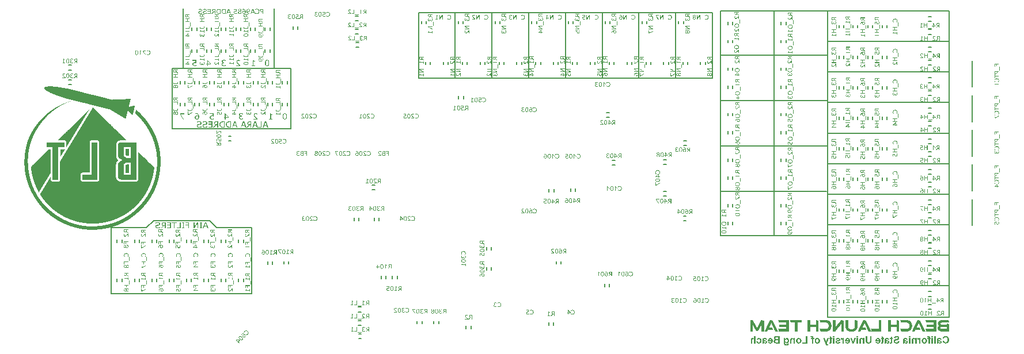
<source format=gbr>
%TF.GenerationSoftware,Altium Limited,Altium Designer,22.4.2 (48)*%
G04 Layer_Color=13421772*
%FSLAX45Y45*%
%MOMM*%
%TF.SameCoordinates,3A7B4B19-9BDF-4AC5-8A71-DEF6C9DA19E2*%
%TF.FilePolarity,Positive*%
%TF.FileFunction,Legend,Bot*%
%TF.Part,Single*%
G01*
G75*
%TA.AperFunction,NonConductor*%
%ADD128C,0.20000*%
G36*
X2620688Y4847499D02*
X2628515D01*
Y4846788D01*
X2630649D01*
Y4847499D01*
X2633495D01*
Y4846788D01*
X2637764D01*
Y4847499D01*
X2638476D01*
Y4846788D01*
X2641322D01*
Y4846076D01*
X2642745D01*
Y4846788D01*
X2646303D01*
Y4846076D01*
X2657687D01*
Y4845365D01*
X2659821D01*
Y4846076D01*
X2662667D01*
Y4845365D01*
X2665513D01*
Y4846076D01*
X2669782D01*
Y4845365D01*
X2672628D01*
Y4844653D01*
X2673340D01*
Y4845365D01*
X2677609D01*
Y4844653D01*
X2680455D01*
Y4843942D01*
X2681166D01*
Y4844653D01*
X2685435D01*
Y4843942D01*
X2687570D01*
Y4843230D01*
X2690416D01*
Y4842519D01*
X2694685D01*
Y4843230D01*
X2695396D01*
Y4842519D01*
X2698954D01*
Y4841807D01*
X2700377D01*
Y4842519D01*
X2703223D01*
Y4841807D01*
X2706780D01*
Y4841095D01*
X2708203D01*
Y4841807D01*
X2711049D01*
Y4841095D01*
X2713896D01*
Y4840384D01*
X2716741D01*
Y4841095D01*
X2718876D01*
Y4840384D01*
X2721722D01*
Y4839673D01*
X2723856D01*
Y4838961D01*
X2726702D01*
Y4838250D01*
X2727414D01*
Y4838961D01*
X2731683D01*
Y4838250D01*
X2738798D01*
Y4837538D01*
X2741644D01*
Y4836826D01*
X2744490D01*
Y4836115D01*
X2747336D01*
Y4835404D01*
X2748759D01*
Y4836115D01*
X2752317D01*
Y4835404D01*
X2755163D01*
Y4834692D01*
X2756586D01*
Y4835404D01*
X2757297D01*
Y4836115D01*
X2759432D01*
Y4835404D01*
X2762278D01*
Y4834692D01*
X2765124D01*
Y4833980D01*
X2767970D01*
Y4833269D01*
X2775796D01*
Y4832558D01*
X2779354D01*
Y4833269D01*
X2780777D01*
Y4832558D01*
X2783623D01*
Y4831846D01*
X2786469D01*
Y4831135D01*
X2789315D01*
Y4830423D01*
X2792161D01*
Y4829711D01*
X2795007D01*
Y4829000D01*
X2798564D01*
Y4829711D01*
X2799988D01*
Y4829000D01*
X2802833D01*
Y4828289D01*
X2806391D01*
Y4829000D01*
X2807814D01*
Y4828289D01*
X2810660D01*
Y4827577D01*
X2812794D01*
Y4826865D01*
X2816352D01*
Y4826154D01*
X2819198D01*
Y4825442D01*
X2821333D01*
Y4824731D01*
X2824890D01*
Y4824020D01*
X2827736D01*
Y4823308D01*
X2830582D01*
Y4822596D01*
X2832717D01*
Y4821885D01*
X2836274D01*
Y4821173D01*
X2836986D01*
Y4821885D01*
X2840543D01*
Y4821173D01*
X2843389D01*
Y4820462D01*
X2846235D01*
Y4821173D01*
X2847658D01*
Y4820462D01*
X2850504D01*
Y4819750D01*
X2853350D01*
Y4819039D01*
X2856196D01*
Y4818327D01*
X2859042D01*
Y4817616D01*
X2861888D01*
Y4816905D01*
X2864734D01*
Y4816193D01*
X2867580D01*
Y4815481D01*
X2870426D01*
Y4814770D01*
X2873272D01*
Y4814058D01*
X2876118D01*
Y4813347D01*
X2878965D01*
Y4812635D01*
X2886791D01*
Y4811924D01*
X2887502D01*
Y4812635D01*
X2891060D01*
Y4811924D01*
X2893906D01*
Y4811212D01*
X2896752D01*
Y4810501D01*
X2899598D01*
Y4809789D01*
X2902444D01*
Y4809078D01*
X2905290D01*
Y4808366D01*
X2908136D01*
Y4807655D01*
X2910982D01*
Y4806943D01*
X2913828D01*
Y4806232D01*
X2916674D01*
Y4805520D01*
X2919520D01*
Y4804809D01*
X2922366D01*
Y4804097D01*
X2925212D01*
Y4803386D01*
X2928058D01*
Y4802674D01*
X2930904D01*
Y4801963D01*
X2933750D01*
Y4801251D01*
X2936596D01*
Y4800540D01*
X2939442D01*
Y4799828D01*
X2942288D01*
Y4799117D01*
X2945134D01*
Y4798405D01*
X2947980D01*
Y4797694D01*
X2950826D01*
Y4796982D01*
X2953673D01*
Y4796271D01*
X2956518D01*
Y4795559D01*
X2959364D01*
Y4794848D01*
X2962210D01*
Y4794136D01*
X2965057D01*
Y4793425D01*
X2967903D01*
Y4792713D01*
X2970748D01*
Y4792002D01*
X2973595D01*
Y4791290D01*
X2976441D01*
Y4790579D01*
X2979287D01*
Y4789867D01*
X2982133D01*
Y4789156D01*
X2984267D01*
Y4788444D01*
X2987825D01*
Y4787733D01*
X2990671D01*
Y4787021D01*
X2993517D01*
Y4786310D01*
X2996363D01*
Y4785598D01*
X2999209D01*
Y4784887D01*
X3002055D01*
Y4784175D01*
X3004189D01*
Y4783464D01*
X3007747D01*
Y4782752D01*
X3010593D01*
Y4782041D01*
X3012727D01*
Y4781329D01*
X3016285D01*
Y4780618D01*
X3019131D01*
Y4779906D01*
X3021977D01*
Y4779195D01*
X3024823D01*
Y4778483D01*
X3027669D01*
Y4777772D01*
X3030515D01*
Y4777060D01*
X3032650D01*
Y4776349D01*
X3036207D01*
Y4775637D01*
X3039053D01*
Y4774926D01*
X3041899D01*
Y4774214D01*
X3044745D01*
Y4773503D01*
X3047591D01*
Y4772791D01*
X3050437D01*
Y4772080D01*
X3052571D01*
Y4771368D01*
X3056129D01*
Y4770657D01*
X3058975D01*
Y4769945D01*
X3061110D01*
Y4769234D01*
X3063956D01*
Y4768522D01*
X3067513D01*
Y4767811D01*
X3070359D01*
Y4767099D01*
X3072494D01*
Y4766388D01*
X3076051D01*
Y4765676D01*
X3078897D01*
Y4764965D01*
X3081032D01*
Y4764253D01*
X3084589D01*
Y4763542D01*
X3087435D01*
Y4762830D01*
X3090281D01*
Y4762118D01*
X3092416D01*
Y4761407D01*
X3095973D01*
Y4760696D01*
X3098819D01*
Y4759984D01*
X3100954D01*
Y4759273D01*
X3104511D01*
Y4758561D01*
X3107357D01*
Y4757850D01*
X3109492D01*
Y4757138D01*
X3112338D01*
Y4756427D01*
X3115895D01*
Y4755715D01*
X3118030D01*
Y4755003D01*
X3120876D01*
Y4754292D01*
X3124433D01*
Y4753581D01*
X3127279D01*
Y4752869D01*
X3129414D01*
Y4752158D01*
X3132260D01*
Y4751446D01*
X3135106D01*
Y4750734D01*
X3137952D01*
Y4750023D01*
X3140798D01*
Y4749312D01*
X3143644D01*
Y4748600D01*
X3146490D01*
Y4747888D01*
X3149336D01*
Y4747177D01*
X3152182D01*
Y4746465D01*
X3155028D01*
Y4745754D01*
X3157874D01*
Y4745043D01*
X3160720D01*
Y4744331D01*
X3163566D01*
Y4743619D01*
X3166412D01*
Y4742908D01*
X3169258D01*
Y4742197D01*
X3172104D01*
Y4741485D01*
X3174950D01*
Y4740773D01*
X3177796D01*
Y4740062D01*
X3180642D01*
Y4739350D01*
X3183488D01*
Y4738639D01*
X3186334D01*
Y4737928D01*
X3189180D01*
Y4737216D01*
X3192026D01*
Y4736504D01*
X3194872D01*
Y4735793D01*
X3197719D01*
Y4735081D01*
X3200564D01*
Y4734370D01*
X3203410D01*
Y4733658D01*
X3206256D01*
Y4732947D01*
X3209103D01*
Y4732235D01*
X3211949D01*
Y4731524D01*
X3214794D01*
Y4730812D01*
X3217641D01*
Y4730101D01*
X3220487D01*
Y4729389D01*
X3223333D01*
Y4728678D01*
X3226179D01*
Y4727966D01*
X3229025D01*
Y4727255D01*
X3231871D01*
Y4726543D01*
X3234717D01*
Y4725832D01*
X3237563D01*
Y4725120D01*
X3240409D01*
Y4724409D01*
X3243255D01*
Y4723697D01*
X3246101D01*
Y4722986D01*
X3248947D01*
Y4722274D01*
X3251793D01*
Y4721563D01*
X3254639D01*
Y4720851D01*
X3257485D01*
Y4720140D01*
X3260331D01*
Y4719428D01*
X3263177D01*
Y4718717D01*
X3266023D01*
Y4718005D01*
X3268869D01*
Y4717294D01*
X3271715D01*
Y4716582D01*
X3274561D01*
Y4715871D01*
X3277407D01*
Y4715159D01*
X3280253D01*
Y4714448D01*
X3283099D01*
Y4713736D01*
X3285945D01*
Y4713025D01*
X3288791D01*
Y4712313D01*
X3291637D01*
Y4711602D01*
X3294483D01*
Y4710890D01*
X3297329D01*
Y4710179D01*
X3300175D01*
Y4709467D01*
X3303021D01*
Y4708756D01*
X3305867D01*
Y4708044D01*
X3308713D01*
Y4707333D01*
X3311559D01*
Y4706621D01*
X3314405D01*
Y4705910D01*
X3317251D01*
Y4705198D01*
X3320097D01*
Y4704487D01*
X3322943D01*
Y4703775D01*
X3325789D01*
Y4703064D01*
X3328635D01*
Y4702352D01*
X3331481D01*
Y4701641D01*
X3334327D01*
Y4700929D01*
X3337173D01*
Y4700218D01*
X3340019D01*
Y4699506D01*
X3342865D01*
Y4698795D01*
X3345711D01*
Y4698083D01*
X3348557D01*
Y4697372D01*
X3351404D01*
Y4696660D01*
X3354249D01*
Y4695949D01*
X3357095D01*
Y4695237D01*
X3359941D01*
Y4694526D01*
X3362788D01*
Y4693814D01*
X3365634D01*
Y4693103D01*
X3368479D01*
Y4692391D01*
X3371325D01*
Y4691680D01*
X3374172D01*
Y4690968D01*
X3377018D01*
Y4690257D01*
X3379864D01*
Y4689545D01*
X3382710D01*
Y4688834D01*
X3385556D01*
Y4688122D01*
X3388402D01*
Y4687410D01*
X3391248D01*
Y4686699D01*
X3394094D01*
Y4685988D01*
X3396940D01*
Y4685276D01*
X3399786D01*
Y4684565D01*
X3402632D01*
Y4683853D01*
X3405478D01*
Y4683142D01*
X3408324D01*
Y4682430D01*
X3411170D01*
Y4681719D01*
X3414016D01*
Y4681007D01*
X3416862D01*
Y4680295D01*
X3419708D01*
Y4679584D01*
X3422554D01*
Y4678873D01*
X3425400D01*
Y4678161D01*
X3428246D01*
Y4677450D01*
X3431092D01*
Y4676738D01*
X3433938D01*
Y4676026D01*
X3436784D01*
Y4675315D01*
X3439630D01*
Y4674604D01*
X3442476D01*
Y4673892D01*
X3445322D01*
Y4673181D01*
X3448168D01*
Y4672469D01*
X3451014D01*
Y4671757D01*
X3453860D01*
Y4671046D01*
X3456706D01*
Y4670335D01*
X3459552D01*
Y4669623D01*
X3462398D01*
Y4668911D01*
X3465244D01*
Y4668200D01*
X3468090D01*
Y4667489D01*
X3470936D01*
Y4666777D01*
X3473782D01*
Y4666066D01*
X3476628D01*
Y4665354D01*
X3479474D01*
Y4664642D01*
X3482320D01*
Y4663931D01*
X3485166D01*
Y4663220D01*
X3488012D01*
Y4662508D01*
X3490858D01*
Y4661796D01*
X3493704D01*
Y4661085D01*
X3496550D01*
Y4660373D01*
X3499396D01*
Y4659662D01*
X3502242D01*
Y4658951D01*
X3505088D01*
Y4658239D01*
X3507934D01*
Y4657527D01*
X3510780D01*
Y4656816D01*
X3513626D01*
Y4656104D01*
X3516473D01*
Y4655393D01*
X3519318D01*
Y4654681D01*
X3522164D01*
Y4653970D01*
X3525010D01*
Y4653258D01*
X3527857D01*
Y4652547D01*
X3530703D01*
Y4651836D01*
X3533548D01*
Y4651124D01*
X3534260D01*
Y4651836D01*
X3534972D01*
Y4652547D01*
X3537818D01*
Y4651836D01*
X3539952D01*
Y4652547D01*
X3547779D01*
Y4653258D01*
X3549913D01*
Y4652547D01*
X3553471D01*
Y4653258D01*
X3554894D01*
Y4652547D01*
X3556317D01*
Y4653258D01*
X3559163D01*
Y4652547D01*
X3562720D01*
Y4653258D01*
X3563432D01*
Y4652547D01*
X3565566D01*
Y4653258D01*
X3574104D01*
Y4653970D01*
X3578373D01*
Y4654681D01*
X3579085D01*
Y4653970D01*
X3581931D01*
Y4654681D01*
X3584065D01*
Y4653970D01*
X3587623D01*
Y4654681D01*
X3589046D01*
Y4653970D01*
X3590469D01*
Y4654681D01*
X3594026D01*
Y4653970D01*
X3596161D01*
Y4654681D01*
X3599007D01*
Y4653970D01*
X3599718D01*
Y4654681D01*
X3603276D01*
Y4653970D01*
X3603987D01*
Y4654681D01*
X3608256D01*
Y4655393D01*
X3609680D01*
Y4654681D01*
X3611103D01*
Y4655393D01*
X3612525D01*
Y4656104D01*
X3613949D01*
Y4655393D01*
X3621775D01*
Y4656104D01*
X3623910D01*
Y4655393D01*
X3626044D01*
Y4656104D01*
X3628890D01*
Y4655393D01*
X3630313D01*
Y4656104D01*
X3634582D01*
Y4656816D01*
X3635294D01*
Y4656104D01*
X3643832D01*
Y4656816D01*
X3644543D01*
Y4656104D01*
X3651658D01*
Y4656816D01*
X3655927D01*
Y4657527D01*
X3658062D01*
Y4656816D01*
X3660196D01*
Y4657527D01*
X3663042D01*
Y4656816D01*
X3664465D01*
Y4657527D01*
X3668734D01*
Y4658239D01*
X3670158D01*
Y4657527D01*
X3673003D01*
Y4658239D01*
X3675138D01*
Y4657527D01*
X3677984D01*
Y4656816D01*
X3679407D01*
Y4657527D01*
X3687233D01*
Y4658239D01*
X3688657D01*
Y4657527D01*
X3691503D01*
Y4658239D01*
X3695772D01*
Y4658951D01*
X3697906D01*
Y4658239D01*
X3702175D01*
Y4658951D01*
X3702887D01*
Y4658239D01*
X3705021D01*
Y4658951D01*
X3709290D01*
Y4659662D01*
X3710002D01*
Y4658951D01*
X3713559D01*
Y4659662D01*
X3714271D01*
Y4658951D01*
X3717828D01*
Y4659662D01*
X3719251D01*
Y4658951D01*
X3721386D01*
Y4659662D01*
X3723520D01*
Y4658951D01*
X3725655D01*
Y4659662D01*
X3727789D01*
Y4658951D01*
X3729924D01*
Y4659662D01*
X3730635D01*
Y4660373D01*
X3732058D01*
Y4659662D01*
X3734193D01*
Y4660373D01*
X3743442D01*
Y4661085D01*
X3744154D01*
Y4660373D01*
X3747711D01*
Y4661085D01*
X3749846D01*
Y4660373D01*
X3751980D01*
Y4661085D01*
X3754115D01*
Y4660373D01*
X3754826D01*
Y4661085D01*
X3758384D01*
Y4660373D01*
X3759095D01*
Y4661085D01*
X3763365D01*
Y4660373D01*
X3764076D01*
Y4661085D01*
X3768345D01*
Y4661796D01*
X3772614D01*
Y4662508D01*
X3774037D01*
Y4661796D01*
X3777595D01*
Y4662508D01*
X3779018D01*
Y4661796D01*
X3781864D01*
Y4662508D01*
X3783998D01*
Y4661796D01*
X3786133D01*
Y4662508D01*
X3804632D01*
Y4661796D01*
X3805343D01*
Y4661085D01*
X3806055D01*
Y4660373D01*
X3806766D01*
Y4659662D01*
X3807478D01*
Y4657527D01*
X3806766D01*
Y4654681D01*
X3806055D01*
Y4651836D01*
X3805343D01*
Y4648989D01*
X3804632D01*
Y4646143D01*
X3803920D01*
Y4643297D01*
X3803209D01*
Y4640451D01*
X3802497D01*
Y4637605D01*
X3801786D01*
Y4634759D01*
X3801074D01*
Y4631913D01*
X3800363D01*
Y4629067D01*
X3799651D01*
Y4626221D01*
X3798940D01*
Y4623375D01*
X3798228D01*
Y4620529D01*
X3797517D01*
Y4617683D01*
X3796805D01*
Y4614837D01*
X3796094D01*
Y4611991D01*
X3795382D01*
Y4609145D01*
X3794671D01*
Y4606299D01*
X3793959D01*
Y4603453D01*
X3793248D01*
Y4600607D01*
X3792536D01*
Y4597761D01*
X3791825D01*
Y4594915D01*
X3791113D01*
Y4592069D01*
X3790402D01*
Y4589223D01*
X3789690D01*
Y4586377D01*
X3788979D01*
Y4583531D01*
X3788267D01*
Y4580685D01*
X3787556D01*
Y4577839D01*
X3786844D01*
Y4574993D01*
X3786133D01*
Y4572147D01*
X3785421D01*
Y4569301D01*
X3784710D01*
Y4566455D01*
X3783998D01*
Y4563609D01*
X3783287D01*
Y4560763D01*
X3782575D01*
Y4557917D01*
X3781864D01*
Y4555071D01*
X3781152D01*
Y4552225D01*
X3780440D01*
Y4549379D01*
X3779729D01*
Y4547244D01*
X3780440D01*
Y4546533D01*
X3781152D01*
Y4545821D01*
X3783287D01*
Y4546533D01*
X3784710D01*
Y4547244D01*
X3788267D01*
Y4547956D01*
X3791113D01*
Y4548667D01*
X3791825D01*
Y4547956D01*
X3792536D01*
Y4548667D01*
X3795382D01*
Y4549379D01*
X3798228D01*
Y4550090D01*
X3800363D01*
Y4550802D01*
X3803209D01*
Y4551513D01*
X3806055D01*
Y4552225D01*
X3807478D01*
Y4552936D01*
X3811035D01*
Y4553648D01*
X3815304D01*
Y4554359D01*
X3818150D01*
Y4555071D01*
X3820996D01*
Y4555782D01*
X3821708D01*
Y4555071D01*
X3822419D01*
Y4555782D01*
X3823842D01*
Y4556494D01*
X3826688D01*
Y4557205D01*
X3829534D01*
Y4557917D01*
X3834515D01*
Y4558628D01*
X3837361D01*
Y4559340D01*
X3840207D01*
Y4560051D01*
X3840918D01*
Y4559340D01*
X3841630D01*
Y4560051D01*
X3844476D01*
Y4560763D01*
X3847322D01*
Y4561474D01*
X3848033D01*
Y4562186D01*
X3849457D01*
Y4562897D01*
X3853726D01*
Y4563609D01*
X3856572D01*
Y4564320D01*
X3860841D01*
Y4565032D01*
X3866533D01*
Y4565743D01*
X3867956D01*
Y4565032D01*
X3869379D01*
Y4564320D01*
X3870090D01*
Y4562897D01*
X3870802D01*
Y4562186D01*
X3870090D01*
Y4561474D01*
X3870802D01*
Y4558628D01*
X3870090D01*
Y4555782D01*
X3869379D01*
Y4552936D01*
X3868667D01*
Y4550090D01*
X3867956D01*
Y4547244D01*
X3867244D01*
Y4544398D01*
X3866533D01*
Y4541552D01*
X3865821D01*
Y4538706D01*
X3865110D01*
Y4535860D01*
X3864398D01*
Y4533014D01*
X3863687D01*
Y4530168D01*
X3862975D01*
Y4527322D01*
X3862264D01*
Y4524476D01*
X3861552D01*
Y4521630D01*
X3860841D01*
Y4518784D01*
X3860129D01*
Y4515938D01*
X3859417D01*
Y4513092D01*
X3858706D01*
Y4510246D01*
X3857995D01*
Y4507400D01*
X3857283D01*
Y4504554D01*
X3856572D01*
Y4501708D01*
X3855860D01*
Y4498862D01*
X3855148D01*
Y4496016D01*
X3854437D01*
Y4493170D01*
X3853726D01*
Y4490324D01*
X3853014D01*
Y4487478D01*
X3852302D01*
Y4484632D01*
X3851591D01*
Y4481786D01*
X3850880D01*
Y4478940D01*
X3850168D01*
Y4476094D01*
X3849457D01*
Y4473248D01*
X3848745D01*
Y4470402D01*
X3848033D01*
Y4467556D01*
X3847322D01*
Y4464710D01*
X3846611D01*
Y4461864D01*
X3845899D01*
Y4459018D01*
X3845187D01*
Y4456172D01*
X3844476D01*
Y4453326D01*
X3843764D01*
Y4450480D01*
X3843053D01*
Y4447634D01*
X3842342D01*
Y4444788D01*
X3841630D01*
Y4441942D01*
X3840918D01*
Y4439096D01*
X3840207D01*
Y4436249D01*
X3839495D01*
Y4433404D01*
X3838784D01*
Y4431269D01*
X3838072D01*
Y4430558D01*
X3837361D01*
Y4429846D01*
X3836649D01*
Y4428423D01*
X3833092D01*
Y4429134D01*
X3830957D01*
Y4429846D01*
X3829534D01*
Y4431269D01*
X3828823D01*
Y4431980D01*
X3828111D01*
Y4433404D01*
X3825977D01*
Y4434115D01*
X3825265D01*
Y4434827D01*
X3823842D01*
Y4436249D01*
X3822419D01*
Y4436961D01*
X3821708D01*
Y4438384D01*
X3820996D01*
Y4439096D01*
X3820285D01*
Y4439807D01*
X3818862D01*
Y4441230D01*
X3817439D01*
Y4441942D01*
X3816727D01*
Y4442653D01*
X3816016D01*
Y4443364D01*
X3814593D01*
Y4444788D01*
X3813170D01*
Y4445499D01*
X3812458D01*
Y4446922D01*
X3811747D01*
Y4447634D01*
X3811035D01*
Y4448345D01*
X3810324D01*
Y4449057D01*
X3808901D01*
Y4450480D01*
X3806766D01*
Y4451191D01*
X3806055D01*
Y4451903D01*
X3805343D01*
Y4452614D01*
X3803920D01*
Y4454037D01*
X3802497D01*
Y4454749D01*
X3801786D01*
Y4455460D01*
X3801074D01*
Y4456172D01*
X3800363D01*
Y4456883D01*
X3799651D01*
Y4457595D01*
X3798228D01*
Y4459018D01*
X3796805D01*
Y4459729D01*
X3795382D01*
Y4461152D01*
X3793959D01*
Y4462575D01*
X3793248D01*
Y4463287D01*
X3792536D01*
Y4463998D01*
X3791825D01*
Y4465421D01*
X3791113D01*
Y4466133D01*
X3788979D01*
Y4466844D01*
X3788267D01*
Y4467556D01*
X3787556D01*
Y4468267D01*
X3786844D01*
Y4468979D01*
X3786133D01*
Y4469690D01*
X3784710D01*
Y4471113D01*
X3783287D01*
Y4471825D01*
X3782575D01*
Y4472536D01*
X3781864D01*
Y4473248D01*
X3781152D01*
Y4473959D01*
X3780440D01*
Y4474671D01*
X3779729D01*
Y4475382D01*
X3779018D01*
Y4476094D01*
X3778306D01*
Y4476805D01*
X3776172D01*
Y4478940D01*
X3774749D01*
Y4480363D01*
X3773325D01*
Y4481074D01*
X3772614D01*
Y4481786D01*
X3771903D01*
Y4482497D01*
X3771191D01*
Y4483209D01*
X3770480D01*
Y4483920D01*
X3768345D01*
Y4484632D01*
X3767634D01*
Y4485343D01*
X3766922D01*
Y4486055D01*
X3764787D01*
Y4485343D01*
X3764076D01*
Y4483920D01*
X3763365D01*
Y4481074D01*
X3762653D01*
Y4478228D01*
X3761941D01*
Y4475382D01*
X3761230D01*
Y4472536D01*
X3760519D01*
Y4469690D01*
X3759807D01*
Y4466844D01*
X3759095D01*
Y4463998D01*
X3758384D01*
Y4461152D01*
X3757672D01*
Y4458306D01*
X3756961D01*
Y4455460D01*
X3756250D01*
Y4452614D01*
X3755538D01*
Y4449768D01*
X3754826D01*
Y4446922D01*
X3754115D01*
Y4444076D01*
X3753403D01*
Y4441230D01*
X3752692D01*
Y4438384D01*
X3751980D01*
Y4435538D01*
X3751269D01*
Y4432692D01*
X3750557D01*
Y4429846D01*
X3749846D01*
Y4427000D01*
X3749134D01*
Y4424154D01*
X3748423D01*
Y4421308D01*
X3747711D01*
Y4418462D01*
X3747000D01*
Y4415616D01*
X3746288D01*
Y4412770D01*
X3745577D01*
Y4409924D01*
X3744865D01*
Y4407078D01*
X3744154D01*
Y4404232D01*
X3743442D01*
Y4401386D01*
X3742731D01*
Y4398540D01*
X3742019D01*
Y4395694D01*
X3741308D01*
Y4392848D01*
X3740596D01*
Y4390002D01*
X3739885D01*
Y4387156D01*
X3739173D01*
Y4384310D01*
X3738462D01*
Y4381464D01*
X3737750D01*
Y4378618D01*
X3737039D01*
Y4375772D01*
X3736327D01*
Y4373637D01*
X3735616D01*
Y4372926D01*
X3734904D01*
Y4372214D01*
X3731347D01*
Y4372926D01*
X3729212D01*
Y4373637D01*
X3727078D01*
Y4374349D01*
X3726366D01*
Y4375060D01*
X3724943D01*
Y4375772D01*
X3723520D01*
Y4377195D01*
X3722809D01*
Y4377906D01*
X3721386D01*
Y4378618D01*
X3719251D01*
Y4379329D01*
X3718540D01*
Y4380041D01*
X3717117D01*
Y4380752D01*
X3716405D01*
Y4381464D01*
X3715694D01*
Y4382175D01*
X3712848D01*
Y4382887D01*
X3712136D01*
Y4383598D01*
X3711425D01*
Y4384310D01*
X3709290D01*
Y4385021D01*
X3707867D01*
Y4386444D01*
X3705732D01*
Y4387156D01*
X3705021D01*
Y4387867D01*
X3704310D01*
Y4388579D01*
X3702175D01*
Y4389290D01*
X3700752D01*
Y4390713D01*
X3698617D01*
Y4391425D01*
X3697195D01*
Y4392136D01*
X3696483D01*
Y4392848D01*
X3695060D01*
Y4393559D01*
X3693637D01*
Y4394271D01*
X3692926D01*
Y4394982D01*
X3690791D01*
Y4395694D01*
X3690079D01*
Y4396405D01*
X3689368D01*
Y4397117D01*
X3688657D01*
Y4397828D01*
X3687233D01*
Y4398540D01*
X3686522D01*
Y4399251D01*
X3685811D01*
Y4399963D01*
X3683676D01*
Y4400674D01*
X3682964D01*
Y4401386D01*
X3681542D01*
Y4402097D01*
X3680118D01*
Y4402809D01*
X3679407D01*
Y4403520D01*
X3677984D01*
Y4404232D01*
X3675849D01*
Y4404943D01*
X3675138D01*
Y4405655D01*
X3673715D01*
Y4406366D01*
X3673003D01*
Y4407078D01*
X3672292D01*
Y4407789D01*
X3670158D01*
Y4408501D01*
X3668023D01*
Y4409212D01*
X3667311D01*
Y4409924D01*
X3666600D01*
Y4410635D01*
X3664465D01*
Y4412058D01*
X3663042D01*
Y4412770D01*
X3660908D01*
Y4413481D01*
X3660196D01*
Y4414193D01*
X3659485D01*
Y4414904D01*
X3657350D01*
Y4415616D01*
X3656639D01*
Y4417039D01*
X3655216D01*
Y4417750D01*
X3653793D01*
Y4419174D01*
X3650947D01*
Y4419885D01*
X3650235D01*
Y4420596D01*
X3649524D01*
Y4421308D01*
X3647389D01*
Y4422019D01*
X3645966D01*
Y4423443D01*
X3643832D01*
Y4424154D01*
X3643120D01*
Y4424865D01*
X3642409D01*
Y4425577D01*
X3639563D01*
Y4426289D01*
X3638140D01*
Y4427000D01*
X3637428D01*
Y4427711D01*
X3636005D01*
Y4428423D01*
X3635294D01*
Y4429134D01*
X3634582D01*
Y4429846D01*
X3632448D01*
Y4430558D01*
X3631025D01*
Y4431269D01*
X3630313D01*
Y4431980D01*
X3628890D01*
Y4432692D01*
X3627467D01*
Y4433404D01*
X3626756D01*
Y4434115D01*
X3624621D01*
Y4434827D01*
X3623910D01*
Y4435538D01*
X3623198D01*
Y4436961D01*
X3621064D01*
Y4437673D01*
X3619640D01*
Y4438384D01*
X3618929D01*
Y4439096D01*
X3616795D01*
Y4439807D01*
X3616083D01*
Y4440519D01*
X3615371D01*
Y4441230D01*
X3613237D01*
Y4441942D01*
X3612525D01*
Y4442653D01*
X3611814D01*
Y4443364D01*
X3608968D01*
Y4444076D01*
X3608256D01*
Y4444788D01*
X3607545D01*
Y4445499D01*
X3606122D01*
Y4446211D01*
X3605410D01*
Y4446922D01*
X3603987D01*
Y4447634D01*
X3601853D01*
Y4448345D01*
X3601141D01*
Y4449057D01*
X3600430D01*
Y4449768D01*
X3598295D01*
Y4450480D01*
X3597584D01*
Y4451191D01*
X3596872D01*
Y4451903D01*
X3594738D01*
Y4452614D01*
X3594026D01*
Y4453326D01*
X3592603D01*
Y4454037D01*
X3590469D01*
Y4454749D01*
X3589757D01*
Y4456172D01*
X3589046D01*
Y4456883D01*
X3586911D01*
Y4458306D01*
X3585488D01*
Y4459018D01*
X3583354D01*
Y4459729D01*
X3582642D01*
Y4460441D01*
X3581219D01*
Y4461152D01*
X3579085D01*
Y4462575D01*
X3577662D01*
Y4463287D01*
X3576239D01*
Y4463998D01*
X3575527D01*
Y4464710D01*
X3573393D01*
Y4465421D01*
X3571970D01*
Y4466133D01*
X3571258D01*
Y4466844D01*
X3569835D01*
Y4467556D01*
X3568412D01*
Y4468267D01*
X3567701D01*
Y4468979D01*
X3566278D01*
Y4469690D01*
X3564855D01*
Y4470402D01*
X3564143D01*
Y4471113D01*
X3563432D01*
Y4471825D01*
X3562720D01*
Y4472536D01*
X3562009D01*
Y4473248D01*
X3559874D01*
Y4473959D01*
X3559163D01*
Y4475382D01*
X3557740D01*
Y4476094D01*
X3556317D01*
Y4477517D01*
X3554182D01*
Y4478228D01*
X3552048D01*
Y4478940D01*
X3551336D01*
Y4479651D01*
X3549913D01*
Y4480363D01*
X3548490D01*
Y4481786D01*
X3546356D01*
Y4482497D01*
X3545644D01*
Y4483209D01*
X3544933D01*
Y4483920D01*
X3542798D01*
Y4484632D01*
X3542087D01*
Y4485343D01*
X3540663D01*
Y4486055D01*
X3538529D01*
Y4486766D01*
X3537818D01*
Y4487478D01*
X3537106D01*
Y4488189D01*
X3534972D01*
Y4488901D01*
X3534260D01*
Y4489612D01*
X3533548D01*
Y4490324D01*
X3532126D01*
Y4491035D01*
X3531414D01*
Y4491747D01*
X3529991D01*
Y4492458D01*
X3527145D01*
Y4493170D01*
X3526433D01*
Y4493881D01*
X3525722D01*
Y4494593D01*
X3524299D01*
Y4495304D01*
X3523588D01*
Y4496016D01*
X3522876D01*
Y4496727D01*
X3522164D01*
Y4497439D01*
X3520030D01*
Y4498862D01*
X3518607D01*
Y4499573D01*
X3516473D01*
Y4500285D01*
X3515761D01*
Y4500996D01*
X3514338D01*
Y4501708D01*
X3512915D01*
Y4503131D01*
X3510069D01*
Y4503842D01*
X3509357D01*
Y4504554D01*
X3508646D01*
Y4505266D01*
X3506511D01*
Y4505977D01*
X3505800D01*
Y4507400D01*
X3502954D01*
Y4508111D01*
X3500108D01*
Y4508823D01*
X3497262D01*
Y4509535D01*
X3494416D01*
Y4510246D01*
X3491570D01*
Y4510957D01*
X3488724D01*
Y4511669D01*
X3485878D01*
Y4512381D01*
X3483032D01*
Y4513092D01*
X3480186D01*
Y4513804D01*
X3477340D01*
Y4514515D01*
X3474494D01*
Y4515226D01*
X3471648D01*
Y4515938D01*
X3468802D01*
Y4516650D01*
X3465956D01*
Y4517361D01*
X3463110D01*
Y4518072D01*
X3460264D01*
Y4518784D01*
X3457418D01*
Y4519496D01*
X3454571D01*
Y4520207D01*
X3451726D01*
Y4520919D01*
X3448880D01*
Y4521630D01*
X3446033D01*
Y4522341D01*
X3443187D01*
Y4523053D01*
X3440341D01*
Y4523765D01*
X3437496D01*
Y4524476D01*
X3434649D01*
Y4525188D01*
X3431803D01*
Y4525899D01*
X3428957D01*
Y4526611D01*
X3426111D01*
Y4527322D01*
X3423265D01*
Y4528034D01*
X3420419D01*
Y4528745D01*
X3417573D01*
Y4529457D01*
X3414727D01*
Y4530168D01*
X3411881D01*
Y4530880D01*
X3409035D01*
Y4531591D01*
X3406189D01*
Y4532303D01*
X3403343D01*
Y4533014D01*
X3400497D01*
Y4533726D01*
X3397651D01*
Y4534437D01*
X3394805D01*
Y4535149D01*
X3391959D01*
Y4535860D01*
X3389113D01*
Y4536572D01*
X3386267D01*
Y4537283D01*
X3383421D01*
Y4537995D01*
X3380575D01*
Y4538706D01*
X3378441D01*
Y4539418D01*
X3374883D01*
Y4540129D01*
X3372037D01*
Y4540841D01*
X3369191D01*
Y4541552D01*
X3366345D01*
Y4542264D01*
X3363499D01*
Y4542975D01*
X3360653D01*
Y4543687D01*
X3358519D01*
Y4544398D01*
X3354961D01*
Y4545110D01*
X3352115D01*
Y4545821D01*
X3349269D01*
Y4546533D01*
X3346423D01*
Y4547244D01*
X3343577D01*
Y4547956D01*
X3340731D01*
Y4548667D01*
X3337885D01*
Y4549379D01*
X3335039D01*
Y4550090D01*
X3332193D01*
Y4550802D01*
X3330058D01*
Y4551513D01*
X3326501D01*
Y4552225D01*
X3323655D01*
Y4552936D01*
X3320809D01*
Y4553648D01*
X3317963D01*
Y4554359D01*
X3315117D01*
Y4555071D01*
X3312271D01*
Y4555782D01*
X3310136D01*
Y4556494D01*
X3306579D01*
Y4557205D01*
X3303733D01*
Y4557917D01*
X3300886D01*
Y4558628D01*
X3298041D01*
Y4559340D01*
X3295906D01*
Y4560051D01*
X3293060D01*
Y4560763D01*
X3290214D01*
Y4561474D01*
X3286657D01*
Y4562186D01*
X3283811D01*
Y4562897D01*
X3281676D01*
Y4563609D01*
X3278118D01*
Y4564320D01*
X3275984D01*
Y4565032D01*
X3273138D01*
Y4565743D01*
X3270292D01*
Y4566455D01*
X3266734D01*
Y4567166D01*
X3264600D01*
Y4567878D01*
X3261754D01*
Y4568589D01*
X3258908D01*
Y4569301D01*
X3256062D01*
Y4570012D01*
X3253216D01*
Y4570724D01*
X3250370D01*
Y4571435D01*
X3247524D01*
Y4572147D01*
X3244678D01*
Y4572859D01*
X3241832D01*
Y4573570D01*
X3238986D01*
Y4574281D01*
X3236140D01*
Y4574993D01*
X3233294D01*
Y4575704D01*
X3230448D01*
Y4576416D01*
X3227602D01*
Y4577127D01*
X3224756D01*
Y4577839D01*
X3221909D01*
Y4578550D01*
X3219064D01*
Y4579262D01*
X3216218D01*
Y4579973D01*
X3213372D01*
Y4580685D01*
X3210525D01*
Y4581396D01*
X3207679D01*
Y4582108D01*
X3204834D01*
Y4582819D01*
X3201987D01*
Y4583531D01*
X3199141D01*
Y4584243D01*
X3196295D01*
Y4584954D01*
X3193449D01*
Y4585665D01*
X3190603D01*
Y4586377D01*
X3187757D01*
Y4587088D01*
X3184911D01*
Y4587800D01*
X3182065D01*
Y4588512D01*
X3179219D01*
Y4589223D01*
X3177796D01*
Y4589934D01*
X3177085D01*
Y4590646D01*
X3174239D01*
Y4591358D01*
X3171393D01*
Y4592069D01*
X3167835D01*
Y4592781D01*
X3164278D01*
Y4593492D01*
X3162143D01*
Y4594203D01*
X3160009D01*
Y4594915D01*
X3157874D01*
Y4595627D01*
X3154317D01*
Y4596338D01*
X3152182D01*
Y4597049D01*
X3150048D01*
Y4597761D01*
X3145067D01*
Y4598473D01*
X3142932D01*
Y4599184D01*
X3140087D01*
Y4599896D01*
X3137952D01*
Y4600607D01*
X3134395D01*
Y4601318D01*
X3132260D01*
Y4602030D01*
X3129414D01*
Y4602742D01*
X3125145D01*
Y4603453D01*
X3122299D01*
Y4604165D01*
X3119453D01*
Y4604876D01*
X3115895D01*
Y4605588D01*
X3113049D01*
Y4606299D01*
X3110203D01*
Y4607011D01*
X3109492D01*
Y4606299D01*
X3108069D01*
Y4607011D01*
X3105223D01*
Y4607722D01*
X3100242D01*
Y4608434D01*
X3097396D01*
Y4609145D01*
X3095262D01*
Y4609857D01*
X3093839D01*
Y4610568D01*
X3090993D01*
Y4611280D01*
X3088147D01*
Y4611991D01*
X3085301D01*
Y4612703D01*
X3082455D01*
Y4613414D01*
X3079609D01*
Y4614126D01*
X3076763D01*
Y4614837D01*
X3073917D01*
Y4615549D01*
X3071071D01*
Y4616260D01*
X3068225D01*
Y4616972D01*
X3065379D01*
Y4617683D01*
X3062533D01*
Y4618395D01*
X3059687D01*
Y4619106D01*
X3056840D01*
Y4619818D01*
X3053995D01*
Y4620529D01*
X3051149D01*
Y4621241D01*
X3048303D01*
Y4621952D01*
X3045456D01*
Y4622664D01*
X3042610D01*
Y4623375D01*
X3039765D01*
Y4624087D01*
X3036918D01*
Y4624798D01*
X3034072D01*
Y4625510D01*
X3031226D01*
Y4626221D01*
X3028380D01*
Y4626933D01*
X3025534D01*
Y4627644D01*
X3022688D01*
Y4628356D01*
X3019842D01*
Y4629067D01*
X3016996D01*
Y4629779D01*
X3014150D01*
Y4630490D01*
X3011304D01*
Y4631202D01*
X3008458D01*
Y4631913D01*
X3005612D01*
Y4632625D01*
X3002766D01*
Y4633336D01*
X2999920D01*
Y4634048D01*
X2997074D01*
Y4634759D01*
X2994228D01*
Y4635471D01*
X2991382D01*
Y4636182D01*
X2988536D01*
Y4636894D01*
X2985690D01*
Y4637605D01*
X2982844D01*
Y4638317D01*
X2979998D01*
Y4639028D01*
X2977152D01*
Y4639740D01*
X2974306D01*
Y4640451D01*
X2971460D01*
Y4641163D01*
X2968614D01*
Y4641874D01*
X2965768D01*
Y4642586D01*
X2962922D01*
Y4643297D01*
X2960076D01*
Y4644009D01*
X2957230D01*
Y4644720D01*
X2954384D01*
Y4645432D01*
X2951538D01*
Y4646143D01*
X2948692D01*
Y4646855D01*
X2945846D01*
Y4647566D01*
X2943000D01*
Y4648278D01*
X2940154D01*
Y4648989D01*
X2937308D01*
Y4649701D01*
X2934462D01*
Y4650412D01*
X2931616D01*
Y4651124D01*
X2928770D01*
Y4651836D01*
X2925924D01*
Y4652547D01*
X2923078D01*
Y4653258D01*
X2920232D01*
Y4653970D01*
X2917386D01*
Y4654681D01*
X2914540D01*
Y4655393D01*
X2911694D01*
Y4656104D01*
X2908848D01*
Y4656816D01*
X2906002D01*
Y4657527D01*
X2903155D01*
Y4658239D01*
X2900310D01*
Y4658951D01*
X2897464D01*
Y4659662D01*
X2894618D01*
Y4660373D01*
X2891771D01*
Y4661085D01*
X2888926D01*
Y4661796D01*
X2886080D01*
Y4662508D01*
X2883234D01*
Y4663220D01*
X2880387D01*
Y4663931D01*
X2877541D01*
Y4664642D01*
X2874696D01*
Y4665354D01*
X2871849D01*
Y4666066D01*
X2869003D01*
Y4666777D01*
X2866157D01*
Y4667489D01*
X2863311D01*
Y4668200D01*
X2860465D01*
Y4668911D01*
X2857619D01*
Y4669623D01*
X2854773D01*
Y4670335D01*
X2851927D01*
Y4671046D01*
X2849793D01*
Y4671757D01*
X2849081D01*
Y4672469D01*
X2847658D01*
Y4673181D01*
X2845524D01*
Y4673892D01*
X2842678D01*
Y4674604D01*
X2839832D01*
Y4675315D01*
X2837697D01*
Y4676026D01*
X2835563D01*
Y4677450D01*
X2833428D01*
Y4678161D01*
X2830582D01*
Y4678873D01*
X2827736D01*
Y4679584D01*
X2824890D01*
Y4680295D01*
X2822044D01*
Y4681007D01*
X2819198D01*
Y4681719D01*
X2816352D01*
Y4682430D01*
X2813506D01*
Y4683142D01*
X2812794D01*
Y4683853D01*
X2812083D01*
Y4684565D01*
X2809948D01*
Y4685276D01*
X2807103D01*
Y4685988D01*
X2804968D01*
Y4686699D01*
X2804257D01*
Y4687410D01*
X2803545D01*
Y4688122D01*
X2802833D01*
Y4688834D01*
X2799988D01*
Y4689545D01*
X2797141D01*
Y4690257D01*
X2794295D01*
Y4690968D01*
X2791449D01*
Y4691680D01*
X2788604D01*
Y4692391D01*
X2785757D01*
Y4693103D01*
X2782911D01*
Y4693814D01*
X2780065D01*
Y4694526D01*
X2777219D01*
Y4695237D01*
X2774373D01*
Y4695949D01*
X2772950D01*
Y4697372D01*
X2770816D01*
Y4698083D01*
X2767970D01*
Y4698795D01*
X2765835D01*
Y4700218D01*
X2763701D01*
Y4700929D01*
X2760855D01*
Y4701641D01*
X2758009D01*
Y4702352D01*
X2755163D01*
Y4703064D01*
X2752317D01*
Y4703775D01*
X2749471D01*
Y4704487D01*
X2747336D01*
Y4705198D01*
X2746625D01*
Y4705910D01*
X2745913D01*
Y4706621D01*
X2742356D01*
Y4707333D01*
X2740933D01*
Y4708044D01*
X2740221D01*
Y4708756D01*
X2738798D01*
Y4709467D01*
X2735952D01*
Y4710179D01*
X2733106D01*
Y4710890D01*
X2730260D01*
Y4711602D01*
X2727414D01*
Y4712313D01*
X2725991D01*
Y4713736D01*
X2723856D01*
Y4714448D01*
X2721011D01*
Y4715159D01*
X2720299D01*
Y4715871D01*
X2719587D01*
Y4716582D01*
X2717453D01*
Y4717294D01*
X2714607D01*
Y4718005D01*
X2711761D01*
Y4718717D01*
X2708915D01*
Y4719428D01*
X2706069D01*
Y4720140D01*
X2705357D01*
Y4721563D01*
X2702511D01*
Y4722274D01*
X2699665D01*
Y4722986D01*
X2698954D01*
Y4723697D01*
X2698242D01*
Y4724409D01*
X2696108D01*
Y4725120D01*
X2693262D01*
Y4725832D01*
X2690416D01*
Y4726543D01*
X2688281D01*
Y4727255D01*
X2687570D01*
Y4727966D01*
X2686858D01*
Y4728678D01*
X2686147D01*
Y4729389D01*
X2683301D01*
Y4730101D01*
X2681166D01*
Y4730812D01*
X2680455D01*
Y4731524D01*
X2679032D01*
Y4732235D01*
X2676897D01*
Y4732947D01*
X2674051D01*
Y4733658D01*
X2673340D01*
Y4734370D01*
X2672628D01*
Y4735081D01*
X2669782D01*
Y4735793D01*
X2667648D01*
Y4737216D01*
X2665513D01*
Y4737928D01*
X2662667D01*
Y4738639D01*
X2659821D01*
Y4739350D01*
X2656975D01*
Y4740062D01*
X2656264D01*
Y4740773D01*
X2655552D01*
Y4741485D01*
X2653418D01*
Y4742197D01*
X2650572D01*
Y4742908D01*
X2649149D01*
Y4743619D01*
X2648437D01*
Y4744331D01*
X2647014D01*
Y4745043D01*
X2644168D01*
Y4745754D01*
X2642034D01*
Y4746465D01*
X2641322D01*
Y4747177D01*
X2639899D01*
Y4747888D01*
X2637764D01*
Y4748600D01*
X2636341D01*
Y4749312D01*
X2635630D01*
Y4750023D01*
X2634207D01*
Y4750734D01*
X2631361D01*
Y4751446D01*
X2630649D01*
Y4752158D01*
X2629938D01*
Y4752869D01*
X2627803D01*
Y4753581D01*
X2626380D01*
Y4754292D01*
X2625669D01*
Y4755715D01*
X2623534D01*
Y4756427D01*
X2621400D01*
Y4757138D01*
X2620688D01*
Y4757850D01*
X2619265D01*
Y4758561D01*
X2616419D01*
Y4759273D01*
X2615708D01*
Y4759984D01*
X2614996D01*
Y4760696D01*
X2612150D01*
Y4761407D01*
X2610016D01*
Y4762118D01*
X2609304D01*
Y4762830D01*
X2608593D01*
Y4763542D01*
X2605747D01*
Y4764253D01*
X2604324D01*
Y4765676D01*
X2601478D01*
Y4766388D01*
X2600055D01*
Y4767099D01*
X2599343D01*
Y4767811D01*
X2597920D01*
Y4768522D01*
X2595786D01*
Y4769234D01*
X2595074D01*
Y4769945D01*
X2594363D01*
Y4770657D01*
X2592228D01*
Y4771368D01*
X2590805D01*
Y4772080D01*
X2590094D01*
Y4772791D01*
X2587959D01*
Y4773503D01*
X2587248D01*
Y4774214D01*
X2586536D01*
Y4774926D01*
X2585113D01*
Y4775637D01*
X2584402D01*
Y4776349D01*
X2583690D01*
Y4777060D01*
X2582979D01*
Y4777772D01*
X2580844D01*
Y4779195D01*
X2579421D01*
Y4779906D01*
X2577998D01*
Y4780618D01*
X2577287D01*
Y4781329D01*
X2575864D01*
Y4782041D01*
X2575152D01*
Y4782752D01*
X2574441D01*
Y4783464D01*
X2571595D01*
Y4784175D01*
X2570883D01*
Y4784887D01*
X2570172D01*
Y4785598D01*
X2568037D01*
Y4787021D01*
X2566614D01*
Y4787733D01*
X2565191D01*
Y4788444D01*
X2564480D01*
Y4789156D01*
X2563057D01*
Y4789867D01*
X2561633D01*
Y4790579D01*
X2560922D01*
Y4791290D01*
X2559499D01*
Y4792002D01*
X2558787D01*
Y4792713D01*
X2558076D01*
Y4793425D01*
X2557364D01*
Y4794136D01*
X2556653D01*
Y4795559D01*
X2555230D01*
Y4796271D01*
X2554518D01*
Y4796982D01*
X2553807D01*
Y4797694D01*
X2553095D01*
Y4798405D01*
X2552384D01*
Y4799117D01*
X2550961D01*
Y4799828D01*
X2550249D01*
Y4800540D01*
X2549538D01*
Y4801251D01*
X2548826D01*
Y4802674D01*
X2548115D01*
Y4803386D01*
X2546692D01*
Y4804097D01*
X2545980D01*
Y4805520D01*
X2545269D01*
Y4806232D01*
X2544557D01*
Y4806943D01*
X2543846D01*
Y4808366D01*
X2543134D01*
Y4809078D01*
X2542423D01*
Y4809789D01*
X2541711D01*
Y4812635D01*
X2541000D01*
Y4814058D01*
X2540288D01*
Y4814770D01*
X2539577D01*
Y4816193D01*
X2538865D01*
Y4821885D01*
X2538154D01*
Y4824020D01*
X2538865D01*
Y4826865D01*
X2539577D01*
Y4827577D01*
X2541000D01*
Y4830423D01*
X2541711D01*
Y4831135D01*
X2542423D01*
Y4831846D01*
X2543134D01*
Y4833269D01*
X2544557D01*
Y4833980D01*
X2545980D01*
Y4834692D01*
X2546692D01*
Y4835404D01*
X2548115D01*
Y4836115D01*
X2549538D01*
Y4836826D01*
X2550249D01*
Y4837538D01*
X2551672D01*
Y4838250D01*
X2553095D01*
Y4838961D01*
X2553807D01*
Y4839673D01*
X2555230D01*
Y4840384D01*
X2558076D01*
Y4841095D01*
X2558787D01*
Y4841807D01*
X2561633D01*
Y4842519D01*
X2564480D01*
Y4843230D01*
X2565191D01*
Y4842519D01*
X2567326D01*
Y4843230D01*
X2570172D01*
Y4843942D01*
X2574441D01*
Y4844653D01*
X2578710D01*
Y4845365D01*
X2582979D01*
Y4846076D01*
X2584402D01*
Y4845365D01*
X2585825D01*
Y4846076D01*
X2589382D01*
Y4845365D01*
X2590094D01*
Y4846076D01*
X2594363D01*
Y4846788D01*
X2596497D01*
Y4846076D01*
X2597209D01*
Y4846788D01*
X2600766D01*
Y4846076D01*
X2602189D01*
Y4846788D01*
X2606458D01*
Y4847499D01*
X2607170D01*
Y4846788D01*
X2609304D01*
Y4847499D01*
X2611439D01*
Y4846788D01*
X2613573D01*
Y4847499D01*
X2619977D01*
Y4848211D01*
X2620688D01*
Y4847499D01*
D02*
G37*
G36*
X2915963Y4624798D02*
X2915251D01*
Y4625510D01*
Y4626221D01*
X2915963D01*
Y4624798D01*
D02*
G37*
G36*
X2913117Y4624087D02*
X2910982D01*
Y4624798D01*
X2913117D01*
Y4624087D01*
D02*
G37*
G36*
X3201276Y4508111D02*
X3200564D01*
Y4508823D01*
X3201276D01*
Y4508111D01*
D02*
G37*
G36*
X3200564Y4507400D02*
X3199853D01*
Y4508111D01*
X3200564D01*
Y4507400D01*
D02*
G37*
G36*
X3199853Y4505977D02*
X3199141D01*
Y4504554D01*
X3198430D01*
Y4503842D01*
X3197719D01*
Y4502419D01*
X3197007D01*
Y4500996D01*
X3196295D01*
Y4500285D01*
X3195584D01*
Y4498862D01*
X3194872D01*
Y4497439D01*
X3194161D01*
Y4496727D01*
X3193449D01*
Y4495304D01*
X3192738D01*
Y4493881D01*
X3192026D01*
Y4493170D01*
X3191315D01*
Y4491747D01*
X3190603D01*
Y4491035D01*
X3189892D01*
Y4489612D01*
X3189180D01*
Y4488189D01*
X3188469D01*
Y4487478D01*
X3187757D01*
Y4486055D01*
X3187046D01*
Y4484632D01*
X3186334D01*
Y4483920D01*
X3185623D01*
Y4482497D01*
X3184911D01*
Y4481074D01*
X3184200D01*
Y4480363D01*
X3183488D01*
Y4478940D01*
X3182777D01*
Y4477517D01*
X3182065D01*
Y4476805D01*
X3181354D01*
Y4475382D01*
X3180642D01*
Y4474671D01*
X3179931D01*
Y4473248D01*
X3179219D01*
Y4471825D01*
X3178508D01*
Y4471113D01*
X3177796D01*
Y4469690D01*
X3177085D01*
Y4468267D01*
X3176373D01*
Y4467556D01*
X3175662D01*
Y4466133D01*
X3174950D01*
Y4464710D01*
X3174239D01*
Y4463998D01*
X3173527D01*
Y4462575D01*
X3172816D01*
Y4461152D01*
X3172104D01*
Y4460441D01*
X3171393D01*
Y4459018D01*
X3170681D01*
Y4458306D01*
X3169970D01*
Y4456883D01*
X3169258D01*
Y4455460D01*
X3168547D01*
Y4454749D01*
X3167835D01*
Y4453326D01*
X3167124D01*
Y4451903D01*
X3166412D01*
Y4451191D01*
X3165701D01*
Y4449768D01*
X3164989D01*
Y4448345D01*
X3164278D01*
Y4447634D01*
X3163566D01*
Y4446211D01*
X3162855D01*
Y4444788D01*
X3162143D01*
Y4444076D01*
X3161432D01*
Y4442653D01*
X3160720D01*
Y4441230D01*
X3160009D01*
Y4440519D01*
X3159297D01*
Y4439096D01*
X3158586D01*
Y4438384D01*
X3157874D01*
Y4436961D01*
X3157163D01*
Y4435538D01*
X3156451D01*
Y4434827D01*
X3155740D01*
Y4433404D01*
X3155028D01*
Y4431980D01*
X3154317D01*
Y4431269D01*
X3153605D01*
Y4429846D01*
X3152894D01*
Y4428423D01*
X3152182D01*
Y4427711D01*
X3151471D01*
Y4426289D01*
X3150759D01*
Y4424865D01*
X3150048D01*
Y4424154D01*
X3149336D01*
Y4422731D01*
X3148625D01*
Y4422019D01*
X3147913D01*
Y4420596D01*
X3147202D01*
Y4419174D01*
X3146490D01*
Y4418462D01*
X3145779D01*
Y4417039D01*
X3145067D01*
Y4415616D01*
X3144356D01*
Y4414904D01*
X3143644D01*
Y4413481D01*
X3142932D01*
Y4412058D01*
X3142221D01*
Y4411347D01*
X3141510D01*
Y4409924D01*
X3140798D01*
Y4408501D01*
X3140087D01*
Y4407789D01*
X3139375D01*
Y4406366D01*
X3138664D01*
Y4405655D01*
X3137952D01*
Y4404232D01*
X3137241D01*
Y4402809D01*
X3136529D01*
Y4402097D01*
X3135817D01*
Y4400674D01*
X3135106D01*
Y4399251D01*
X3134395D01*
Y4398540D01*
X3133683D01*
Y4397117D01*
X3132972D01*
Y4395694D01*
X3132260D01*
Y4394982D01*
X3131548D01*
Y4393559D01*
X3130837D01*
Y4392136D01*
X3130126D01*
Y4391425D01*
X3129414D01*
Y4390002D01*
X3128702D01*
Y4388579D01*
X3127991D01*
Y4387867D01*
X3127279D01*
Y4386444D01*
X3126568D01*
Y4385733D01*
X3125857D01*
Y4384310D01*
X3125145D01*
Y4382887D01*
X3124433D01*
Y4382175D01*
X3123722D01*
Y4380752D01*
X3123011D01*
Y4379329D01*
X3122299D01*
Y4378618D01*
X3121587D01*
Y4377195D01*
X3120876D01*
Y4375772D01*
X3120164D01*
Y4375060D01*
X3119453D01*
Y4373637D01*
X3118742D01*
Y4372214D01*
X3118030D01*
Y4371503D01*
X3117318D01*
Y4370080D01*
X3116607D01*
Y4369368D01*
X3115895D01*
Y4367945D01*
X3115184D01*
Y4366522D01*
X3114472D01*
Y4365811D01*
X3113761D01*
Y4364388D01*
X3113049D01*
Y4362965D01*
X3112338D01*
Y4362253D01*
X3111626D01*
Y4360830D01*
X3110915D01*
Y4359407D01*
X3110203D01*
Y4358696D01*
X3109492D01*
Y4357272D01*
X3108780D01*
Y4356561D01*
Y4355850D01*
X3108069D01*
Y4355138D01*
X3107357D01*
Y4353715D01*
X3106646D01*
Y4353003D01*
X3105934D01*
Y4351581D01*
X3105223D01*
Y4350157D01*
X3104511D01*
Y4349446D01*
X3103800D01*
Y4348023D01*
X3103088D01*
Y4346600D01*
X3102377D01*
Y4345888D01*
X3101665D01*
Y4344466D01*
X3100954D01*
Y4343042D01*
X3100242D01*
Y4342331D01*
X3099531D01*
Y4340908D01*
X3098819D01*
Y4339485D01*
X3098108D01*
Y4338773D01*
X3097396D01*
Y4337350D01*
X3096685D01*
Y4335927D01*
X3095973D01*
Y4335216D01*
X3095262D01*
Y4333793D01*
X3094550D01*
Y4333082D01*
X3093839D01*
Y4331658D01*
X3093127D01*
Y4330235D01*
X3092416D01*
Y4329524D01*
X3091704D01*
Y4328101D01*
X3090993D01*
Y4326678D01*
X3090281D01*
Y4325966D01*
X3089570D01*
Y4324543D01*
X3088858D01*
Y4323120D01*
X3088147D01*
Y4322409D01*
X3087435D01*
Y4320986D01*
X3086724D01*
Y4319563D01*
X3086012D01*
Y4318851D01*
X3085301D01*
Y4317428D01*
X3084589D01*
Y4316717D01*
X3083878D01*
Y4315294D01*
X3083166D01*
Y4313871D01*
X3082455D01*
Y4313159D01*
X3081743D01*
Y4311736D01*
X3081032D01*
Y4310313D01*
X3080320D01*
Y4309602D01*
X3079609D01*
Y4308179D01*
X3078897D01*
Y4306756D01*
X3078186D01*
Y4306044D01*
X3077474D01*
Y4304621D01*
X3076763D01*
Y4303198D01*
X3076051D01*
Y4302487D01*
X3075340D01*
Y4301064D01*
X3074628D01*
Y4300352D01*
X3073917D01*
Y4298929D01*
X3073205D01*
Y4297506D01*
X3072494D01*
Y4296795D01*
X3071782D01*
Y4295372D01*
X3071071D01*
Y4293949D01*
X3070359D01*
Y4293237D01*
X3069648D01*
Y4291814D01*
X3068936D01*
Y4290391D01*
X3068225D01*
Y4289680D01*
X3067513D01*
Y4288257D01*
X3066802D01*
Y4286834D01*
X3066090D01*
Y4286122D01*
X3065379D01*
Y4284699D01*
X3064667D01*
Y4283988D01*
X3063956D01*
Y4282564D01*
X3063244D01*
Y4281142D01*
X3062533D01*
Y4280430D01*
X3061821D01*
Y4279007D01*
X3061110D01*
Y4277584D01*
X3060398D01*
Y4276873D01*
X3059687D01*
Y4275450D01*
X3058975D01*
Y4274027D01*
X3058264D01*
Y4273315D01*
X3057552D01*
Y4271892D01*
X3056840D01*
Y4270469D01*
X3056129D01*
Y4269758D01*
X3055418D01*
Y4268335D01*
X3054706D01*
Y4266911D01*
X3053995D01*
Y4266200D01*
X3053283D01*
Y4264777D01*
X3052571D01*
Y4264065D01*
X3051860D01*
Y4262642D01*
X3051149D01*
Y4261220D01*
X3050437D01*
Y4260508D01*
X3049725D01*
Y4259085D01*
X3049014D01*
Y4257662D01*
X3048303D01*
Y4256950D01*
X3047591D01*
Y4255527D01*
X3046880D01*
Y4254105D01*
X3046168D01*
Y4253393D01*
X3045456D01*
Y4251970D01*
X3044745D01*
Y4250547D01*
X3044034D01*
Y4249835D01*
X3043322D01*
Y4248412D01*
X3042610D01*
Y4247701D01*
X3041899D01*
Y4246278D01*
X3041187D01*
Y4244855D01*
X3040476D01*
Y4244143D01*
X3039765D01*
Y4242720D01*
X3039053D01*
Y4241297D01*
X3038341D01*
Y4240586D01*
X3037630D01*
Y4239163D01*
X3036918D01*
Y4237740D01*
X3036207D01*
Y4237028D01*
X3035495D01*
Y4235605D01*
X3034784D01*
Y4234182D01*
X3034072D01*
Y4233471D01*
X3033361D01*
Y4232048D01*
X3032650D01*
Y4231336D01*
X3031938D01*
Y4229913D01*
X3031226D01*
Y4228490D01*
X3030515D01*
Y4227779D01*
X3029803D01*
Y4226356D01*
X3029092D01*
Y4224933D01*
X3028380D01*
Y4224221D01*
X3027669D01*
Y4222798D01*
X3026957D01*
Y4221375D01*
X3026246D01*
Y4220664D01*
X3025534D01*
Y4219241D01*
X3024823D01*
Y4217818D01*
X3024111D01*
Y4217106D01*
X3023400D01*
Y4215683D01*
X3022688D01*
Y4214260D01*
X3021977D01*
Y4213549D01*
X3021265D01*
Y4212126D01*
X3020554D01*
Y4211414D01*
X3019842D01*
Y4209991D01*
X3019131D01*
Y4208568D01*
X3018419D01*
Y4207857D01*
X3017708D01*
Y4206434D01*
X3016996D01*
Y4205011D01*
X3016285D01*
Y4204299D01*
X3015573D01*
Y4202876D01*
X3014862D01*
Y4201453D01*
X3014150D01*
Y4200742D01*
X3013439D01*
Y4199318D01*
X3012727D01*
Y4197896D01*
X3012016D01*
Y4197184D01*
X3011304D01*
Y4195761D01*
X3010593D01*
Y4195050D01*
X3009881D01*
Y4193627D01*
X3009170D01*
Y4192203D01*
X3008458D01*
Y4191492D01*
X3007747D01*
Y4190069D01*
X3007035D01*
Y4188646D01*
X3006324D01*
Y4187934D01*
X3005612D01*
Y4186512D01*
X3004901D01*
Y4185088D01*
X3004189D01*
Y4184377D01*
X3003478D01*
Y4182954D01*
X3002766D01*
Y4181531D01*
X3002055D01*
Y4180819D01*
X3001343D01*
Y4179397D01*
X3000632D01*
Y4178685D01*
X2999920D01*
Y4177262D01*
X2999209D01*
Y4175839D01*
X2998497D01*
Y4175128D01*
X2997786D01*
Y4173704D01*
X2997074D01*
Y4172281D01*
X2996363D01*
Y4171570D01*
X2995651D01*
Y4170147D01*
X2994940D01*
Y4168724D01*
X2994228D01*
Y4168012D01*
X2993517D01*
Y4166589D01*
X2992805D01*
Y4165166D01*
X2992094D01*
Y4164455D01*
X2991382D01*
Y4163032D01*
X2990671D01*
Y4161609D01*
X2989959D01*
Y4160897D01*
X2989248D01*
Y4159474D01*
X2988536D01*
Y4158763D01*
X2987825D01*
Y4157340D01*
X2987113D01*
Y4155917D01*
X2986402D01*
Y4155205D01*
X2985690D01*
Y4153782D01*
X2984979D01*
Y4152359D01*
X2984267D01*
Y4151648D01*
X2983556D01*
Y4150225D01*
X2982844D01*
Y4148802D01*
X2982133D01*
Y4148090D01*
X2981421D01*
Y4146667D01*
X2980710D01*
Y4145244D01*
X2979998D01*
Y4144533D01*
X2979287D01*
Y4143110D01*
X2978575D01*
Y4142398D01*
X2977863D01*
Y4140975D01*
X2977152D01*
Y4139552D01*
X2976441D01*
Y4138841D01*
X2975729D01*
Y4137418D01*
X2975018D01*
Y4135995D01*
X2974306D01*
Y4135283D01*
X2973595D01*
Y4133860D01*
X2972883D01*
Y4132437D01*
X2972172D01*
Y4131726D01*
X2971460D01*
Y4130303D01*
X2970748D01*
Y4128880D01*
X2970037D01*
Y4128168D01*
X2969326D01*
Y4126745D01*
X2968614D01*
Y4126034D01*
X2967903D01*
Y4124610D01*
X2967191D01*
Y4123188D01*
X2966479D01*
Y4122476D01*
X2965768D01*
Y4121053D01*
X2965057D01*
Y4119630D01*
X2964345D01*
Y4118919D01*
X2963633D01*
Y4117495D01*
X2962922D01*
Y4116073D01*
X2962210D01*
Y4115361D01*
X2961499D01*
Y4113938D01*
X2960788D01*
Y4112515D01*
X2960076D01*
Y4111804D01*
X2959364D01*
Y4110380D01*
X2958653D01*
Y4108957D01*
X2957942D01*
Y4108246D01*
X2957230D01*
Y4106823D01*
X2956518D01*
Y4106111D01*
X2955807D01*
Y4104689D01*
X2955095D01*
Y4103265D01*
X2954384D01*
Y4102554D01*
X2953673D01*
Y4101131D01*
X2952961D01*
Y4099708D01*
X2952249D01*
Y4098996D01*
X2951538D01*
Y4097573D01*
X2950826D01*
Y4096150D01*
X2950115D01*
Y4095439D01*
X2949403D01*
Y4094016D01*
X2948692D01*
Y4092593D01*
X2947980D01*
Y4091881D01*
X2947269D01*
Y4090458D01*
X2946557D01*
Y4089747D01*
X2945846D01*
Y4088324D01*
X2945134D01*
Y4086901D01*
X2944423D01*
Y4086189D01*
X2943711D01*
Y4084766D01*
X2943000D01*
Y4083343D01*
X2942288D01*
Y4082632D01*
X2941577D01*
Y4081209D01*
X2940865D01*
Y4079786D01*
X2940154D01*
Y4079074D01*
X2939442D01*
Y4077651D01*
X2938731D01*
Y4076228D01*
X2938019D01*
Y4075517D01*
X2937308D01*
Y4074094D01*
X2936596D01*
Y4073382D01*
X2935885D01*
Y4071959D01*
X2935173D01*
Y4070536D01*
X2934462D01*
Y4069825D01*
X2933750D01*
Y4068402D01*
X2933039D01*
Y4066979D01*
X2932327D01*
Y4066267D01*
X2931616D01*
Y4064844D01*
X2930904D01*
Y4063421D01*
X2930193D01*
Y4062710D01*
X2929481D01*
Y4061287D01*
X2928770D01*
Y4059864D01*
X2928058D01*
Y4059152D01*
X2927347D01*
Y4057729D01*
X2926635D01*
Y4057018D01*
X2925924D01*
Y4055595D01*
X2925212D01*
Y4054172D01*
X2924501D01*
Y4053460D01*
X2923789D01*
Y4052037D01*
X2923078D01*
Y4050614D01*
X2922366D01*
Y4049903D01*
X2921655D01*
Y4048480D01*
X2920943D01*
Y4047057D01*
X2920232D01*
Y4046345D01*
X2919520D01*
Y4044922D01*
X2918809D01*
Y4043499D01*
X2918097D01*
Y4042788D01*
X2917386D01*
Y4041365D01*
X2916674D01*
Y4039942D01*
X2915963D01*
Y4039230D01*
X2915251D01*
Y4037807D01*
X2914540D01*
Y4037096D01*
X2913828D01*
Y4035673D01*
X2913117D01*
Y4034249D01*
X2912405D01*
Y4033538D01*
X2911694D01*
Y4032115D01*
X2910982D01*
Y4030692D01*
X2910271D01*
Y4029981D01*
X2909559D01*
Y4028558D01*
X2908848D01*
Y4027134D01*
X2908136D01*
Y4026423D01*
X2907425D01*
Y4025000D01*
X2906713D01*
Y4023577D01*
X2906002D01*
Y4022865D01*
X2905290D01*
Y4021443D01*
X2904579D01*
Y4020731D01*
X2903867D01*
Y4019308D01*
X2903155D01*
Y4017885D01*
X2902444D01*
Y4017173D01*
X2901733D01*
Y4015750D01*
X2901021D01*
Y4014328D01*
X2900310D01*
Y4013616D01*
X2899598D01*
Y4012193D01*
X2898887D01*
Y4010770D01*
X2898175D01*
Y4010058D01*
X2897464D01*
Y4008635D01*
X2896752D01*
Y4007212D01*
X2896040D01*
Y4006501D01*
X2895329D01*
Y4005078D01*
X2894618D01*
Y4004366D01*
X2893906D01*
Y4002943D01*
X2893195D01*
Y4001520D01*
X2892483D01*
Y4000809D01*
X2891771D01*
Y3999386D01*
X2891060D01*
Y3997963D01*
X2890349D01*
Y3997251D01*
X2889637D01*
Y3995828D01*
X2888926D01*
Y3994405D01*
X2888214D01*
Y3993694D01*
X2887502D01*
Y3992271D01*
X2886791D01*
Y3990848D01*
X2886080D01*
Y3990136D01*
X2885368D01*
Y3988713D01*
X2884656D01*
Y3987290D01*
X2883945D01*
Y3986579D01*
X2883234D01*
Y3985156D01*
X2882522D01*
Y3984444D01*
X2881811D01*
Y3983021D01*
X2881099D01*
Y3981598D01*
X2880387D01*
Y3980887D01*
X2879676D01*
Y3979464D01*
X2878965D01*
Y3978041D01*
X2878253D01*
Y3977329D01*
X2877541D01*
Y3975906D01*
X2876830D01*
Y3974483D01*
X2876118D01*
Y3973772D01*
X2875407D01*
Y3972349D01*
X2874696D01*
Y3970926D01*
X2873984D01*
Y3970214D01*
X2873272D01*
Y3968791D01*
X2872561D01*
Y3968080D01*
X2871849D01*
Y3966657D01*
X2871138D01*
Y3965234D01*
X2870426D01*
Y3964522D01*
X2869715D01*
Y3963099D01*
X2869003D01*
Y3961676D01*
X2868292D01*
Y3960965D01*
X2867580D01*
Y3959541D01*
X2866869D01*
Y3958119D01*
X2866157D01*
Y3957407D01*
X2865446D01*
Y3955984D01*
X2864734D01*
Y3954561D01*
X2864023D01*
Y3953850D01*
X2863311D01*
Y3952426D01*
X2862600D01*
Y4025712D01*
X2861888D01*
Y4028558D01*
X2861177D01*
Y4032115D01*
X2860465D01*
Y4034961D01*
X2859754D01*
Y4037807D01*
X2859042D01*
Y4038518D01*
X2858331D01*
Y4039230D01*
X2857619D01*
Y4040653D01*
X2856908D01*
Y4041365D01*
X2856196D01*
Y4042788D01*
X2855485D01*
Y4043499D01*
X2854773D01*
Y4044211D01*
X2854062D01*
Y4044922D01*
X2853350D01*
Y4045634D01*
X2852639D01*
Y4046345D01*
X2851927D01*
Y4047057D01*
X2850504D01*
Y4047768D01*
X2849793D01*
Y4048480D01*
X2848370D01*
Y4049191D01*
X2847658D01*
Y4049903D01*
X2846947D01*
Y4050614D01*
X2844101D01*
Y4051326D01*
X2841255D01*
Y4052037D01*
X2837697D01*
Y4052749D01*
X2834851D01*
Y4053460D01*
X2738798D01*
Y4054172D01*
X2739510D01*
Y4054883D01*
X2740221D01*
Y4055595D01*
X2740933D01*
Y4056306D01*
X2741644D01*
Y4057018D01*
X2742356D01*
Y4057729D01*
X2743067D01*
Y4058441D01*
X2743779D01*
Y4059152D01*
X2744490D01*
Y4059864D01*
X2745202D01*
Y4060575D01*
X2745913D01*
Y4061287D01*
X2748048D01*
Y4061998D01*
X2748759D01*
Y4062710D01*
X2749471D01*
Y4063421D01*
X2750182D01*
Y4064133D01*
X2750894D01*
Y4064844D01*
X2751605D01*
Y4065556D01*
X2752317D01*
Y4066267D01*
X2753028D01*
Y4066979D01*
X2753740D01*
Y4067690D01*
X2754451D01*
Y4068402D01*
X2755163D01*
Y4069113D01*
X2755874D01*
Y4069825D01*
X2756586D01*
Y4070536D01*
X2757297D01*
Y4071248D01*
X2758009D01*
Y4071959D01*
X2758720D01*
Y4072671D01*
X2759432D01*
Y4073382D01*
X2760143D01*
Y4074094D01*
X2760855D01*
Y4074805D01*
X2761566D01*
Y4075517D01*
X2762278D01*
Y4076228D01*
X2762989D01*
Y4076940D01*
X2763701D01*
Y4077651D01*
X2764412D01*
Y4078363D01*
X2765124D01*
Y4079074D01*
X2765835D01*
Y4079786D01*
X2766547D01*
Y4080497D01*
X2767258D01*
Y4081209D01*
X2767970D01*
Y4081920D01*
X2768681D01*
Y4082632D01*
X2769393D01*
Y4083343D01*
X2770104D01*
Y4084055D01*
X2770816D01*
Y4084766D01*
X2771527D01*
Y4085478D01*
X2772239D01*
Y4086189D01*
X2772950D01*
Y4086901D01*
X2773662D01*
Y4087612D01*
X2774373D01*
Y4088324D01*
X2775085D01*
Y4089035D01*
X2775796D01*
Y4089747D01*
X2776508D01*
Y4090458D01*
X2777219D01*
Y4091170D01*
X2777931D01*
Y4091881D01*
X2778642D01*
Y4092593D01*
X2779354D01*
Y4093304D01*
X2780065D01*
Y4094016D01*
X2780777D01*
Y4094727D01*
X2781488D01*
Y4095439D01*
X2782200D01*
Y4096150D01*
X2782911D01*
Y4096862D01*
X2783623D01*
Y4097573D01*
X2785046D01*
Y4098285D01*
X2786469D01*
Y4099708D01*
X2787180D01*
Y4101131D01*
X2787892D01*
Y4101842D01*
X2788604D01*
Y4102554D01*
X2789315D01*
Y4103265D01*
X2790026D01*
Y4103977D01*
X2790738D01*
Y4104689D01*
X2791449D01*
Y4105400D01*
X2792161D01*
Y4106111D01*
X2792872D01*
Y4106823D01*
X2793584D01*
Y4107535D01*
X2794295D01*
Y4108246D01*
X2795007D01*
Y4108957D01*
X2795718D01*
Y4109669D01*
X2796430D01*
Y4110380D01*
X2798564D01*
Y4111804D01*
X2799276D01*
Y4113226D01*
X2799988D01*
Y4113938D01*
X2800699D01*
Y4114650D01*
X2801410D01*
Y4115361D01*
X2802122D01*
Y4116073D01*
X2802833D01*
Y4116784D01*
X2803545D01*
Y4117495D01*
X2804257D01*
Y4118207D01*
X2804968D01*
Y4118919D01*
X2805679D01*
Y4119630D01*
X2806391D01*
Y4120342D01*
X2807103D01*
Y4121053D01*
X2807814D01*
Y4121765D01*
X2808525D01*
Y4122476D01*
X2809237D01*
Y4123188D01*
X2810660D01*
Y4123899D01*
X2811372D01*
Y4125322D01*
X2812083D01*
Y4126034D01*
X2812794D01*
Y4126745D01*
X2813506D01*
Y4127457D01*
X2814218D01*
Y4128168D01*
X2814929D01*
Y4128880D01*
X2815641D01*
Y4129591D01*
X2816352D01*
Y4130303D01*
X2817063D01*
Y4131014D01*
X2817775D01*
Y4131726D01*
X2818487D01*
Y4132437D01*
X2819198D01*
Y4133149D01*
X2819910D01*
Y4133860D01*
X2820621D01*
Y4134572D01*
X2821333D01*
Y4135283D01*
X2822756D01*
Y4135995D01*
X2824179D01*
Y4138129D01*
X2824890D01*
Y4138841D01*
X2825602D01*
Y4139552D01*
X2826313D01*
Y4140264D01*
X2827025D01*
Y4140975D01*
X2827736D01*
Y4141687D01*
X2828448D01*
Y4142398D01*
X2829159D01*
Y4143110D01*
X2829871D01*
Y4143821D01*
X2830582D01*
Y4144533D01*
X2831294D01*
Y4145244D01*
X2832005D01*
Y4145956D01*
X2832717D01*
Y4146667D01*
X2833428D01*
Y4147379D01*
X2834851D01*
Y4148090D01*
X2836274D01*
Y4150225D01*
X2836986D01*
Y4150936D01*
X2837697D01*
Y4151648D01*
X2838409D01*
Y4152359D01*
X2839120D01*
Y4153071D01*
X2841255D01*
Y4153782D01*
X2841966D01*
Y4155205D01*
X2843389D01*
Y4156628D01*
X2844812D01*
Y4157340D01*
X2845524D01*
Y4158051D01*
X2846235D01*
Y4158763D01*
X2846947D01*
Y4159474D01*
X2847658D01*
Y4160186D01*
X2848370D01*
Y4160897D01*
X2849081D01*
Y4161609D01*
X2849793D01*
Y4162320D01*
X2850504D01*
Y4163032D01*
X2851216D01*
Y4163743D01*
X2851927D01*
Y4165166D01*
X2853350D01*
Y4165878D01*
X2854062D01*
Y4166589D01*
X2854773D01*
Y4167301D01*
X2855485D01*
Y4168724D01*
X2856908D01*
Y4169435D01*
X2857619D01*
Y4170147D01*
X2858331D01*
Y4170858D01*
X2859042D01*
Y4171570D01*
X2860465D01*
Y4172281D01*
X2861177D01*
Y4172993D01*
X2861888D01*
Y4173704D01*
X2862600D01*
Y4175128D01*
X2863311D01*
Y4175839D01*
X2864023D01*
Y4176550D01*
X2864734D01*
Y4177262D01*
X2865446D01*
Y4177973D01*
X2866157D01*
Y4178685D01*
X2866869D01*
Y4179397D01*
X2867580D01*
Y4180108D01*
X2868292D01*
Y4180819D01*
X2869003D01*
Y4181531D01*
X2869715D01*
Y4182242D01*
X2871138D01*
Y4182954D01*
X2871849D01*
Y4183665D01*
X2872561D01*
Y4184377D01*
X2873272D01*
Y4185088D01*
X2873984D01*
Y4185800D01*
X2874696D01*
Y4187223D01*
X2875407D01*
Y4187934D01*
X2876118D01*
Y4188646D01*
X2876830D01*
Y4189357D01*
X2877541D01*
Y4190069D01*
X2878253D01*
Y4190781D01*
X2878965D01*
Y4191492D01*
X2879676D01*
Y4192203D01*
X2880387D01*
Y4192915D01*
X2881099D01*
Y4193627D01*
X2881811D01*
Y4194338D01*
X2883234D01*
Y4195050D01*
X2883945D01*
Y4195761D01*
X2884656D01*
Y4196472D01*
X2885368D01*
Y4197184D01*
X2886080D01*
Y4197896D01*
X2886791D01*
Y4198607D01*
X2887502D01*
Y4199318D01*
X2888214D01*
Y4200742D01*
X2888926D01*
Y4201453D01*
X2889637D01*
Y4202165D01*
X2890349D01*
Y4202876D01*
X2891060D01*
Y4203587D01*
X2891771D01*
Y4204299D01*
X2892483D01*
Y4205011D01*
X2893195D01*
Y4205722D01*
X2893906D01*
Y4206434D01*
X2895329D01*
Y4207145D01*
X2896040D01*
Y4207857D01*
X2896752D01*
Y4208568D01*
X2897464D01*
Y4209280D01*
X2898175D01*
Y4209991D01*
X2898887D01*
Y4210703D01*
X2899598D01*
Y4211414D01*
X2900310D01*
Y4212837D01*
X2901021D01*
Y4213549D01*
X2901733D01*
Y4214260D01*
X2902444D01*
Y4214972D01*
X2903155D01*
Y4215683D01*
X2903867D01*
Y4216395D01*
X2904579D01*
Y4217106D01*
X2905290D01*
Y4217818D01*
X2906002D01*
Y4218529D01*
X2907425D01*
Y4219241D01*
X2908136D01*
Y4219952D01*
X2908848D01*
Y4220664D01*
X2909559D01*
Y4221375D01*
X2910271D01*
Y4222087D01*
X2910982D01*
Y4222798D01*
X2911694D01*
Y4223510D01*
X2912405D01*
Y4224933D01*
X2913117D01*
Y4225644D01*
X2913828D01*
Y4226356D01*
X2914540D01*
Y4227067D01*
X2915251D01*
Y4227779D01*
X2915963D01*
Y4228490D01*
X2916674D01*
Y4229202D01*
X2917386D01*
Y4229913D01*
X2918097D01*
Y4230625D01*
X2919520D01*
Y4231336D01*
X2920232D01*
Y4232048D01*
X2920943D01*
Y4232759D01*
X2921655D01*
Y4233471D01*
X2922366D01*
Y4234182D01*
X2923078D01*
Y4234894D01*
X2923789D01*
Y4235605D01*
X2924501D01*
Y4237028D01*
X2925212D01*
Y4237740D01*
X2925924D01*
Y4238451D01*
X2926635D01*
Y4239163D01*
X2928058D01*
Y4239874D01*
X2928770D01*
Y4240586D01*
X2929481D01*
Y4241297D01*
X2930193D01*
Y4242009D01*
X2930904D01*
Y4242720D01*
X2931616D01*
Y4243432D01*
X2932327D01*
Y4244143D01*
X2933039D01*
Y4244855D01*
X2933750D01*
Y4245566D01*
X2934462D01*
Y4246278D01*
X2935173D01*
Y4246989D01*
X2935885D01*
Y4247701D01*
X2936596D01*
Y4248412D01*
X2937308D01*
Y4249124D01*
X2938019D01*
Y4249835D01*
X2938731D01*
Y4250547D01*
X2939442D01*
Y4251258D01*
X2940154D01*
Y4251970D01*
X2940865D01*
Y4252681D01*
X2941577D01*
Y4253393D01*
X2942288D01*
Y4254105D01*
X2943000D01*
Y4254816D01*
X2943711D01*
Y4255527D01*
X2944423D01*
Y4256239D01*
X2945134D01*
Y4256950D01*
X2945846D01*
Y4257662D01*
X2946557D01*
Y4258373D01*
X2947269D01*
Y4259085D01*
X2947980D01*
Y4259796D01*
X2948692D01*
Y4260508D01*
X2949403D01*
Y4261220D01*
X2950115D01*
Y4261931D01*
X2950826D01*
Y4262642D01*
X2951538D01*
Y4263354D01*
X2952249D01*
Y4264065D01*
X2953673D01*
Y4264777D01*
X2954384D01*
Y4265489D01*
X2955807D01*
Y4266200D01*
X2956518D01*
Y4266911D01*
X2957230D01*
Y4267623D01*
X2957942D01*
Y4268335D01*
X2958653D01*
Y4269046D01*
X2959364D01*
Y4269758D01*
X2960076D01*
Y4270469D01*
X2960788D01*
Y4271180D01*
X2961499D01*
Y4271892D01*
X2962210D01*
Y4272604D01*
X2962922D01*
Y4273315D01*
X2963633D01*
Y4274738D01*
X2964345D01*
Y4275450D01*
X2965057D01*
Y4276161D01*
X2965768D01*
Y4276873D01*
X2966479D01*
Y4277584D01*
X2967903D01*
Y4278295D01*
X2968614D01*
Y4279007D01*
X2969326D01*
Y4279719D01*
X2970037D01*
Y4280430D01*
X2970748D01*
Y4281142D01*
X2971460D01*
Y4281853D01*
X2972172D01*
Y4282564D01*
X2972883D01*
Y4283276D01*
X2973595D01*
Y4283988D01*
X2974306D01*
Y4284699D01*
X2975018D01*
Y4285411D01*
X2975729D01*
Y4286834D01*
X2976441D01*
Y4287545D01*
X2977152D01*
Y4288257D01*
X2977863D01*
Y4288968D01*
X2978575D01*
Y4289680D01*
X2979287D01*
Y4290391D01*
X2979998D01*
Y4291103D01*
X2981421D01*
Y4291814D01*
X2982133D01*
Y4292526D01*
X2982844D01*
Y4293237D01*
X2983556D01*
Y4293949D01*
X2984267D01*
Y4294660D01*
X2984979D01*
Y4295372D01*
X2985690D01*
Y4296083D01*
X2986402D01*
Y4296795D01*
X2987113D01*
Y4297506D01*
X2987825D01*
Y4298929D01*
X2988536D01*
Y4299641D01*
X2989248D01*
Y4300352D01*
X2989959D01*
Y4301064D01*
X2990671D01*
Y4301775D01*
X2991382D01*
Y4302487D01*
X2992094D01*
Y4303198D01*
X2993517D01*
Y4303910D01*
X2994228D01*
Y4304621D01*
X2994940D01*
Y4305333D01*
X2995651D01*
Y4306044D01*
X2996363D01*
Y4306756D01*
X2997074D01*
Y4307467D01*
X2997786D01*
Y4308179D01*
X2998497D01*
Y4308890D01*
X2999209D01*
Y4309602D01*
X2999920D01*
Y4311025D01*
X3000632D01*
Y4311736D01*
X3001343D01*
Y4312448D01*
X3002055D01*
Y4313159D01*
X3002766D01*
Y4313871D01*
X3003478D01*
Y4314582D01*
X3004189D01*
Y4315294D01*
X3005612D01*
Y4316005D01*
X3006324D01*
Y4316717D01*
X3007035D01*
Y4317428D01*
X3007747D01*
Y4318140D01*
X3008458D01*
Y4318851D01*
X3009170D01*
Y4319563D01*
X3009881D01*
Y4320274D01*
X3010593D01*
Y4320986D01*
X3011304D01*
Y4321697D01*
X3012016D01*
Y4323120D01*
X3012727D01*
Y4323832D01*
X3013439D01*
Y4324543D01*
X3014150D01*
Y4325255D01*
X3014862D01*
Y4325966D01*
X3015573D01*
Y4326678D01*
X3016285D01*
Y4327389D01*
X3017708D01*
Y4328101D01*
X3018419D01*
Y4328812D01*
X3019131D01*
Y4329524D01*
X3019842D01*
Y4330235D01*
X3020554D01*
Y4330947D01*
X3021265D01*
Y4331658D01*
X3021977D01*
Y4332370D01*
X3022688D01*
Y4333082D01*
X3023400D01*
Y4333793D01*
X3024111D01*
Y4335216D01*
X3024823D01*
Y4335927D01*
X3025534D01*
Y4336639D01*
X3026246D01*
Y4337350D01*
X3026957D01*
Y4338062D01*
X3027669D01*
Y4338773D01*
X3028380D01*
Y4339485D01*
X3029803D01*
Y4340197D01*
X3030515D01*
Y4340908D01*
X3031226D01*
Y4341619D01*
X3031938D01*
Y4342331D01*
X3032650D01*
Y4343042D01*
X3033361D01*
Y4343754D01*
X3034072D01*
Y4344466D01*
X3034784D01*
Y4345177D01*
X3035495D01*
Y4345888D01*
X3036207D01*
Y4346600D01*
X3036918D01*
Y4347312D01*
X3037630D01*
Y4348023D01*
X3038341D01*
Y4348735D01*
X3039053D01*
Y4349446D01*
X3039765D01*
Y4350157D01*
X3040476D01*
Y4350869D01*
X3041187D01*
Y4351581D01*
X3041899D01*
Y4352292D01*
X3042610D01*
Y4353003D01*
X3043322D01*
Y4353715D01*
X3044034D01*
Y4354427D01*
X3044745D01*
Y4355138D01*
X3045456D01*
Y4355850D01*
X3046168D01*
Y4356561D01*
X3046880D01*
Y4357272D01*
X3047591D01*
Y4357984D01*
X3048303D01*
Y4358696D01*
X3049014D01*
Y4359407D01*
X3049725D01*
Y4360119D01*
X3050437D01*
Y4360830D01*
X3051149D01*
Y4361542D01*
X3051860D01*
Y4362253D01*
X3052571D01*
Y4362965D01*
X3053283D01*
Y4363676D01*
X3053995D01*
Y4364388D01*
X3054706D01*
Y4365099D01*
X3055418D01*
Y4365811D01*
X3056129D01*
Y4366522D01*
X3056840D01*
Y4367234D01*
X3057552D01*
Y4367945D01*
X3058264D01*
Y4368657D01*
X3058975D01*
Y4369368D01*
X3059687D01*
Y4370080D01*
X3060398D01*
Y4370791D01*
X3061110D01*
Y4371503D01*
X3062533D01*
Y4372214D01*
X3063244D01*
Y4372926D01*
X3063956D01*
Y4373637D01*
X3064667D01*
Y4374349D01*
X3065379D01*
Y4375060D01*
X3066802D01*
Y4375772D01*
X3067513D01*
Y4376483D01*
X3068225D01*
Y4377195D01*
X3068936D01*
Y4377906D01*
X3069648D01*
Y4378618D01*
X3070359D01*
Y4379329D01*
X3071071D01*
Y4380041D01*
X3071782D01*
Y4380752D01*
X3072494D01*
Y4381464D01*
X3073205D01*
Y4382175D01*
X3073917D01*
Y4382887D01*
X3074628D01*
Y4384310D01*
X3075340D01*
Y4385021D01*
X3076051D01*
Y4385733D01*
X3076763D01*
Y4386444D01*
X3077474D01*
Y4387156D01*
X3078897D01*
Y4387867D01*
X3079609D01*
Y4388579D01*
X3080320D01*
Y4389290D01*
X3081032D01*
Y4390002D01*
X3081743D01*
Y4390713D01*
X3082455D01*
Y4391425D01*
X3083166D01*
Y4392136D01*
X3083878D01*
Y4392848D01*
X3084589D01*
Y4393559D01*
X3085301D01*
Y4394271D01*
X3086012D01*
Y4394982D01*
X3086724D01*
Y4396405D01*
X3087435D01*
Y4397117D01*
X3088147D01*
Y4397828D01*
X3088858D01*
Y4398540D01*
X3089570D01*
Y4399251D01*
X3090993D01*
Y4399963D01*
X3091704D01*
Y4400674D01*
X3092416D01*
Y4401386D01*
X3093127D01*
Y4402097D01*
X3093839D01*
Y4402809D01*
X3094550D01*
Y4403520D01*
X3095262D01*
Y4404232D01*
X3095973D01*
Y4404943D01*
X3096685D01*
Y4405655D01*
X3097396D01*
Y4406366D01*
X3098108D01*
Y4407078D01*
X3098819D01*
Y4408501D01*
X3099531D01*
Y4409212D01*
X3100242D01*
Y4409924D01*
X3100954D01*
Y4410635D01*
X3101665D01*
Y4411347D01*
X3102377D01*
Y4412058D01*
X3103800D01*
Y4412770D01*
X3104511D01*
Y4413481D01*
X3105223D01*
Y4414193D01*
X3105934D01*
Y4414904D01*
X3106646D01*
Y4415616D01*
X3107357D01*
Y4416327D01*
X3108069D01*
Y4417039D01*
X3108780D01*
Y4417750D01*
X3109492D01*
Y4418462D01*
X3110203D01*
Y4419174D01*
X3110915D01*
Y4420596D01*
X3111626D01*
Y4421308D01*
X3112338D01*
Y4422019D01*
X3113049D01*
Y4422731D01*
X3113761D01*
Y4423443D01*
X3114472D01*
Y4424154D01*
X3115895D01*
Y4424865D01*
X3116607D01*
Y4425577D01*
X3117318D01*
Y4426289D01*
X3118030D01*
Y4427000D01*
X3118742D01*
Y4427711D01*
X3119453D01*
Y4428423D01*
X3120164D01*
Y4429134D01*
X3120876D01*
Y4429846D01*
X3121587D01*
Y4430558D01*
X3122299D01*
Y4431269D01*
X3123011D01*
Y4432692D01*
X3123722D01*
Y4433404D01*
X3124433D01*
Y4434115D01*
X3125145D01*
Y4434827D01*
X3125857D01*
Y4435538D01*
X3126568D01*
Y4436249D01*
X3127991D01*
Y4436961D01*
X3128702D01*
Y4437673D01*
X3129414D01*
Y4438384D01*
X3130126D01*
Y4439096D01*
X3130837D01*
Y4439807D01*
X3131548D01*
Y4440519D01*
X3132260D01*
Y4441230D01*
X3132972D01*
Y4441942D01*
X3133683D01*
Y4442653D01*
X3134395D01*
Y4443364D01*
X3135106D01*
Y4444788D01*
X3135817D01*
Y4445499D01*
X3136529D01*
Y4446211D01*
X3137241D01*
Y4446922D01*
X3137952D01*
Y4447634D01*
X3139375D01*
Y4448345D01*
X3140087D01*
Y4449057D01*
X3140798D01*
Y4449768D01*
X3141510D01*
Y4450480D01*
X3142221D01*
Y4451191D01*
X3142932D01*
Y4451903D01*
X3143644D01*
Y4452614D01*
X3144356D01*
Y4453326D01*
X3145067D01*
Y4454037D01*
X3145779D01*
Y4454749D01*
X3146490D01*
Y4455460D01*
X3147202D01*
Y4456172D01*
X3147913D01*
Y4456883D01*
X3148625D01*
Y4457595D01*
X3149336D01*
Y4458306D01*
X3150048D01*
Y4459018D01*
X3150759D01*
Y4459729D01*
X3151471D01*
Y4460441D01*
X3152182D01*
Y4461152D01*
X3152894D01*
Y4461864D01*
X3153605D01*
Y4462575D01*
X3154317D01*
Y4463287D01*
X3155028D01*
Y4463998D01*
X3155740D01*
Y4464710D01*
X3156451D01*
Y4465421D01*
X3157874D01*
Y4466133D01*
X3158586D01*
Y4466844D01*
X3159297D01*
Y4467556D01*
X3160009D01*
Y4468267D01*
X3160720D01*
Y4468979D01*
X3161432D01*
Y4469690D01*
X3162143D01*
Y4471113D01*
X3163566D01*
Y4471825D01*
X3164278D01*
Y4472536D01*
X3164989D01*
Y4473248D01*
X3165701D01*
Y4473959D01*
X3166412D01*
Y4474671D01*
X3167124D01*
Y4475382D01*
X3167835D01*
Y4476094D01*
X3168547D01*
Y4476805D01*
X3169258D01*
Y4477517D01*
X3169970D01*
Y4478228D01*
X3170681D01*
Y4478940D01*
X3171393D01*
Y4479651D01*
X3172104D01*
Y4480363D01*
X3172816D01*
Y4481074D01*
X3173527D01*
Y4481786D01*
X3174239D01*
Y4483209D01*
X3175662D01*
Y4483920D01*
X3176373D01*
Y4484632D01*
X3177085D01*
Y4485343D01*
X3177796D01*
Y4486055D01*
X3178508D01*
Y4486766D01*
X3179219D01*
Y4487478D01*
X3179931D01*
Y4488189D01*
X3180642D01*
Y4488901D01*
X3181354D01*
Y4489612D01*
X3182065D01*
Y4490324D01*
X3182777D01*
Y4491035D01*
X3183488D01*
Y4491747D01*
X3184200D01*
Y4492458D01*
X3184911D01*
Y4493170D01*
X3185623D01*
Y4493881D01*
X3186334D01*
Y4495304D01*
X3187757D01*
Y4496016D01*
X3188469D01*
Y4496727D01*
X3189180D01*
Y4497439D01*
X3189892D01*
Y4498151D01*
X3190603D01*
Y4498862D01*
X3191315D01*
Y4499573D01*
X3192026D01*
Y4500285D01*
X3192738D01*
Y4500996D01*
X3193449D01*
Y4501708D01*
X3194161D01*
Y4502419D01*
X3194872D01*
Y4503131D01*
X3195584D01*
Y4503842D01*
X3196295D01*
Y4504554D01*
X3197007D01*
Y4505266D01*
X3197719D01*
Y4505977D01*
X3198430D01*
Y4507400D01*
X3199853D01*
Y4505977D01*
D02*
G37*
G36*
X2845524Y3923255D02*
X2844812D01*
Y3921832D01*
X2844101D01*
Y3921120D01*
X2843389D01*
Y3919697D01*
X2842678D01*
Y3918274D01*
X2841966D01*
Y3917563D01*
X2841255D01*
Y3916140D01*
X2840543D01*
Y3915428D01*
X2839832D01*
Y3914005D01*
X2839120D01*
Y3912582D01*
X2838409D01*
Y3911871D01*
X2837697D01*
Y3910448D01*
X2836986D01*
Y3909025D01*
X2836274D01*
Y3908313D01*
X2835563D01*
Y3906890D01*
X2834851D01*
Y3905467D01*
X2834140D01*
Y3904756D01*
X2833428D01*
Y3903333D01*
X2832717D01*
Y3901910D01*
X2832005D01*
Y3901198D01*
X2831294D01*
Y3899775D01*
X2830582D01*
Y3899064D01*
X2829871D01*
Y3897641D01*
X2829159D01*
Y3896218D01*
X2828448D01*
Y3895506D01*
X2827736D01*
Y3894083D01*
X2827025D01*
Y3892660D01*
X2826313D01*
Y3891949D01*
X2825602D01*
Y3890526D01*
X2824890D01*
Y3889103D01*
X2824179D01*
Y3888391D01*
X2823467D01*
Y3886968D01*
X2822756D01*
Y3885545D01*
X2822044D01*
Y3884833D01*
X2821333D01*
Y3883411D01*
X2820621D01*
Y3882699D01*
X2819910D01*
Y3881276D01*
X2819198D01*
Y3879853D01*
X2818487D01*
Y3879142D01*
X2817775D01*
Y3878430D01*
Y3877718D01*
X2817063D01*
Y3876296D01*
X2816352D01*
Y3875584D01*
X2815641D01*
Y3874161D01*
X2814929D01*
Y3872738D01*
X2814218D01*
Y3872027D01*
X2813506D01*
Y3870604D01*
X2812794D01*
Y3869180D01*
X2812083D01*
Y3868469D01*
X2811372D01*
Y3867046D01*
X2810660D01*
Y3865623D01*
X2809948D01*
Y3864911D01*
X2809237D01*
Y3863489D01*
X2808525D01*
Y3862777D01*
X2807814D01*
Y3861354D01*
X2807103D01*
Y3859931D01*
X2806391D01*
Y3859219D01*
X2805679D01*
Y3857796D01*
X2804968D01*
Y3856374D01*
X2804257D01*
Y3855662D01*
X2803545D01*
Y3854239D01*
X2802833D01*
Y3852816D01*
X2802122D01*
Y3852104D01*
X2801410D01*
Y3850681D01*
X2800699D01*
Y3849258D01*
X2799988D01*
Y3848547D01*
X2799276D01*
Y3847124D01*
X2798564D01*
Y3846412D01*
X2797853D01*
Y3844989D01*
X2797141D01*
Y3843566D01*
X2796430D01*
Y3842855D01*
X2795718D01*
Y3841432D01*
X2795007D01*
Y3840009D01*
X2794295D01*
Y3839297D01*
X2793584D01*
Y3837874D01*
X2792872D01*
Y3836451D01*
X2792161D01*
Y3835740D01*
X2791449D01*
Y3834317D01*
X2790738D01*
Y3832894D01*
X2790026D01*
Y3832182D01*
X2789315D01*
Y3830759D01*
X2788604D01*
Y3830048D01*
X2787892D01*
Y3828625D01*
X2787180D01*
Y3827202D01*
X2786469D01*
Y3826490D01*
X2785757D01*
Y3825067D01*
X2785046D01*
Y3823644D01*
X2784334D01*
Y3822933D01*
X2783623D01*
Y3821510D01*
X2782911D01*
Y3820087D01*
X2782200D01*
Y3819375D01*
X2781488D01*
Y3817952D01*
X2780777D01*
Y3816529D01*
X2780065D01*
Y3815818D01*
X2779354D01*
Y3814395D01*
X2778642D01*
Y3812972D01*
X2777931D01*
Y3812260D01*
X2777219D01*
Y3810837D01*
X2776508D01*
Y3810126D01*
X2775796D01*
Y3808703D01*
X2775085D01*
Y3807280D01*
X2774373D01*
Y3806568D01*
X2773662D01*
Y3805145D01*
X2772950D01*
Y3803722D01*
X2772239D01*
Y3921120D01*
X2834140D01*
Y3921832D01*
X2837697D01*
Y3922543D01*
X2840543D01*
Y3923255D01*
X2843389D01*
Y3923966D01*
X2845524D01*
Y3923255D01*
D02*
G37*
G36*
X3775460Y4023577D02*
X3890012D01*
Y3911871D01*
X3890724D01*
Y3475007D01*
X3890012D01*
Y3474296D01*
X3665888D01*
Y3475007D01*
X3658062D01*
Y3475718D01*
X3655927D01*
Y3476430D01*
X3651658D01*
Y3477142D01*
X3648812D01*
Y3477853D01*
X3646678D01*
Y3478565D01*
X3645255D01*
Y3479276D01*
X3643120D01*
Y3479987D01*
X3641697D01*
Y3480699D01*
X3640274D01*
Y3481411D01*
X3639563D01*
Y3482122D01*
X3638140D01*
Y3482834D01*
X3636717D01*
Y3483545D01*
X3636005D01*
Y3484257D01*
X3634582D01*
Y3484968D01*
X3633871D01*
Y3485680D01*
X3633159D01*
Y3486391D01*
X3632448D01*
Y3487103D01*
X3631736D01*
Y3487814D01*
X3631025D01*
Y3488526D01*
X3630313D01*
Y3489237D01*
X3629602D01*
Y3489949D01*
X3628890D01*
Y3491372D01*
X3628179D01*
Y3492083D01*
X3627467D01*
Y3493506D01*
X3626756D01*
Y3494929D01*
X3626044D01*
Y3496352D01*
X3625333D01*
Y3497775D01*
X3624621D01*
Y3499198D01*
X3623910D01*
Y3501333D01*
X3623198D01*
Y3504890D01*
X3622487D01*
Y3507025D01*
X3621775D01*
Y3512717D01*
X3621064D01*
Y3690593D01*
X3621775D01*
Y3699131D01*
X3622487D01*
Y3702689D01*
X3623198D01*
Y3704823D01*
X3623910D01*
Y3707669D01*
X3624621D01*
Y3709804D01*
X3625333D01*
Y3711227D01*
X3626044D01*
Y3713361D01*
X3626756D01*
Y3714784D01*
X3627467D01*
Y3716207D01*
X3628179D01*
Y3717630D01*
X3628890D01*
Y3719053D01*
X3629602D01*
Y3719764D01*
X3630313D01*
Y3721188D01*
X3631025D01*
Y3722611D01*
X3631736D01*
Y3723322D01*
X3632448D01*
Y3724034D01*
X3633159D01*
Y3725457D01*
X3633871D01*
Y3726168D01*
X3634582D01*
Y3726880D01*
X3635294D01*
Y3727591D01*
X3636005D01*
Y3728303D01*
X3636717D01*
Y3729014D01*
X3637428D01*
Y3729726D01*
X3638140D01*
Y3730437D01*
X3638851D01*
Y3731149D01*
X3639563D01*
Y3731860D01*
X3640274D01*
Y3732572D01*
X3640986D01*
Y3733283D01*
X3641697D01*
Y3733995D01*
X3643120D01*
Y3734706D01*
X3643832D01*
Y3735418D01*
X3645255D01*
Y3736129D01*
X3646678D01*
Y3736841D01*
X3647389D01*
Y3737552D01*
X3648812D01*
Y3738264D01*
X3649524D01*
Y3738975D01*
X3650235D01*
Y3739687D01*
X3651658D01*
Y3740398D01*
X3653081D01*
Y3741110D01*
X3653793D01*
Y3741821D01*
X3655216D01*
Y3742533D01*
X3655927D01*
Y3743244D01*
X3656639D01*
Y3743956D01*
X3658062D01*
Y3744667D01*
X3659485D01*
Y3745379D01*
X3660196D01*
Y3746090D01*
X3661619D01*
Y3746802D01*
X3663042D01*
Y3747513D01*
X3663754D01*
Y3748225D01*
X3665177D01*
Y3748936D01*
X3666600D01*
Y3749648D01*
X3667311D01*
Y3750359D01*
X3668023D01*
Y3751071D01*
X3669446D01*
Y3751782D01*
X3670158D01*
Y3752494D01*
X3671580D01*
Y3753205D01*
X3673003D01*
Y3753917D01*
X3674426D01*
Y3754628D01*
X3675138D01*
Y3755340D01*
X3675849D01*
Y3756051D01*
X3677273D01*
Y3756763D01*
X3677984D01*
Y3757474D01*
X3679407D01*
Y3758186D01*
X3680830D01*
Y3758897D01*
X3682253D01*
Y3759609D01*
X3682964D01*
Y3760320D01*
X3683676D01*
Y3761743D01*
X3682964D01*
Y3762455D01*
X3681542D01*
Y3763166D01*
X3680118D01*
Y3763878D01*
X3678695D01*
Y3764589D01*
X3677984D01*
Y3765301D01*
X3677273D01*
Y3766012D01*
X3675849D01*
Y3766724D01*
X3675138D01*
Y3767435D01*
X3673715D01*
Y3768147D01*
X3672292D01*
Y3768858D01*
X3671580D01*
Y3769570D01*
X3670158D01*
Y3770282D01*
X3669446D01*
Y3770993D01*
X3667311D01*
Y3771704D01*
X3666600D01*
Y3772416D01*
X3665888D01*
Y3773127D01*
X3664465D01*
Y3773839D01*
X3663754D01*
Y3774550D01*
X3662331D01*
Y3775262D01*
X3660908D01*
Y3775973D01*
X3659485D01*
Y3776685D01*
X3658773D01*
Y3777396D01*
X3658062D01*
Y3778108D01*
X3656639D01*
Y3778819D01*
X3655927D01*
Y3779531D01*
X3654504D01*
Y3780242D01*
X3653081D01*
Y3780954D01*
X3652370D01*
Y3781666D01*
X3650947D01*
Y3782377D01*
X3650235D01*
Y3783088D01*
X3649524D01*
Y3783800D01*
X3647389D01*
Y3784511D01*
X3646678D01*
Y3785223D01*
X3645255D01*
Y3785935D01*
X3644543D01*
Y3786646D01*
X3643832D01*
Y3787357D01*
X3642409D01*
Y3788069D01*
X3641697D01*
Y3788781D01*
X3640274D01*
Y3790203D01*
X3639563D01*
Y3790915D01*
X3638851D01*
Y3791626D01*
X3638140D01*
Y3792338D01*
X3637428D01*
Y3793050D01*
X3636717D01*
Y3793761D01*
X3636005D01*
Y3795184D01*
X3635294D01*
Y3795896D01*
X3634582D01*
Y3796607D01*
X3633871D01*
Y3797319D01*
X3633159D01*
Y3798741D01*
X3632448D01*
Y3799453D01*
X3631736D01*
Y3801588D01*
X3631025D01*
Y3802299D01*
X3630313D01*
Y3803722D01*
X3629602D01*
Y3805145D01*
X3628890D01*
Y3807280D01*
X3628179D01*
Y3808703D01*
X3627467D01*
Y3810126D01*
X3626756D01*
Y3813683D01*
X3626044D01*
Y3817241D01*
X3625333D01*
Y3819375D01*
X3624621D01*
Y3825067D01*
X3623910D01*
Y3987290D01*
X3624621D01*
Y3991559D01*
X3625333D01*
Y3994405D01*
X3626044D01*
Y3997251D01*
X3626756D01*
Y3999386D01*
X3627467D01*
Y4000809D01*
X3628179D01*
Y4002943D01*
X3628890D01*
Y4003655D01*
X3629602D01*
Y4005078D01*
X3630313D01*
Y4005789D01*
X3631025D01*
Y4007924D01*
X3631736D01*
Y4008635D01*
X3632448D01*
Y4009347D01*
X3633159D01*
Y4010058D01*
X3633871D01*
Y4010770D01*
X3634582D01*
Y4011481D01*
X3635294D01*
Y4012193D01*
X3636005D01*
Y4012904D01*
X3636717D01*
Y4013616D01*
X3637428D01*
Y4014328D01*
X3638140D01*
Y4015039D01*
X3639563D01*
Y4015750D01*
X3640986D01*
Y4016462D01*
X3641697D01*
Y4017173D01*
X3643120D01*
Y4017885D01*
X3644543D01*
Y4018596D01*
X3645966D01*
Y4019308D01*
X3647389D01*
Y4020019D01*
X3649524D01*
Y4020731D01*
X3650947D01*
Y4021443D01*
X3653793D01*
Y4022154D01*
X3658062D01*
Y4022865D01*
X3661619D01*
Y4023577D01*
X3671580D01*
Y4024288D01*
X3775460D01*
Y4023577D01*
D02*
G37*
G36*
X2832005D02*
X2832717D01*
Y4022865D01*
X2833428D01*
Y3951715D01*
X2832717D01*
Y3951004D01*
X2743067D01*
Y3950292D01*
X2742356D01*
Y3474296D01*
X2661244D01*
Y3475007D01*
X2660533D01*
Y3769570D01*
Y3770282D01*
Y3950292D01*
X2659821D01*
Y3951004D01*
X2570883D01*
Y4023577D01*
X2708915D01*
Y4024288D01*
X2832005D01*
Y4023577D01*
D02*
G37*
G36*
X3254639Y4535149D02*
X3255350D01*
Y4534437D01*
X3256062D01*
Y4533726D01*
X3256773D01*
Y4533014D01*
X3257485D01*
Y4532303D01*
X3258196D01*
Y4531591D01*
X3258908D01*
Y4530880D01*
X3259619D01*
Y4530168D01*
X3260331D01*
Y4529457D01*
X3261042D01*
Y4528745D01*
X3261754D01*
Y4528034D01*
X3262465D01*
Y4527322D01*
X3263177D01*
Y4526611D01*
X3263888D01*
Y4525899D01*
X3264600D01*
Y4525188D01*
X3265311D01*
Y4524476D01*
X3266023D01*
Y4523765D01*
X3266734D01*
Y4523053D01*
X3267446D01*
Y4522341D01*
X3268157D01*
Y4521630D01*
X3268869D01*
Y4520919D01*
X3269580D01*
Y4520207D01*
X3270292D01*
Y4519496D01*
X3271003D01*
Y4518784D01*
X3271715D01*
Y4518072D01*
X3272427D01*
Y4517361D01*
X3273138D01*
Y4516650D01*
X3273849D01*
Y4515938D01*
X3274561D01*
Y4515226D01*
X3275272D01*
Y4514515D01*
X3275984D01*
Y4513804D01*
X3276696D01*
Y4513092D01*
X3277407D01*
Y4512381D01*
X3278118D01*
Y4511669D01*
X3278830D01*
Y4510957D01*
X3279542D01*
Y4510246D01*
X3280964D01*
Y4509535D01*
X3281676D01*
Y4508823D01*
X3282387D01*
Y4508111D01*
X3283099D01*
Y4507400D01*
X3283811D01*
Y4506688D01*
X3284522D01*
Y4505977D01*
X3285233D01*
Y4505266D01*
X3285945D01*
Y4504554D01*
X3286657D01*
Y4503842D01*
X3287368D01*
Y4503131D01*
X3288080D01*
Y4502419D01*
X3288791D01*
Y4501708D01*
X3289502D01*
Y4500996D01*
X3290214D01*
Y4500285D01*
X3290926D01*
Y4499573D01*
X3291637D01*
Y4498862D01*
X3292349D01*
Y4498151D01*
X3293060D01*
Y4497439D01*
X3293772D01*
Y4496727D01*
X3294483D01*
Y4496016D01*
X3295195D01*
Y4495304D01*
X3295906D01*
Y4494593D01*
X3296617D01*
Y4493881D01*
X3297329D01*
Y4493170D01*
X3298041D01*
Y4492458D01*
X3298752D01*
Y4491747D01*
X3299464D01*
Y4491035D01*
X3300175D01*
Y4490324D01*
X3300886D01*
Y4489612D01*
X3301598D01*
Y4488901D01*
X3302310D01*
Y4488189D01*
X3303021D01*
Y4487478D01*
X3303733D01*
Y4486766D01*
X3304444D01*
Y4486055D01*
X3305156D01*
Y4485343D01*
X3305867D01*
Y4484632D01*
X3306579D01*
Y4483920D01*
X3307290D01*
Y4483209D01*
X3308002D01*
Y4482497D01*
X3308713D01*
Y4481786D01*
X3309425D01*
Y4481074D01*
X3310136D01*
Y4480363D01*
X3310848D01*
Y4479651D01*
X3311559D01*
Y4478940D01*
X3312271D01*
Y4478228D01*
X3312982D01*
Y4477517D01*
X3313694D01*
Y4476805D01*
X3314405D01*
Y4476094D01*
X3315117D01*
Y4475382D01*
X3315828D01*
Y4474671D01*
X3316540D01*
Y4473959D01*
X3317251D01*
Y4473248D01*
X3317963D01*
Y4472536D01*
X3318674D01*
Y4471825D01*
X3320809D01*
Y4471113D01*
X3321520D01*
Y4470402D01*
X3322232D01*
Y4469690D01*
X3322943D01*
Y4467556D01*
X3323655D01*
Y4466844D01*
X3324366D01*
Y4466133D01*
X3325078D01*
Y4465421D01*
X3325789D01*
Y4464710D01*
X3326501D01*
Y4463998D01*
X3327212D01*
Y4463287D01*
X3327924D01*
Y4462575D01*
X3328635D01*
Y4461864D01*
X3330770D01*
Y4461152D01*
X3331481D01*
Y4460441D01*
X3332193D01*
Y4459729D01*
X3332904D01*
Y4459018D01*
X3334327D01*
Y4457595D01*
X3335039D01*
Y4456883D01*
X3335750D01*
Y4456172D01*
X3336462D01*
Y4455460D01*
X3337173D01*
Y4454749D01*
X3337885D01*
Y4454037D01*
X3338596D01*
Y4453326D01*
X3339308D01*
Y4452614D01*
X3340019D01*
Y4451903D01*
X3340731D01*
Y4451191D01*
X3341442D01*
Y4450480D01*
X3342154D01*
Y4449768D01*
X3342865D01*
Y4449057D01*
X3343577D01*
Y4448345D01*
X3344288D01*
Y4447634D01*
X3345000D01*
Y4446922D01*
X3346423D01*
Y4445499D01*
X3347134D01*
Y4444788D01*
X3347846D01*
Y4444076D01*
X3348557D01*
Y4443364D01*
X3349269D01*
Y4442653D01*
X3349980D01*
Y4441942D01*
X3350692D01*
Y4441230D01*
X3351404D01*
Y4440519D01*
X3352115D01*
Y4439807D01*
X3352826D01*
Y4439096D01*
X3353538D01*
Y4438384D01*
X3354249D01*
Y4437673D01*
X3354961D01*
Y4436961D01*
X3355672D01*
Y4436249D01*
X3356384D01*
Y4435538D01*
X3357095D01*
Y4434827D01*
X3358519D01*
Y4433404D01*
X3359230D01*
Y4432692D01*
X3359941D01*
Y4431980D01*
X3360653D01*
Y4431269D01*
X3361364D01*
Y4430558D01*
X3362076D01*
Y4429846D01*
X3362788D01*
Y4429134D01*
X3363499D01*
Y4428423D01*
X3364210D01*
Y4427711D01*
X3364922D01*
Y4427000D01*
X3365634D01*
Y4426289D01*
X3366345D01*
Y4425577D01*
X3367057D01*
Y4424865D01*
X3367768D01*
Y4424154D01*
X3368479D01*
Y4423443D01*
X3369191D01*
Y4422731D01*
X3370614D01*
Y4421308D01*
X3371325D01*
Y4420596D01*
X3372037D01*
Y4419885D01*
X3372749D01*
Y4419174D01*
X3373460D01*
Y4418462D01*
X3374172D01*
Y4417750D01*
X3374883D01*
Y4417039D01*
X3375594D01*
Y4416327D01*
X3376306D01*
Y4415616D01*
X3377018D01*
Y4414904D01*
X3377729D01*
Y4414193D01*
X3378441D01*
Y4413481D01*
X3379152D01*
Y4412770D01*
X3379864D01*
Y4412058D01*
X3380575D01*
Y4411347D01*
X3381287D01*
Y4410635D01*
X3382710D01*
Y4409924D01*
X3383421D01*
Y4409212D01*
X3384133D01*
Y4407789D01*
X3384844D01*
Y4407078D01*
X3385556D01*
Y4406366D01*
X3386267D01*
Y4405655D01*
X3386979D01*
Y4404943D01*
X3387690D01*
Y4404232D01*
X3388402D01*
Y4403520D01*
X3389113D01*
Y4402809D01*
X3389825D01*
Y4402097D01*
X3390536D01*
Y4401386D01*
X3391248D01*
Y4400674D01*
X3391959D01*
Y4399963D01*
X3392671D01*
Y4399251D01*
X3393382D01*
Y4398540D01*
X3394805D01*
Y4397828D01*
X3395517D01*
Y4397117D01*
X3396940D01*
Y4396405D01*
X3397651D01*
Y4394271D01*
X3398363D01*
Y4393559D01*
X3399074D01*
Y4392848D01*
X3399786D01*
Y4392136D01*
X3400497D01*
Y4391425D01*
X3401209D01*
Y4390713D01*
X3401920D01*
Y4390002D01*
X3402632D01*
Y4389290D01*
X3403343D01*
Y4388579D01*
X3404055D01*
Y4387867D01*
X3406189D01*
Y4387156D01*
X3406901D01*
Y4386444D01*
X3407612D01*
Y4385733D01*
X3408324D01*
Y4385021D01*
X3409035D01*
Y4384310D01*
X3409747D01*
Y4382175D01*
X3410458D01*
Y4381464D01*
X3411170D01*
Y4380752D01*
X3411881D01*
Y4380041D01*
X3412593D01*
Y4379329D01*
X3413304D01*
Y4378618D01*
X3414016D01*
Y4377906D01*
X3414727D01*
Y4377195D01*
X3415439D01*
Y4376483D01*
X3416150D01*
Y4375772D01*
X3418285D01*
Y4375060D01*
X3418996D01*
Y4374349D01*
X3420419D01*
Y4373637D01*
X3421131D01*
Y4372926D01*
X3421842D01*
Y4371503D01*
X3422554D01*
Y4370791D01*
X3423265D01*
Y4370080D01*
X3423977D01*
Y4369368D01*
X3424688D01*
Y4368657D01*
X3425400D01*
Y4367945D01*
X3426111D01*
Y4367234D01*
X3426823D01*
Y4366522D01*
X3427534D01*
Y4365811D01*
X3428246D01*
Y4365099D01*
X3428957D01*
Y4364388D01*
X3429669D01*
Y4363676D01*
X3430380D01*
Y4362965D01*
X3431092D01*
Y4362253D01*
X3432515D01*
Y4361542D01*
X3433226D01*
Y4360830D01*
X3433938D01*
Y4359407D01*
X3434649D01*
Y4358696D01*
X3435361D01*
Y4357984D01*
X3436072D01*
Y4357272D01*
X3436784D01*
Y4356561D01*
X3437496D01*
Y4355850D01*
X3438207D01*
Y4355138D01*
X3438918D01*
Y4354427D01*
X3439630D01*
Y4353715D01*
X3440341D01*
Y4353003D01*
X3441053D01*
Y4352292D01*
X3441765D01*
Y4351581D01*
X3442476D01*
Y4350869D01*
X3443187D01*
Y4350157D01*
X3444611D01*
Y4349446D01*
X3445322D01*
Y4348735D01*
X3446033D01*
Y4347312D01*
X3446745D01*
Y4346600D01*
X3447456D01*
Y4345888D01*
X3448168D01*
Y4345177D01*
X3448880D01*
Y4344466D01*
X3449591D01*
Y4343754D01*
X3450302D01*
Y4343042D01*
X3451014D01*
Y4342331D01*
X3451726D01*
Y4341619D01*
X3452437D01*
Y4340908D01*
X3453149D01*
Y4340197D01*
X3453860D01*
Y4339485D01*
X3454571D01*
Y4338773D01*
X3455283D01*
Y4338062D01*
X3456706D01*
Y4337350D01*
X3457418D01*
Y4336639D01*
X3458129D01*
Y4335216D01*
X3458841D01*
Y4334504D01*
X3459552D01*
Y4333793D01*
X3460264D01*
Y4333082D01*
X3460975D01*
Y4332370D01*
X3461686D01*
Y4331658D01*
X3462398D01*
Y4330947D01*
X3463110D01*
Y4330235D01*
X3463821D01*
Y4329524D01*
X3464533D01*
Y4328812D01*
X3465244D01*
Y4328101D01*
X3465956D01*
Y4327389D01*
X3466667D01*
Y4326678D01*
X3467379D01*
Y4325966D01*
X3468802D01*
Y4325255D01*
X3469513D01*
Y4324543D01*
X3470225D01*
Y4323832D01*
X3470936D01*
Y4323120D01*
X3471648D01*
Y4321697D01*
X3472359D01*
Y4320986D01*
X3473071D01*
Y4320274D01*
X3473782D01*
Y4319563D01*
X3474494D01*
Y4318851D01*
X3475205D01*
Y4318140D01*
X3475917D01*
Y4317428D01*
X3476628D01*
Y4316717D01*
X3477340D01*
Y4316005D01*
X3478051D01*
Y4315294D01*
X3478763D01*
Y4314582D01*
X3479474D01*
Y4313871D01*
X3480897D01*
Y4313159D01*
X3481609D01*
Y4312448D01*
X3482320D01*
Y4311736D01*
X3483032D01*
Y4311025D01*
X3483743D01*
Y4310313D01*
X3484455D01*
Y4309602D01*
X3485166D01*
Y4308179D01*
X3485878D01*
Y4307467D01*
X3486589D01*
Y4306756D01*
X3487301D01*
Y4306044D01*
X3488012D01*
Y4305333D01*
X3488724D01*
Y4304621D01*
X3489435D01*
Y4303910D01*
X3490147D01*
Y4303198D01*
X3491570D01*
Y4302487D01*
X3492281D01*
Y4301775D01*
X3492993D01*
Y4301064D01*
X3493704D01*
Y4300352D01*
X3494416D01*
Y4299641D01*
X3495127D01*
Y4298929D01*
X3495839D01*
Y4298218D01*
X3496550D01*
Y4297506D01*
X3497262D01*
Y4296083D01*
X3497973D01*
Y4295372D01*
X3498685D01*
Y4294660D01*
X3499396D01*
Y4293949D01*
X3500108D01*
Y4293237D01*
X3500819D01*
Y4292526D01*
X3501531D01*
Y4291814D01*
X3502242D01*
Y4291103D01*
X3503665D01*
Y4290391D01*
X3504377D01*
Y4289680D01*
X3505088D01*
Y4288968D01*
X3506511D01*
Y4288257D01*
X3507934D01*
Y4287545D01*
X3508646D01*
Y4286834D01*
X3509357D01*
Y4284699D01*
X3510069D01*
Y4283988D01*
X3510780D01*
Y4283276D01*
X3511492D01*
Y4282564D01*
X3512203D01*
Y4281853D01*
X3512915D01*
Y4281142D01*
X3513626D01*
Y4280430D01*
X3514338D01*
Y4279719D01*
X3515049D01*
Y4279007D01*
X3517184D01*
Y4278295D01*
X3517895D01*
Y4277584D01*
X3518607D01*
Y4276873D01*
X3519318D01*
Y4276161D01*
X3520030D01*
Y4275450D01*
X3520741D01*
Y4274738D01*
X3521453D01*
Y4272604D01*
X3522164D01*
Y4271892D01*
X3522876D01*
Y4271180D01*
X3523588D01*
Y4270469D01*
X3524299D01*
Y4269758D01*
X3525010D01*
Y4269046D01*
X3525722D01*
Y4268335D01*
X3526433D01*
Y4267623D01*
X3527145D01*
Y4266911D01*
X3529279D01*
Y4266200D01*
X3529991D01*
Y4265489D01*
X3530703D01*
Y4264777D01*
X3531414D01*
Y4264065D01*
X3532126D01*
Y4263354D01*
X3532837D01*
Y4262642D01*
X3533548D01*
Y4260508D01*
X3534260D01*
Y4259796D01*
X3534972D01*
Y4259085D01*
X3535683D01*
Y4258373D01*
X3536395D01*
Y4257662D01*
X3537106D01*
Y4256950D01*
X3537818D01*
Y4256239D01*
X3538529D01*
Y4255527D01*
X3539241D01*
Y4254816D01*
X3541375D01*
Y4254105D01*
X3542087D01*
Y4253393D01*
X3542798D01*
Y4252681D01*
X3543510D01*
Y4251970D01*
X3544221D01*
Y4251258D01*
X3544933D01*
Y4250547D01*
X3545644D01*
Y4248412D01*
X3546356D01*
Y4247701D01*
X3547067D01*
Y4246989D01*
X3547779D01*
Y4246278D01*
X3548490D01*
Y4245566D01*
X3549202D01*
Y4244855D01*
X3549913D01*
Y4244143D01*
X3550625D01*
Y4243432D01*
X3551336D01*
Y4242720D01*
X3553471D01*
Y4242009D01*
X3554182D01*
Y4241297D01*
X3554894D01*
Y4240586D01*
X3555605D01*
Y4239874D01*
X3556317D01*
Y4239163D01*
X3557028D01*
Y4238451D01*
X3557740D01*
Y4237740D01*
X3558451D01*
Y4237028D01*
X3559163D01*
Y4234894D01*
X3559874D01*
Y4234182D01*
X3560586D01*
Y4233471D01*
X3561297D01*
Y4232759D01*
X3562009D01*
Y4232048D01*
X3562720D01*
Y4231336D01*
X3563432D01*
Y4230625D01*
X3564143D01*
Y4229913D01*
X3564855D01*
Y4229202D01*
X3566989D01*
Y4228490D01*
X3567701D01*
Y4227779D01*
X3568412D01*
Y4227067D01*
X3569124D01*
Y4226356D01*
X3569835D01*
Y4225644D01*
X3570547D01*
Y4224933D01*
X3571258D01*
Y4222798D01*
X3571970D01*
Y4222087D01*
X3572681D01*
Y4221375D01*
X3573393D01*
Y4220664D01*
X3574104D01*
Y4219952D01*
X3576239D01*
Y4219241D01*
X3576950D01*
Y4218529D01*
X3577662D01*
Y4217818D01*
X3578373D01*
Y4217106D01*
X3579085D01*
Y4216395D01*
X3579796D01*
Y4215683D01*
X3580508D01*
Y4214972D01*
X3581219D01*
Y4214260D01*
X3581931D01*
Y4213549D01*
X3582642D01*
Y4212837D01*
X3583354D01*
Y4212126D01*
X3584065D01*
Y4211414D01*
X3584777D01*
Y4210703D01*
X3585488D01*
Y4208568D01*
X3586200D01*
Y4207857D01*
X3588334D01*
Y4207145D01*
X3589046D01*
Y4206434D01*
X3589757D01*
Y4205722D01*
X3590469D01*
Y4205011D01*
X3591181D01*
Y4204299D01*
X3591892D01*
Y4203587D01*
X3592603D01*
Y4202876D01*
X3593315D01*
Y4202165D01*
X3594026D01*
Y4201453D01*
X3596161D01*
Y4200030D01*
X3596872D01*
Y4198607D01*
X3597584D01*
Y4197896D01*
X3598295D01*
Y4197184D01*
X3599007D01*
Y4196472D01*
X3599718D01*
Y4195761D01*
X3600430D01*
Y4195050D01*
X3601141D01*
Y4194338D01*
X3603276D01*
Y4192915D01*
X3604699D01*
Y4191492D01*
X3606122D01*
Y4190069D01*
X3607545D01*
Y4189357D01*
X3608256D01*
Y4187934D01*
X3608968D01*
Y4186512D01*
X3609680D01*
Y4185800D01*
X3610391D01*
Y4185088D01*
X3611103D01*
Y4184377D01*
X3611814D01*
Y4183665D01*
X3612525D01*
Y4182954D01*
X3613237D01*
Y4182242D01*
X3615371D01*
Y4180819D01*
X3616795D01*
Y4179397D01*
X3618218D01*
Y4178685D01*
X3618929D01*
Y4177973D01*
X3619640D01*
Y4177262D01*
X3620352D01*
Y4175839D01*
X3621064D01*
Y4174416D01*
X3621775D01*
Y4173704D01*
X3622487D01*
Y4172993D01*
X3623198D01*
Y4172281D01*
X3623910D01*
Y4171570D01*
X3624621D01*
Y4170858D01*
X3625333D01*
Y4170147D01*
X3627467D01*
Y4169435D01*
X3628179D01*
Y4168724D01*
X3628890D01*
Y4167301D01*
X3630313D01*
Y4165878D01*
X3631736D01*
Y4165166D01*
X3632448D01*
Y4164455D01*
X3633159D01*
Y4163743D01*
X3633871D01*
Y4161609D01*
X3634582D01*
Y4160897D01*
X3635294D01*
Y4160186D01*
X3636005D01*
Y4159474D01*
X3636717D01*
Y4158763D01*
X3637428D01*
Y4158051D01*
X3639563D01*
Y4157340D01*
X3640274D01*
Y4156628D01*
X3640986D01*
Y4155205D01*
X3642409D01*
Y4153782D01*
X3643832D01*
Y4153071D01*
X3644543D01*
Y4152359D01*
X3645255D01*
Y4151648D01*
X3645966D01*
Y4149513D01*
X3646678D01*
Y4148802D01*
X3647389D01*
Y4148090D01*
X3648101D01*
Y4147379D01*
X3648812D01*
Y4146667D01*
X3649524D01*
Y4145956D01*
X3651658D01*
Y4145244D01*
X3652370D01*
Y4144533D01*
X3653081D01*
Y4143110D01*
X3654504D01*
Y4141687D01*
X3655927D01*
Y4140975D01*
X3656639D01*
Y4140264D01*
X3657350D01*
Y4139552D01*
X3658062D01*
Y4137418D01*
X3658773D01*
Y4136706D01*
X3659485D01*
Y4135995D01*
X3661619D01*
Y4135283D01*
X3662331D01*
Y4134572D01*
X3663042D01*
Y4133860D01*
X3663754D01*
Y4133149D01*
X3664465D01*
Y4132437D01*
X3665177D01*
Y4131726D01*
X3665888D01*
Y4131014D01*
X3666600D01*
Y4130303D01*
X3667311D01*
Y4129591D01*
X3668023D01*
Y4128880D01*
X3668734D01*
Y4128168D01*
X3669446D01*
Y4127457D01*
X3670158D01*
Y4126745D01*
X3670869D01*
Y4126034D01*
X3671580D01*
Y4125322D01*
X3672292D01*
Y4124610D01*
X3673003D01*
Y4123899D01*
X3673715D01*
Y4123188D01*
X3674426D01*
Y4122476D01*
X3675138D01*
Y4121765D01*
X3675849D01*
Y4121053D01*
X3676561D01*
Y4120342D01*
X3677273D01*
Y4119630D01*
X3677984D01*
Y4118919D01*
X3678695D01*
Y4118207D01*
X3679407D01*
Y4117495D01*
X3680118D01*
Y4116784D01*
X3680830D01*
Y4116073D01*
X3681542D01*
Y4115361D01*
X3682253D01*
Y4114650D01*
X3682964D01*
Y4113938D01*
X3683676D01*
Y4113226D01*
X3684388D01*
Y4112515D01*
X3685099D01*
Y4111804D01*
X3685811D01*
Y4111092D01*
X3686522D01*
Y4110380D01*
X3687233D01*
Y4109669D01*
X3688657D01*
Y4108957D01*
X3689368D01*
Y4108246D01*
X3690079D01*
Y4107535D01*
X3690791D01*
Y4106823D01*
X3691503D01*
Y4106111D01*
X3692214D01*
Y4105400D01*
X3692926D01*
Y4104689D01*
X3693637D01*
Y4103977D01*
X3694348D01*
Y4103265D01*
X3695060D01*
Y4102554D01*
X3695772D01*
Y4101131D01*
X3696483D01*
Y4100420D01*
X3697195D01*
Y4099708D01*
X3697906D01*
Y4098996D01*
X3698617D01*
Y4098285D01*
X3699329D01*
Y4097573D01*
X3700752D01*
Y4096862D01*
X3701464D01*
Y4096150D01*
X3702175D01*
Y4095439D01*
X3702887D01*
Y4094727D01*
X3703598D01*
Y4094016D01*
X3704310D01*
Y4093304D01*
X3705021D01*
Y4092593D01*
X3705732D01*
Y4091881D01*
X3706444D01*
Y4091170D01*
X3707156D01*
Y4090458D01*
X3707867D01*
Y4089747D01*
X3708579D01*
Y4089035D01*
X3709290D01*
Y4087612D01*
X3710002D01*
Y4086901D01*
X3710713D01*
Y4086189D01*
X3712136D01*
Y4085478D01*
X3712848D01*
Y4084766D01*
X3713559D01*
Y4084055D01*
X3714982D01*
Y4082632D01*
X3715694D01*
Y4081920D01*
X3716405D01*
Y4081209D01*
X3717117D01*
Y4080497D01*
X3717828D01*
Y4079786D01*
X3718540D01*
Y4079074D01*
X3719251D01*
Y4078363D01*
X3719963D01*
Y4077651D01*
X3720674D01*
Y4076940D01*
X3721386D01*
Y4075517D01*
X3722097D01*
Y4074805D01*
X3722809D01*
Y4074094D01*
X3724232D01*
Y4073382D01*
X3724943D01*
Y4072671D01*
X3725655D01*
Y4071959D01*
X3727078D01*
Y4070536D01*
X3727789D01*
Y4069825D01*
X3728501D01*
Y4069113D01*
X3729212D01*
Y4068402D01*
X3729924D01*
Y4067690D01*
X3730635D01*
Y4066979D01*
X3731347D01*
Y4066267D01*
X3732058D01*
Y4065556D01*
X3732770D01*
Y4064844D01*
X3733481D01*
Y4063421D01*
X3734193D01*
Y4062710D01*
X3734904D01*
Y4061998D01*
X3735616D01*
Y4061287D01*
X3737039D01*
Y4060575D01*
X3737750D01*
Y4059864D01*
X3739173D01*
Y4058441D01*
X3739885D01*
Y4057729D01*
X3740596D01*
Y4057018D01*
X3741308D01*
Y4056306D01*
X3742019D01*
Y4055595D01*
X3742731D01*
Y4054883D01*
X3743442D01*
Y4054172D01*
X3744154D01*
Y4053460D01*
X3662331D01*
Y4052749D01*
X3658062D01*
Y4052037D01*
X3653793D01*
Y4051326D01*
X3650235D01*
Y4050614D01*
X3647389D01*
Y4049903D01*
X3644543D01*
Y4049191D01*
X3641697D01*
Y4048480D01*
X3638851D01*
Y4047768D01*
X3637428D01*
Y4047057D01*
X3635294D01*
Y4046345D01*
X3633159D01*
Y4045634D01*
X3631736D01*
Y4044922D01*
X3630313D01*
Y4044211D01*
X3628890D01*
Y4043499D01*
X3627467D01*
Y4042788D01*
X3626044D01*
Y4042076D01*
X3625333D01*
Y4041365D01*
X3624621D01*
Y4040653D01*
X3623198D01*
Y4039942D01*
X3622487D01*
Y4039230D01*
X3621064D01*
Y4038518D01*
X3620352D01*
Y4037807D01*
X3618929D01*
Y4037096D01*
X3618218D01*
Y4036384D01*
X3617506D01*
Y4035673D01*
X3616083D01*
Y4034961D01*
X3615371D01*
Y4034249D01*
X3614660D01*
Y4033538D01*
X3613949D01*
Y4032827D01*
X3613237D01*
Y4032115D01*
X3612525D01*
Y4031403D01*
X3611814D01*
Y4030692D01*
X3611103D01*
Y4029981D01*
X3610391D01*
Y4028558D01*
X3609680D01*
Y4027846D01*
X3608968D01*
Y4027134D01*
X3608256D01*
Y4025712D01*
X3607545D01*
Y4025000D01*
X3606834D01*
Y4023577D01*
X3606122D01*
Y4022865D01*
X3605410D01*
Y4021443D01*
X3604699D01*
Y4020019D01*
X3603987D01*
Y4019308D01*
X3603276D01*
Y4017885D01*
X3602565D01*
Y4016462D01*
X3601853D01*
Y4015039D01*
X3601141D01*
Y4012904D01*
X3600430D01*
Y4011481D01*
X3599718D01*
Y4009347D01*
X3599007D01*
Y4006501D01*
X3598295D01*
Y4003655D01*
X3597584D01*
Y4000809D01*
X3596872D01*
Y3997963D01*
X3596161D01*
Y3995117D01*
X3595450D01*
Y3991559D01*
X3594738D01*
Y3984444D01*
X3594026D01*
Y3827913D01*
X3594738D01*
Y3820087D01*
X3595450D01*
Y3816529D01*
X3596161D01*
Y3813683D01*
X3596872D01*
Y3810126D01*
X3597584D01*
Y3807280D01*
X3598295D01*
Y3804434D01*
X3599007D01*
Y3801588D01*
X3599718D01*
Y3798741D01*
X3600430D01*
Y3796607D01*
X3601141D01*
Y3794472D01*
X3601853D01*
Y3793050D01*
X3602565D01*
Y3790915D01*
X3603276D01*
Y3789492D01*
X3603987D01*
Y3788069D01*
X3604699D01*
Y3786646D01*
X3605410D01*
Y3785935D01*
X3606122D01*
Y3784511D01*
X3606834D01*
Y3783088D01*
X3607545D01*
Y3782377D01*
X3608256D01*
Y3780954D01*
X3608968D01*
Y3780242D01*
X3609680D01*
Y3778819D01*
X3610391D01*
Y3778108D01*
X3611103D01*
Y3777396D01*
X3611814D01*
Y3775973D01*
X3612525D01*
Y3775262D01*
X3613237D01*
Y3774550D01*
X3613949D01*
Y3773127D01*
X3614660D01*
Y3772416D01*
X3615371D01*
Y3771704D01*
X3616083D01*
Y3770993D01*
X3616795D01*
Y3770282D01*
X3617506D01*
Y3769570D01*
X3618218D01*
Y3768858D01*
X3618929D01*
Y3768147D01*
X3619640D01*
Y3767435D01*
X3620352D01*
Y3766724D01*
X3621064D01*
Y3766012D01*
X3622487D01*
Y3765301D01*
X3623198D01*
Y3764589D01*
X3623910D01*
Y3763878D01*
X3625333D01*
Y3763166D01*
X3626044D01*
Y3762455D01*
X3626756D01*
Y3761743D01*
X3628179D01*
Y3761032D01*
X3628890D01*
Y3760320D01*
X3628179D01*
Y3759609D01*
X3626756D01*
Y3758897D01*
X3625333D01*
Y3758186D01*
X3624621D01*
Y3757474D01*
X3623910D01*
Y3756763D01*
X3622487D01*
Y3756051D01*
X3621775D01*
Y3755340D01*
X3621064D01*
Y3754628D01*
X3619640D01*
Y3753917D01*
X3618929D01*
Y3753205D01*
X3618218D01*
Y3752494D01*
X3617506D01*
Y3751782D01*
X3616795D01*
Y3751071D01*
X3616083D01*
Y3750359D01*
X3615371D01*
Y3749648D01*
X3614660D01*
Y3748936D01*
X3613949D01*
Y3748225D01*
X3613237D01*
Y3747513D01*
X3612525D01*
Y3746802D01*
X3611814D01*
Y3745379D01*
X3611103D01*
Y3744667D01*
X3610391D01*
Y3743956D01*
X3609680D01*
Y3742533D01*
X3608968D01*
Y3741821D01*
X3608256D01*
Y3741110D01*
X3607545D01*
Y3739687D01*
X3606834D01*
Y3738264D01*
X3606122D01*
Y3737552D01*
X3605410D01*
Y3736841D01*
X3604699D01*
Y3735418D01*
X3603987D01*
Y3734706D01*
X3603276D01*
Y3733283D01*
X3602565D01*
Y3731860D01*
X3601853D01*
Y3730437D01*
X3601141D01*
Y3729014D01*
X3600430D01*
Y3727591D01*
X3599718D01*
Y3725457D01*
X3599007D01*
Y3724034D01*
X3598295D01*
Y3722611D01*
X3597584D01*
Y3719764D01*
X3596872D01*
Y3716919D01*
X3596161D01*
Y3714073D01*
X3595450D01*
Y3711227D01*
X3594738D01*
Y3707669D01*
X3594026D01*
Y3704823D01*
X3593315D01*
Y3701265D01*
X3592603D01*
Y3698419D01*
X3591892D01*
Y3666402D01*
X3591181D01*
Y3663556D01*
X3591892D01*
Y3509871D01*
X3592603D01*
Y3504890D01*
X3593315D01*
Y3501333D01*
X3594026D01*
Y3498487D01*
X3594738D01*
Y3495641D01*
X3595450D01*
Y3492083D01*
X3596161D01*
Y3489237D01*
X3596872D01*
Y3487103D01*
X3597584D01*
Y3484968D01*
X3598295D01*
Y3484257D01*
X3599007D01*
Y3482834D01*
X3599718D01*
Y3480699D01*
X3600430D01*
Y3479276D01*
X3601141D01*
Y3478565D01*
X3601853D01*
Y3477142D01*
X3602565D01*
Y3476430D01*
X3603276D01*
Y3475007D01*
X3603987D01*
Y3474296D01*
X3604699D01*
Y3472872D01*
X3605410D01*
Y3472161D01*
X3606122D01*
Y3470738D01*
X3606834D01*
Y3470027D01*
X3607545D01*
Y3469315D01*
X3608256D01*
Y3467892D01*
X3608968D01*
Y3467181D01*
X3609680D01*
Y3466469D01*
X3610391D01*
Y3465758D01*
X3611103D01*
Y3465046D01*
X3611814D01*
Y3464334D01*
X3612525D01*
Y3463623D01*
X3613949D01*
Y3462912D01*
X3614660D01*
Y3462200D01*
X3615371D01*
Y3461488D01*
X3616795D01*
Y3460777D01*
X3617506D01*
Y3460065D01*
X3618929D01*
Y3459354D01*
X3619640D01*
Y3458643D01*
X3621064D01*
Y3457931D01*
X3621775D01*
Y3457219D01*
X3622487D01*
Y3456508D01*
X3623910D01*
Y3455796D01*
X3624621D01*
Y3455085D01*
X3626044D01*
Y3454373D01*
X3627467D01*
Y3453662D01*
X3628890D01*
Y3452950D01*
X3631025D01*
Y3452239D01*
X3632448D01*
Y3451528D01*
X3635294D01*
Y3450816D01*
X3636717D01*
Y3450104D01*
X3639563D01*
Y3449393D01*
X3642409D01*
Y3448681D01*
X3645255D01*
Y3447970D01*
X3648101D01*
Y3447258D01*
X3651658D01*
Y3446547D01*
X3655927D01*
Y3445835D01*
X3661619D01*
Y3445124D01*
X3893570D01*
Y3445835D01*
X3896416D01*
Y3446547D01*
X3899973D01*
Y3447258D01*
X3902819D01*
Y3447970D01*
X3904242D01*
Y3448681D01*
X3905665D01*
Y3449393D01*
X3906377D01*
Y3450104D01*
X3907088D01*
Y3450816D01*
X3908511D01*
Y3451528D01*
X3909223D01*
Y3452239D01*
X3910646D01*
Y3452950D01*
X3911357D01*
Y3453662D01*
X3912069D01*
Y3454373D01*
X3912780D01*
Y3455796D01*
X3913492D01*
Y3456508D01*
X3914203D01*
Y3457219D01*
X3914915D01*
Y3458643D01*
X3915626D01*
Y3459354D01*
X3916338D01*
Y3460777D01*
X3917049D01*
Y3462200D01*
X3917761D01*
Y3465046D01*
X3918472D01*
Y3467892D01*
X3919184D01*
Y3470738D01*
X3919895D01*
Y3474296D01*
X3920607D01*
Y3881988D01*
X3921319D01*
Y3881276D01*
X3922030D01*
Y3880565D01*
X3922741D01*
Y3879853D01*
X3923453D01*
Y3879142D01*
X3924164D01*
Y3878430D01*
X3924876D01*
Y3877718D01*
X3925588D01*
Y3877007D01*
X3926299D01*
Y3876296D01*
X3927010D01*
Y3875584D01*
X3927722D01*
Y3874873D01*
X3928434D01*
Y3874161D01*
X3929145D01*
Y3873449D01*
X3929857D01*
Y3872738D01*
X3930568D01*
Y3872027D01*
X3931279D01*
Y3871315D01*
X3931991D01*
Y3870604D01*
X3932703D01*
Y3869892D01*
X3933414D01*
Y3869180D01*
X3934125D01*
Y3868469D01*
X3934837D01*
Y3867758D01*
X3935549D01*
Y3867046D01*
X3936260D01*
Y3866334D01*
X3936972D01*
Y3865623D01*
X3937683D01*
Y3864911D01*
X3938394D01*
Y3864200D01*
X3939106D01*
Y3863489D01*
X3939818D01*
Y3862777D01*
X3940529D01*
Y3862065D01*
X3941241D01*
Y3861354D01*
X3941952D01*
Y3860643D01*
X3942664D01*
Y3859931D01*
X3943375D01*
Y3859219D01*
X3944087D01*
Y3858508D01*
X3944798D01*
Y3857796D01*
X3945510D01*
Y3857085D01*
X3946221D01*
Y3856374D01*
X3946933D01*
Y3855662D01*
X3947644D01*
Y3854950D01*
X3948356D01*
Y3854239D01*
X3949067D01*
Y3853527D01*
X3949779D01*
Y3852816D01*
X3950490D01*
Y3852104D01*
X3951202D01*
Y3851393D01*
X3951913D01*
Y3850681D01*
X3952625D01*
Y3849970D01*
X3953336D01*
Y3849258D01*
X3954048D01*
Y3848547D01*
X3954759D01*
Y3847835D01*
X3955471D01*
Y3847124D01*
X3956182D01*
Y3846412D01*
X3956894D01*
Y3845701D01*
X3957605D01*
Y3844989D01*
X3958317D01*
Y3844278D01*
X3959028D01*
Y3843566D01*
X3959740D01*
Y3842855D01*
X3960451D01*
Y3842143D01*
X3961163D01*
Y3841432D01*
X3961874D01*
Y3840720D01*
X3962586D01*
Y3840009D01*
X3963297D01*
Y3839297D01*
X3964009D01*
Y3838586D01*
X3964720D01*
Y3837874D01*
X3965432D01*
Y3837163D01*
X3966143D01*
Y3836451D01*
X3966855D01*
Y3835740D01*
X3967566D01*
Y3835028D01*
X3968278D01*
Y3834317D01*
X3968989D01*
Y3833605D01*
X3969701D01*
Y3832894D01*
X3970412D01*
Y3832182D01*
X3971124D01*
Y3831471D01*
X3971835D01*
Y3830759D01*
X3972547D01*
Y3830048D01*
X3973258D01*
Y3829336D01*
X3973970D01*
Y3828625D01*
X3974681D01*
Y3827913D01*
X3975393D01*
Y3827202D01*
X3976104D01*
Y3826490D01*
X3976816D01*
Y3825779D01*
X3977527D01*
Y3825067D01*
X3978239D01*
Y3824356D01*
X3978950D01*
Y3823644D01*
X3979662D01*
Y3822933D01*
X3980373D01*
Y3822221D01*
X3981085D01*
Y3821510D01*
X3981796D01*
Y3820798D01*
X3982508D01*
Y3820087D01*
X3983219D01*
Y3819375D01*
X3983931D01*
Y3818664D01*
X3986065D01*
Y3817952D01*
X3986777D01*
Y3817241D01*
X3987488D01*
Y3816529D01*
X3988200D01*
Y3815818D01*
X3988912D01*
Y3815106D01*
X3989623D01*
Y3814395D01*
X3990334D01*
Y3813683D01*
X3991046D01*
Y3812972D01*
X3991757D01*
Y3812260D01*
X3992469D01*
Y3811549D01*
X3993180D01*
Y3810837D01*
X3993892D01*
Y3810126D01*
X3995315D01*
Y3809414D01*
X3996027D01*
Y3807991D01*
X3996738D01*
Y3807280D01*
X3997449D01*
Y3806568D01*
X3998161D01*
Y3805856D01*
X3998872D01*
Y3805145D01*
X3999584D01*
Y3804434D01*
X4000296D01*
Y3803722D01*
X4001007D01*
Y3803011D01*
X4001718D01*
Y3802299D01*
X4002430D01*
Y3801588D01*
X4003141D01*
Y3800876D01*
X4003853D01*
Y3800165D01*
X4004565D01*
Y3799453D01*
X4005276D01*
Y3798741D01*
X4005987D01*
Y3798030D01*
X4007411D01*
Y3797319D01*
X4008122D01*
Y3795896D01*
X4008833D01*
Y3795184D01*
X4009545D01*
Y3794472D01*
X4010256D01*
Y3793761D01*
X4010968D01*
Y3793050D01*
X4011680D01*
Y3792338D01*
X4012391D01*
Y3791626D01*
X4013102D01*
Y3790915D01*
X4013814D01*
Y3790203D01*
X4014526D01*
Y3789492D01*
X4015237D01*
Y3788781D01*
X4015949D01*
Y3788069D01*
X4016660D01*
Y3787357D01*
X4017371D01*
Y3786646D01*
X4018083D01*
Y3785935D01*
X4019506D01*
Y3785223D01*
X4020218D01*
Y3784511D01*
X4020929D01*
Y3783800D01*
X4021641D01*
Y3782377D01*
X4022352D01*
Y3781666D01*
X4023064D01*
Y3780954D01*
X4023775D01*
Y3780242D01*
X4024486D01*
Y3779531D01*
X4025198D01*
Y3778819D01*
X4025910D01*
Y3778108D01*
X4026621D01*
Y3777396D01*
X4027333D01*
Y3776685D01*
X4028044D01*
Y3775973D01*
X4028756D01*
Y3775262D01*
X4029467D01*
Y3774550D01*
X4030179D01*
Y3773839D01*
X4031602D01*
Y3773127D01*
X4032313D01*
Y3772416D01*
X4033025D01*
Y3771704D01*
X4033736D01*
Y3770282D01*
X4034448D01*
Y3769570D01*
X4035159D01*
Y3768858D01*
X4035871D01*
Y3768147D01*
X4036582D01*
Y3767435D01*
X4037294D01*
Y3766724D01*
X4038005D01*
Y3766012D01*
X4038717D01*
Y3765301D01*
X4039428D01*
Y3764589D01*
X4040140D01*
Y3763878D01*
X4040851D01*
Y3763166D01*
X4041563D01*
Y3762455D01*
X4042274D01*
Y3761743D01*
X4043697D01*
Y3761032D01*
X4044409D01*
Y3760320D01*
X4045120D01*
Y3759609D01*
X4045832D01*
Y3758186D01*
X4046543D01*
Y3757474D01*
X4047255D01*
Y3756763D01*
X4047966D01*
Y3756051D01*
X4048678D01*
Y3755340D01*
X4049389D01*
Y3754628D01*
X4050101D01*
Y3753917D01*
X4050812D01*
Y3753205D01*
X4051524D01*
Y3752494D01*
X4052235D01*
Y3751782D01*
X4052947D01*
Y3751071D01*
X4053658D01*
Y3750359D01*
X4054370D01*
Y3749648D01*
X4055081D01*
Y3748936D01*
X4055793D01*
Y3748225D01*
X4057216D01*
Y3747513D01*
X4057927D01*
Y3746090D01*
X4058639D01*
Y3745379D01*
X4059350D01*
Y3744667D01*
X4060062D01*
Y3743956D01*
X4060773D01*
Y3743244D01*
X4061485D01*
Y3742533D01*
X4062196D01*
Y3741821D01*
X4062908D01*
Y3741110D01*
X4063619D01*
Y3740398D01*
X4064331D01*
Y3739687D01*
X4065042D01*
Y3738975D01*
X4065754D01*
Y3738264D01*
X4066465D01*
Y3737552D01*
X4067177D01*
Y3736841D01*
X4067888D01*
Y3736129D01*
X4069311D01*
Y3735418D01*
X4070023D01*
Y3733995D01*
X4070734D01*
Y3733283D01*
X4071446D01*
Y3732572D01*
X4072157D01*
Y3731860D01*
X4072869D01*
Y3731149D01*
X4073580D01*
Y3730437D01*
X4074292D01*
Y3729726D01*
X4075004D01*
Y3729014D01*
X4075715D01*
Y3728303D01*
X4076426D01*
Y3727591D01*
X4077138D01*
Y3726880D01*
X4077849D01*
Y3726168D01*
X4078561D01*
Y3725457D01*
X4079273D01*
Y3724745D01*
X4079984D01*
Y3724034D01*
X4081407D01*
Y3723322D01*
X4082119D01*
Y3721899D01*
X4082830D01*
Y3721188D01*
X4083541D01*
Y3720476D01*
X4084253D01*
Y3719764D01*
X4084964D01*
Y3719053D01*
X4085676D01*
Y3718342D01*
X4086388D01*
Y3717630D01*
X4087099D01*
Y3716919D01*
X4087810D01*
Y3716207D01*
X4088522D01*
Y3715495D01*
X4089234D01*
Y3714784D01*
X4089945D01*
Y3714073D01*
X4090657D01*
Y3713361D01*
X4091368D01*
Y3712649D01*
X4092079D01*
Y3711938D01*
X4093503D01*
Y3711227D01*
X4094214D01*
Y3709804D01*
X4094926D01*
Y3709092D01*
X4095637D01*
Y3708380D01*
X4096349D01*
Y3707669D01*
X4097060D01*
Y3706958D01*
X4097772D01*
Y3706246D01*
X4098483D01*
Y3705534D01*
X4099194D01*
Y3704823D01*
X4099906D01*
Y3704111D01*
X4100618D01*
Y3703400D01*
X4101329D01*
Y3702689D01*
X4102041D01*
Y3701977D01*
X4102752D01*
Y3701265D01*
X4103463D01*
Y3700554D01*
X4104175D01*
Y3699842D01*
X4105598D01*
Y3699131D01*
X4106310D01*
Y3697708D01*
X4107021D01*
Y3696996D01*
X4107733D01*
Y3696285D01*
X4108444D01*
Y3695574D01*
X4109156D01*
Y3694862D01*
X4109867D01*
Y3694150D01*
X4110579D01*
Y3693439D01*
X4111290D01*
Y3692727D01*
X4112002D01*
Y3692016D01*
X4112713D01*
Y3691304D01*
X4113425D01*
Y3690593D01*
X4114136D01*
Y3689881D01*
X4114848D01*
Y3689170D01*
X4115559D01*
Y3688458D01*
X4116271D01*
Y3687747D01*
X4117694D01*
Y3687035D01*
X4118405D01*
Y3686324D01*
X4119117D01*
Y3685612D01*
X4120540D01*
Y3684189D01*
X4121251D01*
Y3682766D01*
X4121963D01*
Y3682055D01*
X4122674D01*
Y3681343D01*
X4123386D01*
Y3680632D01*
X4124097D01*
Y3679920D01*
X4124809D01*
Y3679209D01*
X4125520D01*
Y3678497D01*
X4126232D01*
Y3677786D01*
X4126943D01*
Y3677074D01*
X4127655D01*
Y3676363D01*
X4128366D01*
Y3675651D01*
X4129789D01*
Y3674940D01*
X4130501D01*
Y3674228D01*
X4131212D01*
Y3673517D01*
X4131924D01*
Y3672094D01*
X4134770D01*
Y3671382D01*
X4135481D01*
Y3669959D01*
X4136193D01*
Y3669248D01*
X4136904D01*
Y3668536D01*
X4137616D01*
Y3667825D01*
X4138327D01*
Y3667113D01*
X4139039D01*
Y3666402D01*
X4139750D01*
Y3665690D01*
X4140462D01*
Y3664979D01*
X4141173D01*
Y3664267D01*
X4142596D01*
Y3663556D01*
X4143308D01*
Y3662844D01*
X4144019D01*
Y3662133D01*
X4144731D01*
Y3661421D01*
X4145442D01*
Y3659998D01*
X4146154D01*
Y3659287D01*
X4146865D01*
Y3658575D01*
X4147577D01*
Y3657864D01*
X4148288D01*
Y3657152D01*
X4149000D01*
Y3656441D01*
X4149711D01*
Y3655729D01*
X4150423D01*
Y3655018D01*
X4151134D01*
Y3654306D01*
X4151846D01*
Y3653595D01*
X4152557D01*
Y3652883D01*
X4153269D01*
Y3652172D01*
X4154692D01*
Y3650749D01*
X4155403D01*
Y3642211D01*
X4154692D01*
Y3637230D01*
X4153981D01*
Y3632250D01*
X4153269D01*
Y3627269D01*
X4152557D01*
Y3622288D01*
X4151846D01*
Y3616597D01*
X4151134D01*
Y3611616D01*
X4150423D01*
Y3606635D01*
X4149711D01*
Y3601655D01*
X4149000D01*
Y3597386D01*
X4148288D01*
Y3592405D01*
X4147577D01*
Y3588136D01*
X4146865D01*
Y3583867D01*
X4146154D01*
Y3579598D01*
X4145442D01*
Y3576041D01*
X4144731D01*
Y3571772D01*
X4144019D01*
Y3568214D01*
X4143308D01*
Y3564657D01*
X4142596D01*
Y3560388D01*
X4141885D01*
Y3556830D01*
X4141173D01*
Y3553273D01*
X4140462D01*
Y3549715D01*
X4139750D01*
Y3546869D01*
X4139039D01*
Y3543311D01*
X4138327D01*
Y3539754D01*
X4137616D01*
Y3536908D01*
X4136904D01*
Y3534062D01*
X4136193D01*
Y3530504D01*
X4135481D01*
Y3527658D01*
X4134770D01*
Y3524812D01*
X4134058D01*
Y3521966D01*
X4133347D01*
Y3518409D01*
X4132635D01*
Y3516274D01*
X4131924D01*
Y3512717D01*
X4131212D01*
Y3510582D01*
X4130501D01*
Y3507736D01*
X4129789D01*
Y3504890D01*
X4129078D01*
Y3502044D01*
X4128366D01*
Y3499198D01*
X4127655D01*
Y3497064D01*
X4126943D01*
Y3494218D01*
X4126232D01*
Y3491372D01*
X4125520D01*
Y3489237D01*
X4124809D01*
Y3487103D01*
X4124097D01*
Y3484257D01*
X4123386D01*
Y3482122D01*
X4122674D01*
Y3479987D01*
X4121963D01*
Y3477853D01*
X4121251D01*
Y3475718D01*
X4120540D01*
Y3473584D01*
X4119828D01*
Y3471449D01*
X4119117D01*
Y3468603D01*
X4118405D01*
Y3466469D01*
X4117694D01*
Y3464334D01*
X4116982D01*
Y3462200D01*
X4116271D01*
Y3460065D01*
X4115559D01*
Y3457931D01*
X4114848D01*
Y3455796D01*
X4114136D01*
Y3452950D01*
X4113425D01*
Y3450816D01*
X4112713D01*
Y3448681D01*
X4112002D01*
Y3446547D01*
X4111290D01*
Y3444412D01*
X4110579D01*
Y3442278D01*
X4109867D01*
Y3440855D01*
X4109156D01*
Y3438720D01*
X4108444D01*
Y3436586D01*
X4107733D01*
Y3434451D01*
X4107021D01*
Y3432317D01*
X4106310D01*
Y3430182D01*
X4105598D01*
Y3428759D01*
X4104887D01*
Y3426625D01*
X4104175D01*
Y3424490D01*
X4103463D01*
Y3422356D01*
X4102752D01*
Y3420933D01*
X4102041D01*
Y3418798D01*
X4101329D01*
Y3416664D01*
X4100618D01*
Y3414529D01*
X4099906D01*
Y3413106D01*
X4099194D01*
Y3410972D01*
X4098483D01*
Y3409549D01*
X4097772D01*
Y3407414D01*
X4097060D01*
Y3405991D01*
X4096349D01*
Y3403857D01*
X4095637D01*
Y3402434D01*
X4094926D01*
Y3400299D01*
X4094214D01*
Y3398165D01*
X4093503D01*
Y3396741D01*
X4092791D01*
Y3394607D01*
X4092079D01*
Y3393184D01*
X4091368D01*
Y3391761D01*
X4090657D01*
Y3389626D01*
X4089945D01*
Y3388204D01*
X4089234D01*
Y3386069D01*
X4088522D01*
Y3384646D01*
X4087810D01*
Y3382511D01*
X4087099D01*
Y3381088D01*
X4086388D01*
Y3379665D01*
X4085676D01*
Y3377531D01*
X4084964D01*
Y3376108D01*
X4084253D01*
Y3374685D01*
X4083541D01*
Y3373262D01*
X4082830D01*
Y3371127D01*
X4082119D01*
Y3369704D01*
X4081407D01*
Y3367570D01*
X4080695D01*
Y3366147D01*
X4079984D01*
Y3364724D01*
X4079273D01*
Y3363301D01*
X4078561D01*
Y3361878D01*
X4077849D01*
Y3360455D01*
X4077138D01*
Y3358320D01*
X4076426D01*
Y3356897D01*
X4075715D01*
Y3355474D01*
X4075004D01*
Y3354051D01*
X4074292D01*
Y3352628D01*
X4073580D01*
Y3351205D01*
X4072869D01*
Y3349071D01*
X4072157D01*
Y3347648D01*
X4071446D01*
Y3346225D01*
X4070734D01*
Y3344802D01*
X4070023D01*
Y3343379D01*
X4069311D01*
Y3341956D01*
X4068600D01*
Y3340533D01*
X4067888D01*
Y3339110D01*
X4067177D01*
Y3337687D01*
X4066465D01*
Y3336264D01*
X4065754D01*
Y3334129D01*
X4065042D01*
Y3332706D01*
X4064331D01*
Y3331283D01*
X4063619D01*
Y3329860D01*
X4062908D01*
Y3328437D01*
X4062196D01*
Y3327014D01*
X4061485D01*
Y3325591D01*
X4060773D01*
Y3324880D01*
X4060062D01*
Y3322745D01*
X4059350D01*
Y3321322D01*
X4058639D01*
Y3320611D01*
X4057927D01*
Y3319188D01*
X4057216D01*
Y3317765D01*
X4056504D01*
Y3316342D01*
X4055793D01*
Y3314207D01*
X4055081D01*
Y3313496D01*
X4054370D01*
Y3312073D01*
X4053658D01*
Y3310649D01*
X4052947D01*
Y3309227D01*
X4052235D01*
Y3307803D01*
X4051524D01*
Y3306380D01*
X4050812D01*
Y3305669D01*
X4050101D01*
Y3304246D01*
X4049389D01*
Y3302823D01*
X4048678D01*
Y3301400D01*
X4047966D01*
Y3299977D01*
X4047255D01*
Y3299265D01*
X4046543D01*
Y3297843D01*
X4045832D01*
Y3296419D01*
X4045120D01*
Y3294996D01*
X4044409D01*
Y3293573D01*
X4043697D01*
Y3292862D01*
X4042986D01*
Y3291439D01*
X4042274D01*
Y3290016D01*
X4041563D01*
Y3288593D01*
X4040851D01*
Y3287170D01*
X4040140D01*
Y3286458D01*
X4039428D01*
Y3285035D01*
X4038717D01*
Y3283612D01*
X4038005D01*
Y3282189D01*
X4037294D01*
Y3281478D01*
X4036582D01*
Y3280055D01*
X4035871D01*
Y3278632D01*
X4035159D01*
Y3277920D01*
X4034448D01*
Y3276497D01*
X4033736D01*
Y3275074D01*
X4033025D01*
Y3273651D01*
X4032313D01*
Y3272940D01*
X4031602D01*
Y3271517D01*
X4030890D01*
Y3270094D01*
X4030179D01*
Y3269382D01*
X4029467D01*
Y3267959D01*
X4028756D01*
Y3266536D01*
X4028044D01*
Y3265825D01*
X4027333D01*
Y3264402D01*
X4026621D01*
Y3262979D01*
X4025910D01*
Y3262267D01*
X4025198D01*
Y3260844D01*
X4024486D01*
Y3259421D01*
X4023775D01*
Y3258710D01*
X4023064D01*
Y3257287D01*
X4022352D01*
Y3256575D01*
X4021641D01*
Y3255152D01*
X4020929D01*
Y3253729D01*
X4020218D01*
Y3253018D01*
X4019506D01*
Y3251595D01*
X4018795D01*
Y3250883D01*
X4018083D01*
Y3249460D01*
X4017371D01*
Y3248037D01*
X4016660D01*
Y3247326D01*
X4015949D01*
Y3245903D01*
X4015237D01*
Y3245191D01*
X4014526D01*
Y3243768D01*
X4013814D01*
Y3243057D01*
X4013102D01*
Y3241634D01*
X4012391D01*
Y3240922D01*
X4011680D01*
Y3239499D01*
X4010968D01*
Y3238076D01*
X4010256D01*
Y3237365D01*
X4009545D01*
Y3236653D01*
X4008833D01*
Y3235230D01*
X4008122D01*
Y3233807D01*
X4007411D01*
Y3233096D01*
X4006699D01*
Y3231672D01*
X4005987D01*
Y3230961D01*
X4005276D01*
Y3229538D01*
X4004565D01*
Y3228826D01*
X4003853D01*
Y3228115D01*
X4003141D01*
Y3226692D01*
X4002430D01*
Y3225269D01*
X4001718D01*
Y3224557D01*
X4001007D01*
Y3223846D01*
X4000296D01*
Y3222423D01*
X3999584D01*
Y3221711D01*
X3998872D01*
Y3220288D01*
X3998161D01*
Y3219577D01*
X3997449D01*
Y3218154D01*
X3996738D01*
Y3217442D01*
X3996027D01*
Y3216019D01*
X3995315D01*
Y3215308D01*
X3994603D01*
Y3213885D01*
X3993892D01*
Y3213173D01*
X3993180D01*
Y3212462D01*
X3992469D01*
Y3211039D01*
X3991757D01*
Y3210327D01*
X3991046D01*
Y3208904D01*
X3990334D01*
Y3208193D01*
X3989623D01*
Y3207481D01*
X3988912D01*
Y3206058D01*
X3988200D01*
Y3205347D01*
X3987488D01*
Y3203924D01*
X3986777D01*
Y3203212D01*
X3986065D01*
Y3202501D01*
X3985354D01*
Y3201078D01*
X3984642D01*
Y3200366D01*
X3983931D01*
Y3199655D01*
X3983219D01*
Y3198232D01*
X3982508D01*
Y3197520D01*
X3981796D01*
Y3196097D01*
X3981085D01*
Y3195386D01*
X3980373D01*
Y3194674D01*
X3979662D01*
Y3193251D01*
X3978950D01*
Y3192540D01*
X3978239D01*
Y3191828D01*
X3977527D01*
Y3190405D01*
X3976816D01*
Y3189694D01*
X3976104D01*
Y3188982D01*
X3975393D01*
Y3187559D01*
X3974681D01*
Y3186848D01*
X3973970D01*
Y3186136D01*
X3973258D01*
Y3185425D01*
X3972547D01*
Y3184002D01*
X3971835D01*
Y3183290D01*
X3971124D01*
Y3182579D01*
X3970412D01*
Y3181156D01*
X3969701D01*
Y3180444D01*
X3968989D01*
Y3179733D01*
X3968278D01*
Y3179021D01*
X3967566D01*
Y3177598D01*
X3966855D01*
Y3176887D01*
X3966143D01*
Y3176175D01*
X3965432D01*
Y3174752D01*
X3964720D01*
Y3174041D01*
X3964009D01*
Y3173329D01*
X3963297D01*
Y3171906D01*
X3962586D01*
Y3171195D01*
X3961874D01*
Y3170483D01*
X3961163D01*
Y3169772D01*
X3960451D01*
Y3168349D01*
X3959740D01*
Y3167637D01*
X3959028D01*
Y3166926D01*
X3958317D01*
Y3166214D01*
X3957605D01*
Y3164791D01*
X3956894D01*
Y3164080D01*
X3956182D01*
Y3163368D01*
X3955471D01*
Y3162657D01*
X3954759D01*
Y3161945D01*
X3954048D01*
Y3160522D01*
X3953336D01*
Y3159811D01*
X3952625D01*
Y3159099D01*
X3951913D01*
Y3157676D01*
X3951202D01*
Y3156964D01*
X3950490D01*
Y3156253D01*
X3949779D01*
Y3155542D01*
X3949067D01*
Y3154830D01*
X3948356D01*
Y3153407D01*
X3947644D01*
Y3152695D01*
X3946933D01*
Y3151984D01*
X3946221D01*
Y3151273D01*
X3945510D01*
Y3150561D01*
X3944798D01*
Y3149849D01*
X3944087D01*
Y3148427D01*
X3943375D01*
Y3147715D01*
X3942664D01*
Y3147004D01*
X3941952D01*
Y3146292D01*
X3941241D01*
Y3145580D01*
X3940529D01*
Y3144869D01*
X3939818D01*
Y3143446D01*
X3939106D01*
Y3142734D01*
X3938394D01*
Y3142023D01*
X3937683D01*
Y3141311D01*
X3936972D01*
Y3140600D01*
X3936260D01*
Y3139889D01*
X3935549D01*
Y3138465D01*
X3934837D01*
Y3137754D01*
X3934125D01*
Y3137042D01*
X3933414D01*
Y3136331D01*
X3932703D01*
Y3135619D01*
X3931991D01*
Y3134908D01*
X3931279D01*
Y3134196D01*
X3930568D01*
Y3132774D01*
X3929857D01*
Y3132062D01*
X3929145D01*
Y3131350D01*
X3928434D01*
Y3130639D01*
X3927722D01*
Y3129927D01*
X3927010D01*
Y3129216D01*
X3926299D01*
Y3128504D01*
X3925588D01*
Y3127793D01*
X3924876D01*
Y3126370D01*
X3924164D01*
Y3125658D01*
X3923453D01*
Y3124947D01*
X3922741D01*
Y3124235D01*
X3922030D01*
Y3123524D01*
X3921319D01*
Y3122812D01*
X3920607D01*
Y3122101D01*
X3919895D01*
Y3121389D01*
X3919184D01*
Y3120678D01*
X3918472D01*
Y3119966D01*
X3917761D01*
Y3119255D01*
X3917049D01*
Y3117832D01*
X3916338D01*
Y3117120D01*
X3915626D01*
Y3116409D01*
X3914915D01*
Y3115697D01*
X3914203D01*
Y3114986D01*
X3913492D01*
Y3114274D01*
X3912780D01*
Y3113563D01*
X3912069D01*
Y3112851D01*
X3911357D01*
Y3112140D01*
X3910646D01*
Y3111428D01*
X3909934D01*
Y3110717D01*
X3909223D01*
Y3110005D01*
X3908511D01*
Y3109294D01*
X3907800D01*
Y3108582D01*
X3907088D01*
Y3107871D01*
X3906377D01*
Y3107159D01*
X3905665D01*
Y3105736D01*
X3904954D01*
Y3105025D01*
X3904242D01*
Y3104313D01*
X3903531D01*
Y3103602D01*
X3902819D01*
Y3102890D01*
X3902108D01*
Y3102179D01*
X3901396D01*
Y3101467D01*
X3900685D01*
Y3100756D01*
X3899973D01*
Y3100044D01*
X3899262D01*
Y3099333D01*
X3898550D01*
Y3098621D01*
X3897839D01*
Y3097910D01*
X3897127D01*
Y3097198D01*
X3896416D01*
Y3096487D01*
X3895704D01*
Y3095775D01*
X3894993D01*
Y3095064D01*
X3894281D01*
Y3094352D01*
X3893570D01*
Y3093641D01*
X3892858D01*
Y3092929D01*
X3892147D01*
Y3092218D01*
X3891435D01*
Y3091506D01*
X3890724D01*
Y3090795D01*
X3890012D01*
Y3090083D01*
X3889301D01*
Y3089372D01*
X3888589D01*
Y3088660D01*
X3887878D01*
Y3087949D01*
X3887166D01*
Y3087237D01*
X3886455D01*
Y3086526D01*
X3885743D01*
Y3085814D01*
X3885032D01*
Y3085103D01*
X3884320D01*
Y3084391D01*
X3883609D01*
Y3083680D01*
X3882897D01*
Y3082968D01*
X3882186D01*
Y3082256D01*
X3881474D01*
Y3081545D01*
X3880763D01*
Y3080834D01*
X3880051D01*
Y3080122D01*
X3879340D01*
Y3079411D01*
X3877917D01*
Y3078699D01*
X3877205D01*
Y3077987D01*
X3876494D01*
Y3077276D01*
X3875782D01*
Y3076565D01*
X3875071D01*
Y3075853D01*
X3874359D01*
Y3075141D01*
X3873648D01*
Y3074430D01*
X3872936D01*
Y3073719D01*
X3872225D01*
Y3073007D01*
X3871513D01*
Y3072296D01*
X3870802D01*
Y3071584D01*
X3870090D01*
Y3070872D01*
X3869379D01*
Y3070161D01*
X3868667D01*
Y3069450D01*
X3867956D01*
Y3068738D01*
X3867244D01*
Y3068027D01*
X3865821D01*
Y3067315D01*
X3865110D01*
Y3066603D01*
X3864398D01*
Y3065892D01*
X3863687D01*
Y3065181D01*
X3862975D01*
Y3064469D01*
X3862264D01*
Y3063757D01*
X3861552D01*
Y3063046D01*
X3860841D01*
Y3062334D01*
X3860129D01*
Y3061623D01*
X3859417D01*
Y3060912D01*
X3857995D01*
Y3060200D01*
X3857283D01*
Y3059488D01*
X3856572D01*
Y3058777D01*
X3855860D01*
Y3058066D01*
X3855148D01*
Y3057354D01*
X3854437D01*
Y3056642D01*
X3853726D01*
Y3055931D01*
X3853014D01*
Y3055219D01*
X3851591D01*
Y3054508D01*
X3850880D01*
Y3053797D01*
X3850168D01*
Y3053085D01*
X3849457D01*
Y3052373D01*
X3848745D01*
Y3051662D01*
X3848033D01*
Y3050950D01*
X3847322D01*
Y3050239D01*
X3846611D01*
Y3049527D01*
X3845187D01*
Y3048816D01*
X3844476D01*
Y3048104D01*
X3843764D01*
Y3047393D01*
X3843053D01*
Y3046681D01*
X3842342D01*
Y3045970D01*
X3841630D01*
Y3045258D01*
X3840207D01*
Y3044547D01*
X3839495D01*
Y3043835D01*
X3838784D01*
Y3043124D01*
X3838072D01*
Y3042412D01*
X3837361D01*
Y3041701D01*
X3836649D01*
Y3040989D01*
X3835227D01*
Y3040278D01*
X3834515D01*
Y3039566D01*
X3833803D01*
Y3038855D01*
X3833092D01*
Y3038143D01*
X3832380D01*
Y3037432D01*
X3830957D01*
Y3036720D01*
X3830246D01*
Y3036009D01*
X3829534D01*
Y3035297D01*
X3828823D01*
Y3034586D01*
X3827400D01*
Y3033874D01*
X3826688D01*
Y3033163D01*
X3825977D01*
Y3032451D01*
X3825265D01*
Y3031740D01*
X3824554D01*
Y3031028D01*
X3823131D01*
Y3030317D01*
X3822419D01*
Y3029605D01*
X3821708D01*
Y3028894D01*
X3820996D01*
Y3028182D01*
X3819573D01*
Y3027471D01*
X3818862D01*
Y3026759D01*
X3818150D01*
Y3026048D01*
X3817439D01*
Y3025336D01*
X3816727D01*
Y3024625D01*
X3815304D01*
Y3023913D01*
X3814593D01*
Y3023202D01*
X3813881D01*
Y3022490D01*
X3812458D01*
Y3021779D01*
X3811747D01*
Y3021067D01*
X3811035D01*
Y3020356D01*
X3810324D01*
Y3019644D01*
X3808901D01*
Y3018933D01*
X3808189D01*
Y3018221D01*
X3807478D01*
Y3017510D01*
X3806055D01*
Y3016798D01*
X3805343D01*
Y3016087D01*
X3804632D01*
Y3015375D01*
X3803920D01*
Y3014664D01*
X3802497D01*
Y3013952D01*
X3801786D01*
Y3013241D01*
X3801074D01*
Y3012529D01*
X3799651D01*
Y3011818D01*
X3798940D01*
Y3011106D01*
X3798228D01*
Y3010395D01*
X3796805D01*
Y3009683D01*
X3796094D01*
Y3008972D01*
X3795382D01*
Y3008260D01*
X3793959D01*
Y3007549D01*
X3793248D01*
Y3006837D01*
X3792536D01*
Y3006126D01*
X3791113D01*
Y3005414D01*
X3790402D01*
Y3004703D01*
X3789690D01*
Y3003991D01*
X3788267D01*
Y3003279D01*
X3787556D01*
Y3002568D01*
X3786844D01*
Y3001857D01*
X3785421D01*
Y3001145D01*
X3784710D01*
Y3000434D01*
X3783287D01*
Y2999722D01*
X3782575D01*
Y2999011D01*
X3781864D01*
Y2998299D01*
X3780440D01*
Y2997588D01*
X3779729D01*
Y2996876D01*
X3779018D01*
Y2996164D01*
X3777595D01*
Y2995453D01*
X3776883D01*
Y2994742D01*
X3775460D01*
Y2994030D01*
X3774749D01*
Y2993319D01*
X3774037D01*
Y2992607D01*
X3772614D01*
Y2991895D01*
X3771903D01*
Y2991184D01*
X3770480D01*
Y2990473D01*
X3769768D01*
Y2989761D01*
X3768345D01*
Y2989049D01*
X3767634D01*
Y2988338D01*
X3766210D01*
Y2987626D01*
X3765499D01*
Y2986915D01*
X3764787D01*
Y2986204D01*
X3763365D01*
Y2985492D01*
X3762653D01*
Y2984780D01*
X3761230D01*
Y2984069D01*
X3760519D01*
Y2983358D01*
X3759095D01*
Y2982646D01*
X3758384D01*
Y2981934D01*
X3756961D01*
Y2981223D01*
X3756250D01*
Y2980511D01*
X3754826D01*
Y2979800D01*
X3754115D01*
Y2979089D01*
X3752692D01*
Y2978377D01*
X3751980D01*
Y2977665D01*
X3750557D01*
Y2976954D01*
X3749846D01*
Y2976242D01*
X3748423D01*
Y2975531D01*
X3747711D01*
Y2974819D01*
X3746288D01*
Y2974108D01*
X3745577D01*
Y2973396D01*
X3744154D01*
Y2972685D01*
X3743442D01*
Y2971973D01*
X3742019D01*
Y2971262D01*
X3740596D01*
Y2970550D01*
X3739885D01*
Y2969839D01*
X3738462D01*
Y2969127D01*
X3737750D01*
Y2968416D01*
X3736327D01*
Y2967705D01*
X3735616D01*
Y2966993D01*
X3734193D01*
Y2966281D01*
X3732770D01*
Y2965570D01*
X3732058D01*
Y2964858D01*
X3730635D01*
Y2964147D01*
X3729924D01*
Y2963435D01*
X3728501D01*
Y2962724D01*
X3727078D01*
Y2962012D01*
X3726366D01*
Y2961301D01*
X3724943D01*
Y2960589D01*
X3724232D01*
Y2959878D01*
X3722809D01*
Y2959166D01*
X3721386D01*
Y2958455D01*
X3720674D01*
Y2957743D01*
X3719251D01*
Y2957032D01*
X3717828D01*
Y2956320D01*
X3717117D01*
Y2955609D01*
X3715694D01*
Y2954897D01*
X3714271D01*
Y2954186D01*
X3713559D01*
Y2953474D01*
X3712136D01*
Y2952763D01*
X3710713D01*
Y2952051D01*
X3710002D01*
Y2951340D01*
X3708579D01*
Y2950628D01*
X3707156D01*
Y2949917D01*
X3705732D01*
Y2949205D01*
X3705021D01*
Y2948494D01*
X3703598D01*
Y2947782D01*
X3702175D01*
Y2947071D01*
X3701464D01*
Y2946359D01*
X3700041D01*
Y2945648D01*
X3698617D01*
Y2944936D01*
X3697195D01*
Y2944225D01*
X3696483D01*
Y2943513D01*
X3695060D01*
Y2942802D01*
X3693637D01*
Y2942090D01*
X3692214D01*
Y2941379D01*
X3690791D01*
Y2940667D01*
X3690079D01*
Y2939956D01*
X3688657D01*
Y2939244D01*
X3687233D01*
Y2938533D01*
X3685811D01*
Y2937821D01*
X3684388D01*
Y2937110D01*
X3682964D01*
Y2936398D01*
X3682253D01*
Y2935687D01*
X3680830D01*
Y2934975D01*
X3679407D01*
Y2934264D01*
X3677984D01*
Y2933552D01*
X3676561D01*
Y2932841D01*
X3675138D01*
Y2932129D01*
X3673715D01*
Y2931418D01*
X3672292D01*
Y2930706D01*
X3671580D01*
Y2929995D01*
X3670158D01*
Y2929283D01*
X3668734D01*
Y2928572D01*
X3667311D01*
Y2927860D01*
X3665888D01*
Y2927149D01*
X3664465D01*
Y2926437D01*
X3663042D01*
Y2925726D01*
X3661619D01*
Y2925014D01*
X3660196D01*
Y2924303D01*
X3658773D01*
Y2923591D01*
X3657350D01*
Y2922880D01*
X3655927D01*
Y2922168D01*
X3654504D01*
Y2921457D01*
X3653081D01*
Y2920745D01*
X3651658D01*
Y2920034D01*
X3650235D01*
Y2919322D01*
X3648812D01*
Y2918611D01*
X3647389D01*
Y2917899D01*
X3645966D01*
Y2917187D01*
X3644543D01*
Y2916476D01*
X3643120D01*
Y2915765D01*
X3641697D01*
Y2915053D01*
X3639563D01*
Y2914342D01*
X3638140D01*
Y2913630D01*
X3636717D01*
Y2912918D01*
X3635294D01*
Y2912207D01*
X3633871D01*
Y2911496D01*
X3632448D01*
Y2910784D01*
X3631025D01*
Y2910072D01*
X3629602D01*
Y2909361D01*
X3627467D01*
Y2908650D01*
X3626044D01*
Y2907938D01*
X3624621D01*
Y2907227D01*
X3623198D01*
Y2906515D01*
X3621775D01*
Y2905803D01*
X3619640D01*
Y2905092D01*
X3618218D01*
Y2904381D01*
X3616795D01*
Y2903669D01*
X3614660D01*
Y2902957D01*
X3613237D01*
Y2902246D01*
X3611814D01*
Y2901534D01*
X3610391D01*
Y2900823D01*
X3608256D01*
Y2900112D01*
X3606834D01*
Y2899400D01*
X3605410D01*
Y2898688D01*
X3603276D01*
Y2897977D01*
X3601853D01*
Y2897265D01*
X3600430D01*
Y2896554D01*
X3598295D01*
Y2895842D01*
X3596872D01*
Y2895131D01*
X3594738D01*
Y2894419D01*
X3593315D01*
Y2893708D01*
X3591181D01*
Y2892996D01*
X3589757D01*
Y2892285D01*
X3587623D01*
Y2891573D01*
X3586200D01*
Y2890862D01*
X3584065D01*
Y2890150D01*
X3582642D01*
Y2889439D01*
X3580508D01*
Y2888727D01*
X3579085D01*
Y2888016D01*
X3576950D01*
Y2887304D01*
X3575527D01*
Y2886593D01*
X3573393D01*
Y2885881D01*
X3571258D01*
Y2885170D01*
X3569835D01*
Y2884458D01*
X3567701D01*
Y2883747D01*
X3565566D01*
Y2883035D01*
X3564143D01*
Y2882324D01*
X3562009D01*
Y2881612D01*
X3559874D01*
Y2880901D01*
X3557740D01*
Y2880189D01*
X3556317D01*
Y2879478D01*
X3554182D01*
Y2878766D01*
X3552048D01*
Y2878055D01*
X3549913D01*
Y2877343D01*
X3547779D01*
Y2876632D01*
X3545644D01*
Y2875920D01*
X3544221D01*
Y2875209D01*
X3542087D01*
Y2874497D01*
X3539952D01*
Y2873786D01*
X3537818D01*
Y2873074D01*
X3535683D01*
Y2872363D01*
X3533548D01*
Y2871651D01*
X3531414D01*
Y2870940D01*
X3529279D01*
Y2870228D01*
X3526433D01*
Y2869517D01*
X3524299D01*
Y2868805D01*
X3522164D01*
Y2868094D01*
X3520030D01*
Y2867382D01*
X3517895D01*
Y2866671D01*
X3515761D01*
Y2865959D01*
X3513626D01*
Y2865248D01*
X3511492D01*
Y2864536D01*
X3508646D01*
Y2863825D01*
X3506511D01*
Y2863113D01*
X3504377D01*
Y2862402D01*
X3502242D01*
Y2861690D01*
X3500108D01*
Y2860979D01*
X3497262D01*
Y2860267D01*
X3495127D01*
Y2859556D01*
X3492281D01*
Y2858844D01*
X3490147D01*
Y2858133D01*
X3487301D01*
Y2857421D01*
X3484455D01*
Y2856710D01*
X3482320D01*
Y2855998D01*
X3479474D01*
Y2855287D01*
X3476628D01*
Y2854575D01*
X3473782D01*
Y2853864D01*
X3470936D01*
Y2853152D01*
X3468090D01*
Y2852441D01*
X3465244D01*
Y2851729D01*
X3462398D01*
Y2851018D01*
X3459552D01*
Y2850306D01*
X3456706D01*
Y2849595D01*
X3453149D01*
Y2848883D01*
X3450302D01*
Y2848172D01*
X3447456D01*
Y2847460D01*
X3443899D01*
Y2846749D01*
X3440341D01*
Y2846037D01*
X3437496D01*
Y2845326D01*
X3433938D01*
Y2844614D01*
X3430380D01*
Y2843903D01*
X3426823D01*
Y2843191D01*
X3423265D01*
Y2842480D01*
X3418996D01*
Y2841768D01*
X3415439D01*
Y2841057D01*
X3411881D01*
Y2840345D01*
X3407612D01*
Y2839634D01*
X3404055D01*
Y2838922D01*
X3399786D01*
Y2838210D01*
X3394805D01*
Y2837499D01*
X3390536D01*
Y2836788D01*
X3386267D01*
Y2836076D01*
X3381287D01*
Y2835365D01*
X3376306D01*
Y2834653D01*
X3371325D01*
Y2833941D01*
X3366345D01*
Y2833230D01*
X3360653D01*
Y2832519D01*
X3354249D01*
Y2831807D01*
X3347846D01*
Y2831095D01*
X3341442D01*
Y2830384D01*
X3333616D01*
Y2829673D01*
X3325789D01*
Y2828961D01*
X3317251D01*
Y2828250D01*
X3307290D01*
Y2827538D01*
X3293772D01*
Y2826826D01*
X3278830D01*
Y2826115D01*
X3219775D01*
Y2826826D01*
X3204122D01*
Y2827538D01*
X3192026D01*
Y2828250D01*
X3181354D01*
Y2828961D01*
X3172816D01*
Y2829673D01*
X3164278D01*
Y2830384D01*
X3157163D01*
Y2831095D01*
X3150048D01*
Y2831807D01*
X3144356D01*
Y2832519D01*
X3137952D01*
Y2833230D01*
X3132972D01*
Y2833941D01*
X3127279D01*
Y2834653D01*
X3122299D01*
Y2835365D01*
X3117318D01*
Y2836076D01*
X3112338D01*
Y2836788D01*
X3108069D01*
Y2837499D01*
X3103088D01*
Y2838210D01*
X3098819D01*
Y2838922D01*
X3094550D01*
Y2839634D01*
X3090281D01*
Y2840345D01*
X3086724D01*
Y2841057D01*
X3083166D01*
Y2841768D01*
X3078897D01*
Y2842480D01*
X3075340D01*
Y2843191D01*
X3071782D01*
Y2843903D01*
X3068225D01*
Y2844614D01*
X3064667D01*
Y2845326D01*
X3061110D01*
Y2846037D01*
X3058264D01*
Y2846749D01*
X3054706D01*
Y2847460D01*
X3051149D01*
Y2848172D01*
X3048303D01*
Y2848883D01*
X3045456D01*
Y2849595D01*
X3041899D01*
Y2850306D01*
X3039053D01*
Y2851018D01*
X3036207D01*
Y2851729D01*
X3033361D01*
Y2852441D01*
X3030515D01*
Y2853152D01*
X3027669D01*
Y2853864D01*
X3024823D01*
Y2854575D01*
X3021977D01*
Y2855287D01*
X3019131D01*
Y2855998D01*
X3016285D01*
Y2856710D01*
X3014150D01*
Y2857421D01*
X3011304D01*
Y2858133D01*
X3008458D01*
Y2858844D01*
X3006324D01*
Y2859556D01*
X3003478D01*
Y2860267D01*
X3000632D01*
Y2860979D01*
X2998497D01*
Y2861690D01*
X2995651D01*
Y2862402D01*
X2993517D01*
Y2863113D01*
X2991382D01*
Y2863825D01*
X2988536D01*
Y2864536D01*
X2986402D01*
Y2865248D01*
X2984267D01*
Y2865959D01*
X2981421D01*
Y2866671D01*
X2979287D01*
Y2867382D01*
X2977152D01*
Y2868094D01*
X2975018D01*
Y2868805D01*
X2972883D01*
Y2869517D01*
X2970748D01*
Y2870228D01*
X2967903D01*
Y2870940D01*
X2965768D01*
Y2871651D01*
X2963633D01*
Y2872363D01*
X2961499D01*
Y2873074D01*
X2959364D01*
Y2873786D01*
X2957230D01*
Y2874497D01*
X2955095D01*
Y2875209D01*
X2952961D01*
Y2875920D01*
X2951538D01*
Y2876632D01*
X2949403D01*
Y2877343D01*
X2947269D01*
Y2878055D01*
X2945134D01*
Y2878766D01*
X2943000D01*
Y2879478D01*
X2940865D01*
Y2880189D01*
X2939442D01*
Y2880901D01*
X2937308D01*
Y2881612D01*
X2935173D01*
Y2882324D01*
X2933039D01*
Y2883035D01*
X2931616D01*
Y2883747D01*
X2929481D01*
Y2884458D01*
X2927347D01*
Y2885170D01*
X2925924D01*
Y2885881D01*
X2923789D01*
Y2886593D01*
X2922366D01*
Y2887304D01*
X2920232D01*
Y2888016D01*
X2918097D01*
Y2888727D01*
X2916674D01*
Y2889439D01*
X2914540D01*
Y2890150D01*
X2913117D01*
Y2890862D01*
X2910982D01*
Y2891573D01*
X2909559D01*
Y2892285D01*
X2907425D01*
Y2892996D01*
X2906002D01*
Y2893708D01*
X2903867D01*
Y2894419D01*
X2902444D01*
Y2895131D01*
X2901021D01*
Y2895842D01*
X2898887D01*
Y2896554D01*
X2897464D01*
Y2897265D01*
X2895329D01*
Y2897977D01*
X2893906D01*
Y2898688D01*
X2892483D01*
Y2899400D01*
X2890349D01*
Y2900112D01*
X2888926D01*
Y2900823D01*
X2887502D01*
Y2901534D01*
X2886080D01*
Y2902246D01*
X2883945D01*
Y2902957D01*
X2882522D01*
Y2903669D01*
X2881099D01*
Y2904381D01*
X2878965D01*
Y2905092D01*
X2877541D01*
Y2905803D01*
X2876118D01*
Y2906515D01*
X2874696D01*
Y2907227D01*
X2873272D01*
Y2907938D01*
X2871138D01*
Y2908650D01*
X2869715D01*
Y2909361D01*
X2868292D01*
Y2910072D01*
X2866869D01*
Y2910784D01*
X2865446D01*
Y2911496D01*
X2863311D01*
Y2912207D01*
X2861888D01*
Y2912918D01*
X2860465D01*
Y2913630D01*
X2859042D01*
Y2914342D01*
X2857619D01*
Y2915053D01*
X2856196D01*
Y2915765D01*
X2854773D01*
Y2916476D01*
X2853350D01*
Y2917187D01*
X2851927D01*
Y2917899D01*
X2850504D01*
Y2918611D01*
X2848370D01*
Y2919322D01*
X2846947D01*
Y2920034D01*
X2846235D01*
Y2920745D01*
X2844812D01*
Y2921457D01*
X2843389D01*
Y2922168D01*
X2841966D01*
Y2922880D01*
X2840543D01*
Y2923591D01*
X2839120D01*
Y2924303D01*
X2837697D01*
Y2925014D01*
X2836274D01*
Y2925726D01*
X2834851D01*
Y2926437D01*
X2833428D01*
Y2927149D01*
X2832005D01*
Y2927860D01*
X2830582D01*
Y2928572D01*
X2829159D01*
Y2929283D01*
X2827736D01*
Y2929995D01*
X2826313D01*
Y2930706D01*
X2824890D01*
Y2931418D01*
X2823467D01*
Y2932129D01*
X2822044D01*
Y2932841D01*
X2821333D01*
Y2933552D01*
X2819910D01*
Y2934264D01*
X2818487D01*
Y2934975D01*
X2817063D01*
Y2935687D01*
X2815641D01*
Y2936398D01*
X2814218D01*
Y2937110D01*
X2812794D01*
Y2937821D01*
X2812083D01*
Y2938533D01*
X2810660D01*
Y2939244D01*
X2809237D01*
Y2939956D01*
X2807814D01*
Y2940667D01*
X2806391D01*
Y2941379D01*
X2805679D01*
Y2942090D01*
X2804257D01*
Y2942802D01*
X2802833D01*
Y2943513D01*
X2801410D01*
Y2944225D01*
X2799988D01*
Y2944936D01*
X2799276D01*
Y2945648D01*
X2797853D01*
Y2946359D01*
X2796430D01*
Y2947071D01*
X2795007D01*
Y2947782D01*
X2794295D01*
Y2948494D01*
X2792872D01*
Y2949205D01*
X2791449D01*
Y2949917D01*
X2790738D01*
Y2950628D01*
X2789315D01*
Y2951340D01*
X2787892D01*
Y2952051D01*
X2787180D01*
Y2952763D01*
X2785757D01*
Y2953474D01*
X2784334D01*
Y2954186D01*
X2783623D01*
Y2954897D01*
X2782200D01*
Y2955609D01*
X2780777D01*
Y2956320D01*
X2779354D01*
Y2957032D01*
X2778642D01*
Y2957743D01*
X2777219D01*
Y2958455D01*
X2776508D01*
Y2959166D01*
X2775085D01*
Y2959878D01*
X2773662D01*
Y2960589D01*
X2772950D01*
Y2961301D01*
X2771527D01*
Y2962012D01*
X2770104D01*
Y2962724D01*
X2769393D01*
Y2963435D01*
X2767970D01*
Y2964147D01*
X2766547D01*
Y2964858D01*
X2765835D01*
Y2965570D01*
X2764412D01*
Y2966281D01*
X2763701D01*
Y2966993D01*
X2762278D01*
Y2967705D01*
X2761566D01*
Y2968416D01*
X2760143D01*
Y2969127D01*
X2758720D01*
Y2969839D01*
X2758009D01*
Y2970550D01*
X2756586D01*
Y2971262D01*
X2755874D01*
Y2971973D01*
X2754451D01*
Y2972685D01*
X2753740D01*
Y2973396D01*
X2752317D01*
Y2974108D01*
X2751605D01*
Y2974819D01*
X2750182D01*
Y2975531D01*
X2749471D01*
Y2976242D01*
X2748048D01*
Y2976954D01*
X2746625D01*
Y2977665D01*
X2745913D01*
Y2978377D01*
X2745202D01*
Y2979089D01*
X2743779D01*
Y2979800D01*
X2742356D01*
Y2980511D01*
X2741644D01*
Y2981223D01*
X2740933D01*
Y2981934D01*
X2739510D01*
Y2982646D01*
X2738798D01*
Y2983358D01*
X2737375D01*
Y2984069D01*
X2736664D01*
Y2984780D01*
X2735241D01*
Y2985492D01*
X2734529D01*
Y2986204D01*
X2733106D01*
Y2986915D01*
X2732395D01*
Y2987626D01*
X2730971D01*
Y2988338D01*
X2730260D01*
Y2989049D01*
X2729549D01*
Y2989761D01*
X2728126D01*
Y2990473D01*
X2727414D01*
Y2991184D01*
X2725991D01*
Y2991895D01*
X2725280D01*
Y2992607D01*
X2723856D01*
Y2993319D01*
X2723145D01*
Y2994030D01*
X2722433D01*
Y2994742D01*
X2721011D01*
Y2995453D01*
X2720299D01*
Y2996164D01*
X2718876D01*
Y2996876D01*
X2718164D01*
Y2997588D01*
X2717453D01*
Y2998299D01*
X2716030D01*
Y2999011D01*
X2715318D01*
Y2999722D01*
X2713896D01*
Y3000434D01*
X2713184D01*
Y3001145D01*
X2712472D01*
Y3001857D01*
X2711049D01*
Y3002568D01*
X2710338D01*
Y3003279D01*
X2708915D01*
Y3003991D01*
X2708203D01*
Y3004703D01*
X2707492D01*
Y3005414D01*
X2706780D01*
Y3006126D01*
X2705357D01*
Y3006837D01*
X2704646D01*
Y3007549D01*
X2703934D01*
Y3008260D01*
X2702511D01*
Y3008972D01*
X2701800D01*
Y3009683D01*
X2701088D01*
Y3010395D01*
X2699665D01*
Y3011106D01*
X2698954D01*
Y3011818D01*
X2698242D01*
Y3012529D01*
X2696819D01*
Y3013241D01*
X2696108D01*
Y3013952D01*
X2695396D01*
Y3014664D01*
X2693973D01*
Y3015375D01*
X2693262D01*
Y3016087D01*
X2692550D01*
Y3016798D01*
X2691839D01*
Y3017510D01*
X2690416D01*
Y3018221D01*
X2689704D01*
Y3018933D01*
X2688993D01*
Y3019644D01*
X2687570D01*
Y3020356D01*
X2686858D01*
Y3021067D01*
X2686147D01*
Y3021779D01*
X2685435D01*
Y3022490D01*
X2684012D01*
Y3023202D01*
X2683301D01*
Y3023913D01*
X2682589D01*
Y3024625D01*
X2681166D01*
Y3025336D01*
X2680455D01*
Y3026048D01*
X2679743D01*
Y3026759D01*
X2679032D01*
Y3027471D01*
X2678320D01*
Y3028182D01*
X2676897D01*
Y3028894D01*
X2676186D01*
Y3029605D01*
X2675474D01*
Y3030317D01*
X2674763D01*
Y3031028D01*
X2673340D01*
Y3031740D01*
X2672628D01*
Y3032451D01*
X2671917D01*
Y3033163D01*
X2671205D01*
Y3033874D01*
X2669782D01*
Y3034586D01*
X2669071D01*
Y3035297D01*
X2668359D01*
Y3036009D01*
X2667648D01*
Y3036720D01*
X2666936D01*
Y3037432D01*
X2665513D01*
Y3038143D01*
X2664802D01*
Y3038855D01*
X2664090D01*
Y3039566D01*
X2663379D01*
Y3040278D01*
X2662667D01*
Y3040989D01*
X2661244D01*
Y3041701D01*
X2660533D01*
Y3042412D01*
X2659821D01*
Y3043124D01*
X2659109D01*
Y3043835D01*
X2658398D01*
Y3044547D01*
X2657687D01*
Y3045258D01*
X2656264D01*
Y3045970D01*
X2655552D01*
Y3046681D01*
X2654841D01*
Y3047393D01*
X2654129D01*
Y3048104D01*
X2653418D01*
Y3048816D01*
X2652706D01*
Y3049527D01*
X2651283D01*
Y3050239D01*
X2650572D01*
Y3050950D01*
X2649860D01*
Y3051662D01*
X2649149D01*
Y3052373D01*
X2648437D01*
Y3053085D01*
X2647725D01*
Y3053797D01*
X2647014D01*
Y3054508D01*
X2646303D01*
Y3055219D01*
X2644879D01*
Y3055931D01*
X2644168D01*
Y3056642D01*
X2643456D01*
Y3057354D01*
X2642745D01*
Y3058066D01*
X2642034D01*
Y3058777D01*
X2641322D01*
Y3059488D01*
X2640610D01*
Y3060200D01*
X2639899D01*
Y3060912D01*
X2638476D01*
Y3061623D01*
X2637764D01*
Y3062334D01*
X2637053D01*
Y3063046D01*
X2636341D01*
Y3063757D01*
X2635630D01*
Y3064469D01*
X2634919D01*
Y3065181D01*
X2634207D01*
Y3065892D01*
X2633495D01*
Y3066603D01*
X2632784D01*
Y3067315D01*
X2632072D01*
Y3068027D01*
X2631361D01*
Y3068738D01*
X2629938D01*
Y3069450D01*
X2629226D01*
Y3070161D01*
X2628515D01*
Y3070872D01*
X2627803D01*
Y3071584D01*
X2627092D01*
Y3072296D01*
X2626380D01*
Y3073007D01*
X2625669D01*
Y3073719D01*
X2624957D01*
Y3074430D01*
X2624246D01*
Y3075141D01*
X2623534D01*
Y3075853D01*
X2622823D01*
Y3076565D01*
X2621400D01*
Y3077987D01*
X2620688D01*
Y3078699D01*
X2619977D01*
Y3079411D01*
X2619265D01*
Y3080122D01*
X2618554D01*
Y3080834D01*
X2617131D01*
Y3081545D01*
X2616419D01*
Y3082256D01*
X2615708D01*
Y3082968D01*
X2614996D01*
Y3083680D01*
X2614285D01*
Y3084391D01*
X2613573D01*
Y3085103D01*
X2612862D01*
Y3085814D01*
X2612150D01*
Y3086526D01*
X2611439D01*
Y3087237D01*
X2610727D01*
Y3087949D01*
X2610016D01*
Y3088660D01*
X2609304D01*
Y3089372D01*
X2608593D01*
Y3090083D01*
X2607881D01*
Y3090795D01*
X2607170D01*
Y3091506D01*
X2606458D01*
Y3092218D01*
X2605747D01*
Y3092929D01*
X2605035D01*
Y3093641D01*
X2604324D01*
Y3094352D01*
X2603612D01*
Y3095064D01*
X2602901D01*
Y3095775D01*
X2602189D01*
Y3096487D01*
X2601478D01*
Y3097198D01*
X2600766D01*
Y3097910D01*
X2600055D01*
Y3098621D01*
X2599343D01*
Y3099333D01*
X2598632D01*
Y3100044D01*
X2597920D01*
Y3100756D01*
X2597209D01*
Y3101467D01*
X2596497D01*
Y3102179D01*
X2595786D01*
Y3102890D01*
X2595074D01*
Y3103602D01*
X2594363D01*
Y3104313D01*
X2593651D01*
Y3105025D01*
X2592940D01*
Y3106448D01*
X2592228D01*
Y3107159D01*
X2591517D01*
Y3107871D01*
X2590805D01*
Y3108582D01*
X2590094D01*
Y3109294D01*
X2589382D01*
Y3110005D01*
X2588671D01*
Y3110717D01*
X2587959D01*
Y3111428D01*
X2587248D01*
Y3112140D01*
X2586536D01*
Y3112851D01*
X2585825D01*
Y3113563D01*
X2585113D01*
Y3114274D01*
X2584402D01*
Y3114986D01*
X2583690D01*
Y3115697D01*
X2582979D01*
Y3116409D01*
X2582267D01*
Y3117120D01*
X2581556D01*
Y3118543D01*
X2580844D01*
Y3119255D01*
X2580133D01*
Y3119966D01*
X2579421D01*
Y3120678D01*
X2578710D01*
Y3121389D01*
X2577998D01*
Y3122101D01*
X2577287D01*
Y3122812D01*
X2576575D01*
Y3123524D01*
X2575864D01*
Y3124235D01*
X2575152D01*
Y3124947D01*
X2574441D01*
Y3126370D01*
X2573729D01*
Y3127081D01*
X2573017D01*
Y3127793D01*
X2572306D01*
Y3128504D01*
X2571595D01*
Y3129216D01*
X2570883D01*
Y3129927D01*
X2570172D01*
Y3130639D01*
X2569460D01*
Y3131350D01*
X2568748D01*
Y3132062D01*
X2568037D01*
Y3133485D01*
X2567326D01*
Y3134196D01*
X2566614D01*
Y3134908D01*
X2565902D01*
Y3135619D01*
X2565191D01*
Y3136331D01*
X2564480D01*
Y3137042D01*
X2563768D01*
Y3137754D01*
X2563057D01*
Y3139177D01*
X2562345D01*
Y3139889D01*
X2561633D01*
Y3140600D01*
X2560922D01*
Y3141311D01*
X2560211D01*
Y3142023D01*
X2559499D01*
Y3142734D01*
X2558787D01*
Y3144158D01*
X2558076D01*
Y3144869D01*
X2557364D01*
Y3145580D01*
X2556653D01*
Y3146292D01*
X2555942D01*
Y3147004D01*
X2555230D01*
Y3147715D01*
X2554518D01*
Y3149138D01*
X2553807D01*
Y3149849D01*
X2553095D01*
Y3150561D01*
X2552384D01*
Y3151273D01*
X2551672D01*
Y3151984D01*
X2550961D01*
Y3153407D01*
X2550249D01*
Y3154119D01*
X2549538D01*
Y3154830D01*
X2548826D01*
Y3155542D01*
X2548115D01*
Y3156253D01*
X2547403D01*
Y3157676D01*
X2546692D01*
Y3158388D01*
X2545980D01*
Y3159099D01*
X2545269D01*
Y3159811D01*
X2544557D01*
Y3160522D01*
X2543846D01*
Y3161945D01*
X2543134D01*
Y3162657D01*
X2542423D01*
Y3163368D01*
X2541711D01*
Y3164080D01*
X2541000D01*
Y3164791D01*
X2540288D01*
Y3166214D01*
X2539577D01*
Y3166926D01*
X2538865D01*
Y3167637D01*
X2538154D01*
Y3169060D01*
X2537442D01*
Y3169772D01*
X2536731D01*
Y3170483D01*
X2536019D01*
Y3171195D01*
X2535308D01*
Y3172618D01*
X2534596D01*
Y3173329D01*
X2533885D01*
Y3174041D01*
X2533173D01*
Y3174752D01*
X2532462D01*
Y3176175D01*
X2531750D01*
Y3176887D01*
X2531039D01*
Y3177598D01*
X2530327D01*
Y3179021D01*
X2529616D01*
Y3179733D01*
X2528904D01*
Y3180444D01*
X2528193D01*
Y3181156D01*
X2527481D01*
Y3182579D01*
X2526770D01*
Y3183290D01*
X2526058D01*
Y3184002D01*
X2525347D01*
Y3185425D01*
X2524635D01*
Y3186136D01*
X2523924D01*
Y3186848D01*
X2523212D01*
Y3188271D01*
X2522501D01*
Y3188982D01*
X2521789D01*
Y3189694D01*
X2521078D01*
Y3191117D01*
X2520366D01*
Y3191828D01*
X2519655D01*
Y3192540D01*
X2518943D01*
Y3193963D01*
X2518232D01*
Y3194674D01*
X2517520D01*
Y3195386D01*
X2516809D01*
Y3196809D01*
X2516097D01*
Y3197520D01*
X2515386D01*
Y3198232D01*
X2514674D01*
Y3199655D01*
X2513963D01*
Y3200366D01*
X2513251D01*
Y3201789D01*
X2512540D01*
Y3202501D01*
X2511828D01*
Y3203212D01*
X2511117D01*
Y3204635D01*
X2510405D01*
Y3205347D01*
X2509694D01*
Y3206770D01*
X2508982D01*
Y3207481D01*
X2508271D01*
Y3208193D01*
X2507559D01*
Y3209616D01*
X2506848D01*
Y3210327D01*
X2506136D01*
Y3211750D01*
X2505425D01*
Y3212462D01*
X2504713D01*
Y3213173D01*
X2504002D01*
Y3214596D01*
X2503290D01*
Y3215308D01*
X2502579D01*
Y3216731D01*
X2501867D01*
Y3217442D01*
X2501156D01*
Y3218866D01*
X2500444D01*
Y3219577D01*
X2499733D01*
Y3220288D01*
X2499021D01*
Y3221711D01*
X2498309D01*
Y3222423D01*
X2497598D01*
Y3223846D01*
X2496887D01*
Y3224557D01*
X2496175D01*
Y3225981D01*
X2495464D01*
Y3226692D01*
X2494752D01*
Y3228115D01*
X2494040D01*
Y3228826D01*
X2493329D01*
Y3230250D01*
X2492618D01*
Y3230961D01*
X2491906D01*
Y3232384D01*
X2491194D01*
Y3233096D01*
X2490483D01*
Y3234519D01*
X2489771D01*
Y3235230D01*
X2489060D01*
Y3236653D01*
X2488349D01*
Y3237365D01*
X2487637D01*
Y3238788D01*
X2486925D01*
Y3239499D01*
X2486214D01*
Y3240922D01*
X2485503D01*
Y3241634D01*
X2484791D01*
Y3243057D01*
X2484080D01*
Y3244480D01*
X2483368D01*
Y3245191D01*
X2482656D01*
Y3246614D01*
X2481945D01*
Y3247326D01*
X2481234D01*
Y3248749D01*
X2480522D01*
Y3249460D01*
X2479810D01*
Y3250883D01*
X2479099D01*
Y3252306D01*
X2478387D01*
Y3253018D01*
X2477676D01*
Y3254441D01*
X2476965D01*
Y3255152D01*
X2476253D01*
Y3256575D01*
X2475541D01*
Y3257287D01*
X2476253D01*
Y3257998D01*
X2475541D01*
Y3258710D01*
X2476253D01*
Y3259421D01*
X2476965D01*
Y3260844D01*
X2477676D01*
Y3262267D01*
X2478387D01*
Y3262979D01*
X2479099D01*
Y3264402D01*
X2479810D01*
Y3265825D01*
X2480522D01*
Y3266536D01*
X2481234D01*
Y3267959D01*
X2481945D01*
Y3269382D01*
X2482656D01*
Y3270094D01*
X2483368D01*
Y3271517D01*
X2484080D01*
Y3272228D01*
X2484791D01*
Y3273651D01*
X2485503D01*
Y3275074D01*
X2486214D01*
Y3275786D01*
X2486925D01*
Y3277209D01*
X2487637D01*
Y3278632D01*
X2488349D01*
Y3279343D01*
X2489060D01*
Y3280766D01*
X2489771D01*
Y3282189D01*
X2490483D01*
Y3282901D01*
X2491194D01*
Y3284324D01*
X2491906D01*
Y3285747D01*
X2492618D01*
Y3286458D01*
X2493329D01*
Y3287881D01*
X2494040D01*
Y3289304D01*
X2494752D01*
Y3290016D01*
X2495464D01*
Y3291439D01*
X2496175D01*
Y3292150D01*
X2496887D01*
Y3293573D01*
X2497598D01*
Y3294996D01*
X2498309D01*
Y3295708D01*
X2499021D01*
Y3297131D01*
X2499733D01*
Y3298554D01*
X2500444D01*
Y3299265D01*
X2501156D01*
Y3300688D01*
X2501867D01*
Y3302112D01*
X2502579D01*
Y3302823D01*
X2503290D01*
Y3304246D01*
X2504002D01*
Y3305669D01*
X2504713D01*
Y3306380D01*
X2505425D01*
Y3307803D01*
X2506136D01*
Y3308515D01*
X2506848D01*
Y3309938D01*
X2507559D01*
Y3311361D01*
X2508271D01*
Y3312073D01*
X2508982D01*
Y3313496D01*
X2509694D01*
Y3314918D01*
X2510405D01*
Y3315630D01*
X2511117D01*
Y3317053D01*
X2511828D01*
Y3318476D01*
X2512540D01*
Y3319188D01*
X2513251D01*
Y3320611D01*
X2513963D01*
Y3322033D01*
X2514674D01*
Y3322745D01*
X2515386D01*
Y3324168D01*
X2516097D01*
Y3324880D01*
X2516809D01*
Y3326303D01*
X2517520D01*
Y3327726D01*
X2518232D01*
Y3328437D01*
X2518943D01*
Y3329860D01*
X2519655D01*
Y3331283D01*
X2520366D01*
Y3331995D01*
X2521078D01*
Y3333418D01*
X2521789D01*
Y3334841D01*
X2522501D01*
Y3335552D01*
X2523212D01*
Y3336975D01*
X2523924D01*
Y3338398D01*
X2524635D01*
Y3339110D01*
X2525347D01*
Y3340533D01*
X2526058D01*
Y3341244D01*
X2526770D01*
Y3342667D01*
X2527481D01*
Y3344090D01*
X2528193D01*
Y3344802D01*
X2528904D01*
Y3346225D01*
X2529616D01*
Y3347648D01*
X2530327D01*
Y3348359D01*
X2531039D01*
Y3349782D01*
X2531750D01*
Y3351205D01*
X2532462D01*
Y3351917D01*
X2533173D01*
Y3353340D01*
X2533885D01*
Y3354763D01*
X2534596D01*
Y3355474D01*
X2535308D01*
Y3356897D01*
X2536019D01*
Y3358320D01*
X2536731D01*
Y3359032D01*
X2537442D01*
Y3360455D01*
X2538154D01*
Y3361166D01*
X2538865D01*
Y3362589D01*
X2539577D01*
Y3364012D01*
X2540288D01*
Y3364724D01*
X2541000D01*
Y3366147D01*
X2541711D01*
Y3367570D01*
X2542423D01*
Y3368281D01*
X2543134D01*
Y3369704D01*
X2543846D01*
Y3371127D01*
X2544557D01*
Y3371839D01*
X2545269D01*
Y3373262D01*
X2545980D01*
Y3374685D01*
X2546692D01*
Y3375396D01*
X2547403D01*
Y3376820D01*
X2548115D01*
Y3377531D01*
X2548826D01*
Y3378954D01*
X2549538D01*
Y3380377D01*
X2550249D01*
Y3381088D01*
X2550961D01*
Y3382511D01*
X2551672D01*
Y3383935D01*
X2552384D01*
Y3384646D01*
X2553095D01*
Y3386069D01*
X2553807D01*
Y3387492D01*
X2554518D01*
Y3388204D01*
X2555230D01*
Y3389626D01*
X2555942D01*
Y3391050D01*
X2556653D01*
Y3391761D01*
X2557364D01*
Y3393184D01*
X2558076D01*
Y3393895D01*
X2558787D01*
Y3395319D01*
X2559499D01*
Y3396741D01*
X2560211D01*
Y3397453D01*
X2560922D01*
Y3398876D01*
X2561633D01*
Y3400299D01*
X2562345D01*
Y3401010D01*
X2563057D01*
Y3402434D01*
X2563768D01*
Y3403857D01*
X2564480D01*
Y3404568D01*
X2565191D01*
Y3405991D01*
X2565902D01*
Y3407414D01*
X2566614D01*
Y3408126D01*
X2567326D01*
Y3409549D01*
X2568037D01*
Y3410972D01*
X2568748D01*
Y3411683D01*
X2569460D01*
Y3413106D01*
X2570172D01*
Y3413818D01*
X2570883D01*
Y3415241D01*
X2571595D01*
Y3416664D01*
X2572306D01*
Y3417375D01*
X2573017D01*
Y3418798D01*
X2573729D01*
Y3420221D01*
X2574441D01*
Y3420933D01*
X2575152D01*
Y3422356D01*
X2575864D01*
Y3423779D01*
X2576575D01*
Y3424490D01*
X2577287D01*
Y3425913D01*
X2577998D01*
Y3427336D01*
X2578710D01*
Y3428048D01*
X2579421D01*
Y3429471D01*
X2580133D01*
Y3430182D01*
X2580844D01*
Y3431605D01*
X2581556D01*
Y3433028D01*
X2582267D01*
Y3433740D01*
X2582979D01*
Y3435163D01*
X2583690D01*
Y3436586D01*
X2584402D01*
Y3437297D01*
X2585113D01*
Y3438720D01*
X2585825D01*
Y3440143D01*
X2586536D01*
Y3440855D01*
X2587248D01*
Y3442278D01*
X2587959D01*
Y3443701D01*
X2588671D01*
Y3444412D01*
X2589382D01*
Y3445835D01*
X2590094D01*
Y3446547D01*
X2590805D01*
Y3447970D01*
X2591517D01*
Y3449393D01*
X2592228D01*
Y3450104D01*
X2592940D01*
Y3451528D01*
X2593651D01*
Y3452950D01*
X2594363D01*
Y3453662D01*
X2595074D01*
Y3455085D01*
X2595786D01*
Y3456508D01*
X2596497D01*
Y3457219D01*
X2597209D01*
Y3458643D01*
X2597920D01*
Y3460065D01*
X2598632D01*
Y3460777D01*
X2599343D01*
Y3462200D01*
X2600055D01*
Y3463623D01*
X2600766D01*
Y3464334D01*
X2601478D01*
Y3465758D01*
X2602189D01*
Y3466469D01*
X2602901D01*
Y3467892D01*
X2603612D01*
Y3469315D01*
X2604324D01*
Y3470027D01*
X2605035D01*
Y3471449D01*
X2605747D01*
Y3472161D01*
X2606458D01*
Y3472872D01*
X2607170D01*
Y3473584D01*
X2607881D01*
Y3474296D01*
X2607170D01*
Y3475007D01*
X2607881D01*
Y3476430D01*
X2608593D01*
Y3477142D01*
X2609304D01*
Y3478565D01*
X2610016D01*
Y3479987D01*
X2610727D01*
Y3480699D01*
X2611439D01*
Y3482122D01*
X2612150D01*
Y3482834D01*
X2612862D01*
Y3484257D01*
X2613573D01*
Y3485680D01*
X2614285D01*
Y3486391D01*
X2614996D01*
Y3487814D01*
X2615708D01*
Y3489237D01*
X2616419D01*
Y3489949D01*
X2617131D01*
Y3491372D01*
X2617842D01*
Y3492795D01*
X2618554D01*
Y3493506D01*
X2619265D01*
Y3494929D01*
X2619977D01*
Y3496352D01*
X2620688D01*
Y3497064D01*
X2621400D01*
Y3498487D01*
X2622111D01*
Y3499198D01*
X2622823D01*
Y3500621D01*
X2623534D01*
Y3502044D01*
X2624246D01*
Y3502756D01*
X2624957D01*
Y3504179D01*
X2625669D01*
Y3505602D01*
X2626380D01*
Y3506313D01*
X2627092D01*
Y3507736D01*
X2627803D01*
Y3509159D01*
X2628515D01*
Y3509871D01*
X2629226D01*
Y3511294D01*
X2629938D01*
Y3512717D01*
X2630649D01*
Y3513428D01*
X2631361D01*
Y3497775D01*
X2630649D01*
Y3496352D01*
X2631361D01*
Y3473584D01*
X2632072D01*
Y3470027D01*
X2632784D01*
Y3467181D01*
X2633495D01*
Y3464334D01*
X2634207D01*
Y3461488D01*
X2634919D01*
Y3460777D01*
X2635630D01*
Y3459354D01*
X2636341D01*
Y3458643D01*
X2637053D01*
Y3457931D01*
X2637764D01*
Y3456508D01*
X2638476D01*
Y3455796D01*
X2639188D01*
Y3454373D01*
X2639899D01*
Y3453662D01*
X2641322D01*
Y3452950D01*
X2642034D01*
Y3452239D01*
X2642745D01*
Y3451528D01*
X2644168D01*
Y3450816D01*
X2644879D01*
Y3450104D01*
X2646303D01*
Y3449393D01*
X2647014D01*
Y3448681D01*
X2647725D01*
Y3447970D01*
X2650572D01*
Y3447258D01*
X2654129D01*
Y3446547D01*
X2656975D01*
Y3445835D01*
X2659821D01*
Y3445124D01*
X2743067D01*
Y3445835D01*
X2745913D01*
Y3446547D01*
X2749471D01*
Y3447258D01*
X2752317D01*
Y3447970D01*
X2755163D01*
Y3448681D01*
X2755874D01*
Y3449393D01*
X2757297D01*
Y3450104D01*
X2758009D01*
Y3450816D01*
X2758720D01*
Y3451528D01*
X2760143D01*
Y3452239D01*
X2760855D01*
Y3452950D01*
X2761566D01*
Y3453662D01*
X2762989D01*
Y3454373D01*
X2763701D01*
Y3455796D01*
X2764412D01*
Y3456508D01*
X2765124D01*
Y3457931D01*
X2765835D01*
Y3458643D01*
X2766547D01*
Y3459354D01*
X2767258D01*
Y3460777D01*
X2767970D01*
Y3461488D01*
X2768681D01*
Y3464334D01*
X2769393D01*
Y3467181D01*
X2770104D01*
Y3470027D01*
X2770816D01*
Y3472872D01*
X2771527D01*
Y3634384D01*
X2772239D01*
Y3635096D01*
X2771527D01*
Y3745379D01*
X2772239D01*
Y3746090D01*
X2772950D01*
Y3747513D01*
X2773662D01*
Y3748936D01*
X2774373D01*
Y3749648D01*
X2775085D01*
Y3751071D01*
X2775796D01*
Y3752494D01*
X2776508D01*
Y3753205D01*
X2777219D01*
Y3754628D01*
X2777931D01*
Y3756051D01*
X2778642D01*
Y3756763D01*
X2779354D01*
Y3758186D01*
X2780065D01*
Y3759609D01*
X2780777D01*
Y3760320D01*
X2781488D01*
Y3761743D01*
X2782200D01*
Y3762455D01*
X2782911D01*
Y3763878D01*
X2783623D01*
Y3765301D01*
X2784334D01*
Y3766012D01*
X2785046D01*
Y3767435D01*
X2785757D01*
Y3768858D01*
X2786469D01*
Y3769570D01*
X2787180D01*
Y3770993D01*
X2787892D01*
Y3772416D01*
X2788604D01*
Y3773127D01*
X2789315D01*
Y3774550D01*
X2790026D01*
Y3775973D01*
X2790738D01*
Y3776685D01*
X2791449D01*
Y3778108D01*
X2792161D01*
Y3778819D01*
X2792872D01*
Y3780242D01*
X2793584D01*
Y3781666D01*
X2794295D01*
Y3782377D01*
X2795007D01*
Y3783800D01*
X2795718D01*
Y3785223D01*
X2796430D01*
Y3785935D01*
X2797141D01*
Y3787357D01*
X2797853D01*
Y3788781D01*
X2798564D01*
Y3789492D01*
X2799276D01*
Y3790915D01*
X2799988D01*
Y3792338D01*
X2800699D01*
Y3793050D01*
X2801410D01*
Y3794472D01*
X2802122D01*
Y3795184D01*
X2802833D01*
Y3796607D01*
X2803545D01*
Y3798030D01*
X2804257D01*
Y3798741D01*
X2804968D01*
Y3800165D01*
X2805679D01*
Y3801588D01*
X2806391D01*
Y3802299D01*
X2807103D01*
Y3803722D01*
X2807814D01*
Y3805145D01*
X2808525D01*
Y3805856D01*
X2809237D01*
Y3807280D01*
X2809948D01*
Y3808703D01*
X2810660D01*
Y3809414D01*
X2811372D01*
Y3810837D01*
X2812083D01*
Y3812260D01*
X2812794D01*
Y3812972D01*
X2813506D01*
Y3814395D01*
X2814218D01*
Y3815106D01*
X2814929D01*
Y3816529D01*
X2815641D01*
Y3817952D01*
X2816352D01*
Y3818664D01*
X2817063D01*
Y3820087D01*
X2817775D01*
Y3821510D01*
X2818487D01*
Y3822221D01*
X2819198D01*
Y3823644D01*
X2819910D01*
Y3825067D01*
X2820621D01*
Y3825779D01*
X2821333D01*
Y3827202D01*
X2822044D01*
Y3828625D01*
X2822756D01*
Y3829336D01*
X2823467D01*
Y3830759D01*
X2824179D01*
Y3831471D01*
X2824890D01*
Y3832894D01*
X2825602D01*
Y3834317D01*
X2826313D01*
Y3835028D01*
X2827025D01*
Y3836451D01*
X2827736D01*
Y3837874D01*
X2828448D01*
Y3838586D01*
X2829159D01*
Y3840009D01*
X2829871D01*
Y3841432D01*
X2830582D01*
Y3842143D01*
X2831294D01*
Y3843566D01*
X2832005D01*
Y3844989D01*
X2832717D01*
Y3845701D01*
X2833428D01*
Y3847124D01*
X2834140D01*
Y3847835D01*
X2834851D01*
Y3849258D01*
X2835563D01*
Y3850681D01*
X2836274D01*
Y3851393D01*
X2836986D01*
Y3852816D01*
X2837697D01*
Y3854239D01*
X2838409D01*
Y3854950D01*
X2839120D01*
Y3856374D01*
X2839832D01*
Y3857796D01*
X2840543D01*
Y3858508D01*
X2841255D01*
Y3859931D01*
X2841966D01*
Y3861354D01*
X2842678D01*
Y3862065D01*
X2843389D01*
Y3863489D01*
X2844101D01*
Y3864911D01*
X2844812D01*
Y3865623D01*
X2845524D01*
Y3867046D01*
X2846235D01*
Y3867758D01*
X2846947D01*
Y3869180D01*
X2847658D01*
Y3870604D01*
X2848370D01*
Y3871315D01*
X2849081D01*
Y3872738D01*
X2849793D01*
Y3874161D01*
X2850504D01*
Y3874873D01*
X2851216D01*
Y3876296D01*
X2851927D01*
Y3877718D01*
X2852639D01*
Y3878430D01*
X2853350D01*
Y3879853D01*
X2854062D01*
Y3881276D01*
X2854773D01*
Y3881988D01*
X2855485D01*
Y3883411D01*
X2856196D01*
Y3884122D01*
X2856908D01*
Y3885545D01*
X2857619D01*
Y3886968D01*
X2858331D01*
Y3887680D01*
X2859042D01*
Y3889103D01*
X2859754D01*
Y3890526D01*
X2860465D01*
Y3891237D01*
X2861177D01*
Y3892660D01*
X2861888D01*
Y3894083D01*
X2862600D01*
Y3894795D01*
X2863311D01*
Y3896218D01*
X2864023D01*
Y3897641D01*
X2864734D01*
Y3898352D01*
X2865446D01*
Y3899775D01*
X2866157D01*
Y3900487D01*
X2866869D01*
Y3901910D01*
X2867580D01*
Y3903333D01*
X2868292D01*
Y3904044D01*
X2869003D01*
Y3905467D01*
X2869715D01*
Y3906890D01*
X2870426D01*
Y3907602D01*
X2871138D01*
Y3909025D01*
X2871849D01*
Y3910448D01*
X2872561D01*
Y3911159D01*
X2873272D01*
Y3912582D01*
X2873984D01*
Y3914005D01*
X2874696D01*
Y3914717D01*
X2875407D01*
Y3916140D01*
X2876118D01*
Y3917563D01*
X2876830D01*
Y3918274D01*
X2877541D01*
Y3919697D01*
X2878253D01*
Y3920409D01*
X2878965D01*
Y3921832D01*
X2879676D01*
Y3923255D01*
X2880387D01*
Y3923966D01*
X2881099D01*
Y3925389D01*
X2881811D01*
Y3926812D01*
X2882522D01*
Y3927524D01*
X2883234D01*
Y3928947D01*
X2883945D01*
Y3930370D01*
X2884656D01*
Y3931081D01*
X2885368D01*
Y3932504D01*
X2886080D01*
Y3933927D01*
X2886791D01*
Y3934639D01*
X2887502D01*
Y3936062D01*
X2888214D01*
Y3936773D01*
X2888926D01*
Y3938196D01*
X2889637D01*
Y3939620D01*
X2890349D01*
Y3940331D01*
X2891060D01*
Y3941754D01*
X2891771D01*
Y3943177D01*
X2892483D01*
Y3943888D01*
X2893195D01*
Y3945311D01*
X2893906D01*
Y3946735D01*
X2894618D01*
Y3947446D01*
X2895329D01*
Y3948869D01*
X2896040D01*
Y3950292D01*
X2896752D01*
Y3951004D01*
X2897464D01*
Y3952426D01*
X2898175D01*
Y3953138D01*
X2898887D01*
Y3954561D01*
X2899598D01*
Y3955984D01*
X2900310D01*
Y3956696D01*
X2901021D01*
Y3958119D01*
X2901733D01*
Y3959541D01*
X2902444D01*
Y3960253D01*
X2903155D01*
Y3961676D01*
X2903867D01*
Y3963099D01*
X2904579D01*
Y3963811D01*
X2905290D01*
Y3965234D01*
X2906002D01*
Y3966657D01*
X2906713D01*
Y3967368D01*
X2907425D01*
Y3968791D01*
X2908136D01*
Y3969503D01*
X2908848D01*
Y3970926D01*
X2909559D01*
Y3972349D01*
X2910271D01*
Y3973060D01*
X2910982D01*
Y3974483D01*
X2911694D01*
Y3975906D01*
X2912405D01*
Y3976618D01*
X2913117D01*
Y3978041D01*
X2913828D01*
Y3979464D01*
X2914540D01*
Y3980175D01*
X2915251D01*
Y3981598D01*
X2915963D01*
Y3983021D01*
X2916674D01*
Y3983733D01*
X2917386D01*
Y3985156D01*
X2918097D01*
Y3986579D01*
X2918809D01*
Y3987290D01*
X2919520D01*
Y3988713D01*
X2920232D01*
Y3989425D01*
X2920943D01*
Y3990848D01*
X2921655D01*
Y3992271D01*
X2922366D01*
Y3992982D01*
X2923078D01*
Y3994405D01*
X2923789D01*
Y3995828D01*
X2924501D01*
Y3996540D01*
X2925212D01*
Y3997963D01*
X2925924D01*
Y3999386D01*
X2926635D01*
Y4000097D01*
X2927347D01*
Y4001520D01*
X2928058D01*
Y4002943D01*
X2928770D01*
Y4003655D01*
X2929481D01*
Y4005078D01*
X2930193D01*
Y4005789D01*
X2930904D01*
Y4007212D01*
X2931616D01*
Y4008635D01*
X2932327D01*
Y4009347D01*
X2933039D01*
Y4010770D01*
X2933750D01*
Y4012193D01*
X2934462D01*
Y4012904D01*
X2935173D01*
Y4014328D01*
X2935885D01*
Y4015750D01*
X2936596D01*
Y4016462D01*
X2937308D01*
Y4017885D01*
X2938019D01*
Y4019308D01*
X2938731D01*
Y4020019D01*
X2939442D01*
Y4021443D01*
X2940154D01*
Y4022154D01*
X2940865D01*
Y4023577D01*
X2941577D01*
Y4025000D01*
X2942288D01*
Y4025712D01*
X2943000D01*
Y4027134D01*
X2943711D01*
Y4028558D01*
X2944423D01*
Y4029269D01*
X2945134D01*
Y4030692D01*
X2945846D01*
Y4032115D01*
X2946557D01*
Y4032827D01*
X2947269D01*
Y4034249D01*
X2947980D01*
Y4035673D01*
X2948692D01*
Y4036384D01*
X2949403D01*
Y4037807D01*
X2950115D01*
Y4039230D01*
X2950826D01*
Y4039942D01*
X2951538D01*
Y4041365D01*
X2952249D01*
Y4042076D01*
X2952961D01*
Y4043499D01*
X2953673D01*
Y4044922D01*
X2954384D01*
Y4045634D01*
X2955095D01*
Y4047057D01*
X2955807D01*
Y4048480D01*
X2956518D01*
Y4049191D01*
X2957230D01*
Y4050614D01*
X2957942D01*
Y4052037D01*
X2958653D01*
Y4052749D01*
X2959364D01*
Y4054172D01*
X2960076D01*
Y4055595D01*
X2960788D01*
Y4056306D01*
X2961499D01*
Y4057729D01*
X2962210D01*
Y4058441D01*
X2962922D01*
Y4059864D01*
X2963633D01*
Y4061287D01*
X2964345D01*
Y4061998D01*
X2965057D01*
Y4063421D01*
X2965768D01*
Y4064844D01*
X2966479D01*
Y4065556D01*
X2967191D01*
Y4066979D01*
X2967903D01*
Y4068402D01*
X2968614D01*
Y4069113D01*
X2969326D01*
Y4070536D01*
X2970037D01*
Y4071959D01*
X2970748D01*
Y4072671D01*
X2971460D01*
Y4074094D01*
X2972172D01*
Y4074805D01*
X2972883D01*
Y4076228D01*
X2973595D01*
Y4077651D01*
X2974306D01*
Y4078363D01*
X2975018D01*
Y4079786D01*
X2975729D01*
Y4081209D01*
X2976441D01*
Y4081920D01*
X2977152D01*
Y4083343D01*
X2977863D01*
Y4084766D01*
X2978575D01*
Y4085478D01*
X2979287D01*
Y4086901D01*
X2979998D01*
Y4088324D01*
X2980710D01*
Y4089035D01*
X2981421D01*
Y4090458D01*
X2982133D01*
Y4091881D01*
X2982844D01*
Y4092593D01*
X2983556D01*
Y4094016D01*
X2984267D01*
Y4094727D01*
X2984979D01*
Y4096150D01*
X2985690D01*
Y4097573D01*
X2986402D01*
Y4098285D01*
X2987113D01*
Y4099708D01*
X2987825D01*
Y4101131D01*
X2988536D01*
Y4101842D01*
X2989248D01*
Y4103265D01*
X2989959D01*
Y4104689D01*
X2990671D01*
Y4105400D01*
X2991382D01*
Y4106823D01*
X2992094D01*
Y4108246D01*
X2992805D01*
Y4108957D01*
X2993517D01*
Y4110380D01*
X2994228D01*
Y4111092D01*
X2994940D01*
Y4112515D01*
X2995651D01*
Y4113938D01*
X2996363D01*
Y4114650D01*
X2997074D01*
Y4116073D01*
X2997786D01*
Y4117495D01*
X2998497D01*
Y4118207D01*
X2999209D01*
Y4119630D01*
X2999920D01*
Y4121053D01*
X3000632D01*
Y4121765D01*
X3001343D01*
Y4123188D01*
X3002055D01*
Y4124610D01*
X3002766D01*
Y4125322D01*
X3003478D01*
Y4126745D01*
X3004189D01*
Y4127457D01*
X3004901D01*
Y4128880D01*
X3005612D01*
Y4130303D01*
X3006324D01*
Y4131014D01*
X3007035D01*
Y4132437D01*
X3007747D01*
Y4133860D01*
X3008458D01*
Y4134572D01*
X3009170D01*
Y4135995D01*
X3009881D01*
Y4137418D01*
X3010593D01*
Y4138129D01*
X3011304D01*
Y4139552D01*
X3012016D01*
Y4140975D01*
X3012727D01*
Y4141687D01*
X3013439D01*
Y4143110D01*
X3014150D01*
Y4144533D01*
X3014862D01*
Y4145244D01*
X3015573D01*
Y4146667D01*
X3016285D01*
Y4147379D01*
X3016996D01*
Y4148802D01*
X3017708D01*
Y4150225D01*
X3018419D01*
Y4150936D01*
X3019131D01*
Y4152359D01*
X3019842D01*
Y4153782D01*
X3020554D01*
Y4154494D01*
X3021265D01*
Y4155917D01*
X3021977D01*
Y4157340D01*
X3022688D01*
Y4158051D01*
X3023400D01*
Y4159474D01*
X3024111D01*
Y4160897D01*
X3024823D01*
Y4161609D01*
X3025534D01*
Y4163032D01*
X3026246D01*
Y4163743D01*
X3026957D01*
Y4165166D01*
X3027669D01*
Y4166589D01*
X3028380D01*
Y4167301D01*
X3029092D01*
Y4168724D01*
X3029803D01*
Y4170147D01*
X3030515D01*
Y4170858D01*
X3031226D01*
Y4172281D01*
X3031938D01*
Y4173704D01*
X3032650D01*
Y4174416D01*
X3033361D01*
Y4175839D01*
X3034072D01*
Y4177262D01*
X3034784D01*
Y4177973D01*
X3035495D01*
Y4179397D01*
X3036207D01*
Y4180108D01*
X3036918D01*
Y4181531D01*
X3037630D01*
Y4182954D01*
X3038341D01*
Y4183665D01*
X3039053D01*
Y4185088D01*
X3039765D01*
Y4186512D01*
X3040476D01*
Y4187223D01*
X3041187D01*
Y4188646D01*
X3041899D01*
Y4190069D01*
X3042610D01*
Y4190781D01*
X3043322D01*
Y4192203D01*
X3044034D01*
Y4193627D01*
X3044745D01*
Y4194338D01*
X3045456D01*
Y4195761D01*
X3046168D01*
Y4196472D01*
X3046880D01*
Y4197896D01*
X3047591D01*
Y4199318D01*
X3048303D01*
Y4200030D01*
X3049014D01*
Y4201453D01*
X3049725D01*
Y4202876D01*
X3050437D01*
Y4203587D01*
X3051149D01*
Y4205011D01*
X3051860D01*
Y4206434D01*
X3052571D01*
Y4207145D01*
X3053283D01*
Y4208568D01*
X3053995D01*
Y4209991D01*
X3054706D01*
Y4210703D01*
X3055418D01*
Y4212126D01*
X3056129D01*
Y4213549D01*
X3056840D01*
Y4214260D01*
X3057552D01*
Y4215683D01*
X3058264D01*
Y4216395D01*
X3058975D01*
Y4217818D01*
X3059687D01*
Y4219241D01*
X3060398D01*
Y4219952D01*
X3061110D01*
Y4221375D01*
X3061821D01*
Y4222798D01*
X3062533D01*
Y4223510D01*
X3063244D01*
Y4224933D01*
X3063956D01*
Y4226356D01*
X3064667D01*
Y4227067D01*
X3065379D01*
Y4228490D01*
X3066090D01*
Y4229913D01*
X3066802D01*
Y4230625D01*
X3067513D01*
Y4232048D01*
X3068225D01*
Y4232759D01*
X3068936D01*
Y4234182D01*
X3069648D01*
Y4235605D01*
X3070359D01*
Y4236317D01*
X3071071D01*
Y4237740D01*
X3071782D01*
Y4239163D01*
X3072494D01*
Y4239874D01*
X3073205D01*
Y4241297D01*
X3073917D01*
Y4242720D01*
X3074628D01*
Y4243432D01*
X3075340D01*
Y4244855D01*
X3076051D01*
Y4246278D01*
X3076763D01*
Y4246989D01*
X3077474D01*
Y4248412D01*
X3078186D01*
Y4249124D01*
X3078897D01*
Y4250547D01*
X3079609D01*
Y4251970D01*
X3080320D01*
Y4252681D01*
X3081032D01*
Y4254105D01*
X3081743D01*
Y4255527D01*
X3082455D01*
Y4256239D01*
X3083166D01*
Y4257662D01*
X3083878D01*
Y4259085D01*
X3084589D01*
Y4259796D01*
X3085301D01*
Y4261220D01*
X3086012D01*
Y4262642D01*
X3086724D01*
Y4263354D01*
X3087435D01*
Y4264777D01*
X3088147D01*
Y4266200D01*
X3088858D01*
Y4266911D01*
X3089570D01*
Y4268335D01*
X3090281D01*
Y4269046D01*
X3090993D01*
Y4270469D01*
X3091704D01*
Y4271892D01*
X3092416D01*
Y4272604D01*
X3093127D01*
Y4274027D01*
X3093839D01*
Y4275450D01*
X3094550D01*
Y4276161D01*
X3095262D01*
Y4277584D01*
X3095973D01*
Y4279007D01*
X3096685D01*
Y4279719D01*
X3097396D01*
Y4281142D01*
X3098108D01*
Y4282564D01*
X3098819D01*
Y4283276D01*
X3099531D01*
Y4284699D01*
X3100242D01*
Y4285411D01*
X3100954D01*
Y4286834D01*
X3101665D01*
Y4288257D01*
X3102377D01*
Y4288968D01*
X3103088D01*
Y4290391D01*
X3103800D01*
Y4291814D01*
X3104511D01*
Y4292526D01*
X3105223D01*
Y4293949D01*
X3105934D01*
Y4295372D01*
X3106646D01*
Y4296083D01*
X3107357D01*
Y4297506D01*
X3108069D01*
Y4298929D01*
X3108780D01*
Y4299641D01*
X3109492D01*
Y4301064D01*
X3110203D01*
Y4301775D01*
X3110915D01*
Y4303198D01*
X3111626D01*
Y4304621D01*
X3112338D01*
Y4305333D01*
X3113049D01*
Y4306756D01*
X3113761D01*
Y4308179D01*
X3114472D01*
Y4308890D01*
X3115184D01*
Y4310313D01*
X3115895D01*
Y4311736D01*
X3116607D01*
Y4312448D01*
X3117318D01*
Y4313871D01*
X3118030D01*
Y4315294D01*
X3118742D01*
Y4316005D01*
X3119453D01*
Y4317428D01*
X3120164D01*
Y4318851D01*
X3120876D01*
Y4319563D01*
X3121587D01*
Y4320986D01*
X3122299D01*
Y4321697D01*
X3123011D01*
Y4323120D01*
X3123722D01*
Y4324543D01*
X3124433D01*
Y4325255D01*
X3125145D01*
Y4326678D01*
X3125857D01*
Y4328101D01*
X3126568D01*
Y4328812D01*
X3127279D01*
Y4330235D01*
X3127991D01*
Y4331658D01*
X3128702D01*
Y4332370D01*
X3129414D01*
Y4333793D01*
X3130126D01*
Y4335216D01*
X3130837D01*
Y4335927D01*
X3131548D01*
Y4337350D01*
X3132260D01*
Y4338062D01*
X3132972D01*
Y4339485D01*
X3133683D01*
Y4340908D01*
X3134395D01*
Y4341619D01*
X3135106D01*
Y4343042D01*
X3135817D01*
Y4344466D01*
X3136529D01*
Y4345177D01*
X3137241D01*
Y4346600D01*
X3137952D01*
Y4348023D01*
X3138664D01*
Y4348735D01*
X3139375D01*
Y4350157D01*
X3140087D01*
Y4351581D01*
X3140798D01*
Y4352292D01*
X3141510D01*
Y4353715D01*
X3142221D01*
Y4354427D01*
X3142932D01*
Y4355850D01*
X3143644D01*
Y4357272D01*
X3144356D01*
Y4357984D01*
X3145067D01*
Y4359407D01*
X3145779D01*
Y4360830D01*
X3146490D01*
Y4361542D01*
X3147202D01*
Y4362965D01*
X3147913D01*
Y4364388D01*
X3148625D01*
Y4365099D01*
X3149336D01*
Y4366522D01*
X3150048D01*
Y4367945D01*
X3150759D01*
Y4368657D01*
X3151471D01*
Y4370080D01*
X3152182D01*
Y4371503D01*
X3152894D01*
Y4372214D01*
X3153605D01*
Y4373637D01*
X3154317D01*
Y4374349D01*
X3155028D01*
Y4375772D01*
X3155740D01*
Y4377195D01*
X3156451D01*
Y4377906D01*
X3157163D01*
Y4379329D01*
X3157874D01*
Y4380752D01*
X3158586D01*
Y4381464D01*
X3159297D01*
Y4382887D01*
X3160009D01*
Y4384310D01*
X3160720D01*
Y4385021D01*
X3161432D01*
Y4386444D01*
X3162143D01*
Y4387867D01*
X3162855D01*
Y4388579D01*
X3163566D01*
Y4390002D01*
X3164278D01*
Y4390713D01*
X3164989D01*
Y4392136D01*
X3165701D01*
Y4393559D01*
X3166412D01*
Y4394271D01*
X3167124D01*
Y4395694D01*
X3167835D01*
Y4397117D01*
X3168547D01*
Y4397828D01*
X3169258D01*
Y4399251D01*
X3169970D01*
Y4400674D01*
X3170681D01*
Y4401386D01*
X3171393D01*
Y4402809D01*
X3172104D01*
Y4404232D01*
X3172816D01*
Y4404943D01*
X3173527D01*
Y4406366D01*
X3174239D01*
Y4407078D01*
X3174950D01*
Y4408501D01*
X3175662D01*
Y4409924D01*
X3176373D01*
Y4410635D01*
X3177085D01*
Y4412058D01*
X3177796D01*
Y4413481D01*
X3178508D01*
Y4414193D01*
X3179219D01*
Y4415616D01*
X3179931D01*
Y4417039D01*
X3180642D01*
Y4417750D01*
X3181354D01*
Y4419174D01*
X3182065D01*
Y4420596D01*
X3182777D01*
Y4421308D01*
X3183488D01*
Y4422731D01*
X3184200D01*
Y4423443D01*
X3184911D01*
Y4424865D01*
X3185623D01*
Y4426289D01*
X3186334D01*
Y4427000D01*
X3187046D01*
Y4428423D01*
X3187757D01*
Y4429846D01*
X3188469D01*
Y4430558D01*
X3189180D01*
Y4431980D01*
X3189892D01*
Y4433404D01*
X3190603D01*
Y4434115D01*
X3191315D01*
Y4435538D01*
X3192026D01*
Y4436961D01*
X3192738D01*
Y4437673D01*
X3193449D01*
Y4439096D01*
X3194161D01*
Y4440519D01*
X3194872D01*
Y4441230D01*
X3195584D01*
Y4442653D01*
X3196295D01*
Y4443364D01*
X3197007D01*
Y4444788D01*
X3197719D01*
Y4446211D01*
X3198430D01*
Y4446922D01*
X3199141D01*
Y4448345D01*
X3199853D01*
Y4449768D01*
X3200564D01*
Y4450480D01*
X3201276D01*
Y4451903D01*
X3201987D01*
Y4453326D01*
X3202699D01*
Y4454037D01*
X3203410D01*
Y4455460D01*
X3204122D01*
Y4456883D01*
X3204834D01*
Y4457595D01*
X3205545D01*
Y4459018D01*
X3206256D01*
Y4459729D01*
X3206968D01*
Y4461152D01*
X3207679D01*
Y4462575D01*
X3208391D01*
Y4463287D01*
X3209103D01*
Y4464710D01*
X3209814D01*
Y4466133D01*
X3210525D01*
Y4466844D01*
X3211237D01*
Y4468267D01*
X3211949D01*
Y4469690D01*
X3212660D01*
Y4470402D01*
X3213372D01*
Y4471825D01*
X3214083D01*
Y4473248D01*
X3214794D01*
Y4473959D01*
X3215506D01*
Y4475382D01*
X3216218D01*
Y4476094D01*
X3216929D01*
Y4477517D01*
X3217641D01*
Y4478940D01*
X3218352D01*
Y4479651D01*
X3219064D01*
Y4481074D01*
X3219775D01*
Y4482497D01*
X3220487D01*
Y4483209D01*
X3221198D01*
Y4484632D01*
X3221909D01*
Y4486055D01*
X3222621D01*
Y4486766D01*
X3223333D01*
Y4488189D01*
X3224044D01*
Y4489612D01*
X3224756D01*
Y4490324D01*
X3225467D01*
Y4491747D01*
X3226179D01*
Y4493170D01*
X3226890D01*
Y4493881D01*
X3227602D01*
Y4495304D01*
X3228313D01*
Y4496016D01*
X3229025D01*
Y4497439D01*
X3229736D01*
Y4498862D01*
X3230448D01*
Y4499573D01*
X3231159D01*
Y4500996D01*
X3231871D01*
Y4502419D01*
X3232582D01*
Y4503131D01*
X3233294D01*
Y4504554D01*
X3234005D01*
Y4505977D01*
X3234717D01*
Y4506688D01*
X3235428D01*
Y4508111D01*
X3236140D01*
Y4509535D01*
X3236851D01*
Y4510246D01*
X3237563D01*
Y4511669D01*
X3238274D01*
Y4512381D01*
X3238986D01*
Y4513804D01*
X3239697D01*
Y4515226D01*
X3240409D01*
Y4515938D01*
X3241120D01*
Y4517361D01*
X3241832D01*
Y4518784D01*
X3242543D01*
Y4519496D01*
X3243255D01*
Y4520919D01*
X3243966D01*
Y4522341D01*
X3244678D01*
Y4523053D01*
X3245389D01*
Y4524476D01*
X3246101D01*
Y4525899D01*
X3246812D01*
Y4526611D01*
X3247524D01*
Y4528034D01*
X3248235D01*
Y4528745D01*
X3248947D01*
Y4530168D01*
X3249658D01*
Y4531591D01*
X3250370D01*
Y4532303D01*
X3251081D01*
Y4533726D01*
X3251793D01*
Y4535149D01*
X3252504D01*
Y4535860D01*
X3254639D01*
Y4535149D01*
D02*
G37*
G36*
X2628515Y3920409D02*
X2630649D01*
Y3569637D01*
X2629938D01*
Y3568926D01*
X2629226D01*
Y3567503D01*
X2628515D01*
Y3566791D01*
X2627803D01*
Y3565368D01*
X2627092D01*
Y3563945D01*
X2626380D01*
Y3563234D01*
X2625669D01*
Y3561811D01*
X2624957D01*
Y3560388D01*
X2624246D01*
Y3559676D01*
X2623534D01*
Y3558253D01*
X2622823D01*
Y3556830D01*
X2622111D01*
Y3556119D01*
X2621400D01*
Y3554695D01*
X2620688D01*
Y3553273D01*
X2619977D01*
Y3552561D01*
X2619265D01*
Y3551138D01*
X2618554D01*
Y3550426D01*
X2617842D01*
Y3549004D01*
X2617131D01*
Y3547580D01*
X2616419D01*
Y3546869D01*
X2615708D01*
Y3545446D01*
X2614996D01*
Y3544023D01*
X2614285D01*
Y3543311D01*
X2613573D01*
Y3541889D01*
X2612862D01*
Y3540465D01*
X2612150D01*
Y3539754D01*
X2611439D01*
Y3538331D01*
X2610727D01*
Y3536908D01*
X2610016D01*
Y3536196D01*
X2609304D01*
Y3534773D01*
X2608593D01*
Y3533350D01*
X2607881D01*
Y3532639D01*
X2607170D01*
Y3531216D01*
X2606458D01*
Y3530504D01*
X2605747D01*
Y3529081D01*
X2605035D01*
Y3527658D01*
X2604324D01*
Y3526947D01*
X2603612D01*
Y3525524D01*
X2602901D01*
Y3524101D01*
X2602189D01*
Y3523389D01*
X2601478D01*
Y3521966D01*
X2600766D01*
Y3520543D01*
X2600055D01*
Y3519832D01*
X2599343D01*
Y3518409D01*
X2598632D01*
Y3516986D01*
X2597920D01*
Y3516274D01*
X2597209D01*
Y3514851D01*
X2596497D01*
Y3514140D01*
X2595786D01*
Y3512717D01*
X2595074D01*
Y3511294D01*
X2594363D01*
Y3510582D01*
X2593651D01*
Y3509159D01*
X2592940D01*
Y3507736D01*
X2592228D01*
Y3507025D01*
X2591517D01*
Y3505602D01*
X2590805D01*
Y3504179D01*
X2590094D01*
Y3503467D01*
X2589382D01*
Y3502044D01*
X2588671D01*
Y3500621D01*
X2587959D01*
Y3499910D01*
X2587248D01*
Y3498487D01*
X2586536D01*
Y3497775D01*
X2585825D01*
Y3496352D01*
X2585113D01*
Y3494929D01*
X2584402D01*
Y3494218D01*
X2583690D01*
Y3492795D01*
X2582979D01*
Y3491372D01*
X2582267D01*
Y3490660D01*
X2581556D01*
Y3489237D01*
X2580844D01*
Y3487814D01*
X2580133D01*
Y3487103D01*
X2579421D01*
Y3485680D01*
X2578710D01*
Y3484257D01*
X2577998D01*
Y3483545D01*
X2577287D01*
Y3482122D01*
X2576575D01*
Y3481411D01*
X2575864D01*
Y3479987D01*
X2575152D01*
Y3478565D01*
X2574441D01*
Y3477853D01*
X2573729D01*
Y3476430D01*
X2573017D01*
Y3475007D01*
X2572306D01*
Y3474296D01*
X2571595D01*
Y3472872D01*
X2570883D01*
Y3471449D01*
X2570172D01*
Y3470738D01*
X2569460D01*
Y3469315D01*
X2568748D01*
Y3467892D01*
X2568037D01*
Y3467181D01*
X2567326D01*
Y3465758D01*
X2566614D01*
Y3464334D01*
X2565902D01*
Y3463623D01*
X2565191D01*
Y3462200D01*
X2564480D01*
Y3461488D01*
X2563768D01*
Y3460065D01*
X2563057D01*
Y3458643D01*
X2562345D01*
Y3457931D01*
X2561633D01*
Y3456508D01*
X2560922D01*
Y3455085D01*
X2560211D01*
Y3454373D01*
X2559499D01*
Y3452950D01*
X2558787D01*
Y3451528D01*
X2558076D01*
Y3450816D01*
X2557364D01*
Y3449393D01*
X2556653D01*
Y3447970D01*
X2555942D01*
Y3447258D01*
X2555230D01*
Y3445835D01*
X2554518D01*
Y3445124D01*
X2553807D01*
Y3443701D01*
X2553095D01*
Y3442278D01*
X2552384D01*
Y3441566D01*
X2551672D01*
Y3440143D01*
X2550961D01*
Y3438720D01*
X2550249D01*
Y3438009D01*
X2549538D01*
Y3436586D01*
X2548826D01*
Y3435163D01*
X2548115D01*
Y3434451D01*
X2547403D01*
Y3433028D01*
X2546692D01*
Y3431605D01*
X2545980D01*
Y3430894D01*
X2545269D01*
Y3429471D01*
X2544557D01*
Y3428759D01*
X2543846D01*
Y3427336D01*
X2543134D01*
Y3425913D01*
X2542423D01*
Y3425202D01*
X2541711D01*
Y3423779D01*
X2541000D01*
Y3422356D01*
X2540288D01*
Y3421644D01*
X2539577D01*
Y3420221D01*
X2538865D01*
Y3418798D01*
X2538154D01*
Y3418087D01*
X2537442D01*
Y3416664D01*
X2536731D01*
Y3415241D01*
X2536019D01*
Y3414529D01*
X2535308D01*
Y3413106D01*
X2534596D01*
Y3411683D01*
X2533885D01*
Y3410972D01*
X2533173D01*
Y3409549D01*
X2532462D01*
Y3408837D01*
X2531750D01*
Y3407414D01*
X2531039D01*
Y3405991D01*
X2530327D01*
Y3405280D01*
X2529616D01*
Y3403857D01*
X2528904D01*
Y3402434D01*
X2528193D01*
Y3401722D01*
X2527481D01*
Y3400299D01*
X2526770D01*
Y3398876D01*
X2526058D01*
Y3398165D01*
X2525347D01*
Y3396741D01*
X2524635D01*
Y3395319D01*
X2523924D01*
Y3394607D01*
X2523212D01*
Y3393184D01*
X2522501D01*
Y3392473D01*
X2521789D01*
Y3391050D01*
X2521078D01*
Y3389626D01*
X2520366D01*
Y3388915D01*
X2519655D01*
Y3387492D01*
X2518943D01*
Y3386069D01*
X2518232D01*
Y3385357D01*
X2517520D01*
Y3383935D01*
X2516809D01*
Y3382511D01*
X2516097D01*
Y3381800D01*
X2515386D01*
Y3380377D01*
X2514674D01*
Y3378954D01*
X2513963D01*
Y3378242D01*
X2513251D01*
Y3376820D01*
X2512540D01*
Y3376108D01*
X2511828D01*
Y3374685D01*
X2511117D01*
Y3373262D01*
X2510405D01*
Y3372550D01*
X2509694D01*
Y3371127D01*
X2508982D01*
Y3369704D01*
X2508271D01*
Y3368993D01*
X2507559D01*
Y3367570D01*
X2506848D01*
Y3366147D01*
X2506136D01*
Y3365435D01*
X2505425D01*
Y3364012D01*
X2504713D01*
Y3362589D01*
X2504002D01*
Y3361878D01*
X2503290D01*
Y3360455D01*
X2502579D01*
Y3359032D01*
X2501867D01*
Y3358320D01*
X2501156D01*
Y3356897D01*
X2500444D01*
Y3356186D01*
X2499733D01*
Y3354763D01*
X2499021D01*
Y3353340D01*
X2498309D01*
Y3352628D01*
X2497598D01*
Y3351205D01*
X2496887D01*
Y3349782D01*
X2496175D01*
Y3349071D01*
X2495464D01*
Y3347648D01*
X2494752D01*
Y3346225D01*
X2494040D01*
Y3345513D01*
X2493329D01*
Y3344090D01*
X2492618D01*
Y3342667D01*
X2491906D01*
Y3341956D01*
X2491194D01*
Y3340533D01*
X2490483D01*
Y3339821D01*
X2489771D01*
Y3338398D01*
X2489060D01*
Y3336975D01*
X2488349D01*
Y3336264D01*
X2487637D01*
Y3334841D01*
X2486925D01*
Y3333418D01*
X2486214D01*
Y3332706D01*
X2485503D01*
Y3331283D01*
X2484791D01*
Y3329860D01*
X2484080D01*
Y3329149D01*
X2483368D01*
Y3327726D01*
X2482656D01*
Y3326303D01*
X2481945D01*
Y3325591D01*
X2481234D01*
Y3324168D01*
X2480522D01*
Y3323457D01*
X2479810D01*
Y3322033D01*
X2479099D01*
Y3320611D01*
X2478387D01*
Y3319899D01*
X2477676D01*
Y3318476D01*
X2476965D01*
Y3317053D01*
X2476253D01*
Y3316342D01*
X2475541D01*
Y3314918D01*
X2474830D01*
Y3313496D01*
X2474118D01*
Y3312784D01*
X2473407D01*
Y3311361D01*
X2472695D01*
Y3309938D01*
X2471984D01*
Y3309227D01*
X2471272D01*
Y3307803D01*
X2470561D01*
Y3306380D01*
X2469850D01*
Y3305669D01*
X2469138D01*
Y3304246D01*
X2468426D01*
Y3303534D01*
X2467715D01*
Y3302112D01*
X2467003D01*
Y3300688D01*
X2466292D01*
Y3299977D01*
X2465580D01*
Y3298554D01*
X2464869D01*
Y3297131D01*
X2464157D01*
Y3296419D01*
X2463446D01*
Y3294996D01*
X2462734D01*
Y3293573D01*
X2462023D01*
Y3292862D01*
X2461311D01*
Y3291439D01*
X2460600D01*
Y3290016D01*
X2459888D01*
Y3289304D01*
X2459177D01*
Y3287881D01*
X2458465D01*
Y3287170D01*
X2457754D01*
Y3287881D01*
X2457042D01*
Y3289304D01*
X2456331D01*
Y3290016D01*
X2455619D01*
Y3291439D01*
X2454908D01*
Y3292862D01*
X2454196D01*
Y3294285D01*
X2453485D01*
Y3294996D01*
X2452773D01*
Y3296419D01*
X2452062D01*
Y3297843D01*
X2451350D01*
Y3299265D01*
X2450639D01*
Y3300688D01*
X2449927D01*
Y3302112D01*
X2449216D01*
Y3302823D01*
X2448504D01*
Y3304246D01*
X2447793D01*
Y3305669D01*
X2447081D01*
Y3307092D01*
X2446370D01*
Y3308515D01*
X2445658D01*
Y3309938D01*
X2444947D01*
Y3311361D01*
X2444235D01*
Y3312784D01*
X2443524D01*
Y3314207D01*
X2442812D01*
Y3314918D01*
X2442101D01*
Y3316342D01*
X2441389D01*
Y3317765D01*
X2440678D01*
Y3319188D01*
X2439966D01*
Y3320611D01*
X2439255D01*
Y3322033D01*
X2438543D01*
Y3323457D01*
X2437832D01*
Y3324880D01*
X2437120D01*
Y3326303D01*
X2436409D01*
Y3327726D01*
X2435697D01*
Y3329149D01*
X2434986D01*
Y3330572D01*
X2434274D01*
Y3331995D01*
X2433563D01*
Y3333418D01*
X2432851D01*
Y3334841D01*
X2432140D01*
Y3336264D01*
X2431428D01*
Y3337687D01*
X2430717D01*
Y3339110D01*
X2430005D01*
Y3340533D01*
X2429294D01*
Y3341956D01*
X2428582D01*
Y3343379D01*
X2427871D01*
Y3345513D01*
X2427159D01*
Y3346936D01*
X2426448D01*
Y3348359D01*
X2425736D01*
Y3349782D01*
X2425025D01*
Y3351205D01*
X2424313D01*
Y3352628D01*
X2423602D01*
Y3354051D01*
X2422890D01*
Y3356186D01*
X2422179D01*
Y3357609D01*
X2421467D01*
Y3359032D01*
X2420756D01*
Y3360455D01*
X2420044D01*
Y3361878D01*
X2419332D01*
Y3363301D01*
X2418621D01*
Y3365435D01*
X2417910D01*
Y3366858D01*
X2417198D01*
Y3368281D01*
X2416487D01*
Y3370416D01*
X2415775D01*
Y3371839D01*
X2415063D01*
Y3373262D01*
X2414352D01*
Y3374685D01*
X2413641D01*
Y3376820D01*
X2412929D01*
Y3378242D01*
X2412217D01*
Y3379665D01*
X2411506D01*
Y3381800D01*
X2410795D01*
Y3383223D01*
X2410083D01*
Y3385357D01*
X2409372D01*
Y3386780D01*
X2408660D01*
Y3388204D01*
X2407948D01*
Y3390338D01*
X2407237D01*
Y3391761D01*
X2406526D01*
Y3393895D01*
X2405814D01*
Y3395319D01*
X2405102D01*
Y3396741D01*
X2404391D01*
Y3398876D01*
X2403679D01*
Y3400299D01*
X2402968D01*
Y3402434D01*
X2402257D01*
Y3404568D01*
X2401545D01*
Y3405991D01*
X2400833D01*
Y3408126D01*
X2400122D01*
Y3409549D01*
X2399410D01*
Y3411683D01*
X2398699D01*
Y3413818D01*
X2397987D01*
Y3415241D01*
X2397276D01*
Y3417375D01*
X2396564D01*
Y3419510D01*
X2395853D01*
Y3420933D01*
X2395142D01*
Y3423067D01*
X2394430D01*
Y3425202D01*
X2393718D01*
Y3427336D01*
X2393007D01*
Y3428759D01*
X2392295D01*
Y3430894D01*
X2391584D01*
Y3433028D01*
X2390872D01*
Y3435163D01*
X2390161D01*
Y3437297D01*
X2389449D01*
Y3438720D01*
X2388738D01*
Y3440855D01*
X2388026D01*
Y3442989D01*
X2387315D01*
Y3445124D01*
X2386603D01*
Y3447258D01*
X2385892D01*
Y3449393D01*
X2385180D01*
Y3451528D01*
X2384469D01*
Y3453662D01*
X2383757D01*
Y3455796D01*
X2383046D01*
Y3458643D01*
X2382334D01*
Y3460777D01*
X2381623D01*
Y3462912D01*
X2380911D01*
Y3465046D01*
X2380200D01*
Y3467181D01*
X2379488D01*
Y3469315D01*
X2378777D01*
Y3472161D01*
X2378065D01*
Y3474296D01*
X2377354D01*
Y3476430D01*
X2376642D01*
Y3479276D01*
X2375931D01*
Y3481411D01*
X2375219D01*
Y3484257D01*
X2374508D01*
Y3486391D01*
X2373796D01*
Y3489237D01*
X2373085D01*
Y3491372D01*
X2372373D01*
Y3494218D01*
X2371662D01*
Y3497064D01*
X2370950D01*
Y3499198D01*
X2370239D01*
Y3502044D01*
X2369527D01*
Y3504890D01*
X2368816D01*
Y3507025D01*
X2368104D01*
Y3509871D01*
X2367393D01*
Y3512717D01*
X2366681D01*
Y3515563D01*
X2365970D01*
Y3518409D01*
X2365258D01*
Y3521255D01*
X2364547D01*
Y3524101D01*
X2363835D01*
Y3527658D01*
X2363124D01*
Y3530504D01*
X2362412D01*
Y3533350D01*
X2361701D01*
Y3536908D01*
X2360989D01*
Y3539754D01*
X2360278D01*
Y3543311D01*
X2359566D01*
Y3546158D01*
X2358855D01*
Y3549715D01*
X2358143D01*
Y3553273D01*
X2357432D01*
Y3556830D01*
X2356720D01*
Y3560388D01*
X2356009D01*
Y3563945D01*
X2355297D01*
Y3568214D01*
X2354586D01*
Y3571772D01*
X2353874D01*
Y3575329D01*
X2353163D01*
Y3579598D01*
X2352451D01*
Y3583156D01*
X2351740D01*
Y3587425D01*
X2351028D01*
Y3592405D01*
X2350317D01*
Y3596674D01*
X2349605D01*
Y3601655D01*
X2348894D01*
Y3605924D01*
X2348182D01*
Y3611616D01*
X2347471D01*
Y3616597D01*
X2346759D01*
Y3622288D01*
X2346048D01*
Y3627269D01*
X2345336D01*
Y3633672D01*
X2344625D01*
Y3640076D01*
X2343913D01*
Y3647191D01*
X2343202D01*
Y3655018D01*
X2342490D01*
Y3662133D01*
X2343202D01*
Y3663556D01*
X2343913D01*
Y3664267D01*
X2344625D01*
Y3664979D01*
X2345336D01*
Y3665690D01*
X2346048D01*
Y3666402D01*
X2346759D01*
Y3667113D01*
X2347471D01*
Y3667825D01*
X2348182D01*
Y3668536D01*
X2348894D01*
Y3669248D01*
X2349605D01*
Y3669959D01*
X2350317D01*
Y3670671D01*
X2351028D01*
Y3671382D01*
X2351740D01*
Y3672094D01*
X2352451D01*
Y3672805D01*
X2353163D01*
Y3674228D01*
X2354586D01*
Y3674940D01*
X2355297D01*
Y3675651D01*
X2356009D01*
Y3676363D01*
X2356720D01*
Y3677074D01*
X2357432D01*
Y3677786D01*
X2358143D01*
Y3678497D01*
X2358855D01*
Y3679209D01*
X2359566D01*
Y3679920D01*
X2360278D01*
Y3680632D01*
X2360989D01*
Y3681343D01*
X2361701D01*
Y3682055D01*
X2362412D01*
Y3682766D01*
X2363124D01*
Y3683478D01*
X2363835D01*
Y3684189D01*
X2364547D01*
Y3684901D01*
X2365258D01*
Y3686324D01*
X2366681D01*
Y3687035D01*
X2367393D01*
Y3687747D01*
X2368104D01*
Y3688458D01*
X2368816D01*
Y3689170D01*
X2369527D01*
Y3689881D01*
X2370239D01*
Y3690593D01*
X2370950D01*
Y3691304D01*
X2371662D01*
Y3692016D01*
X2372373D01*
Y3692727D01*
X2373085D01*
Y3693439D01*
X2373796D01*
Y3694150D01*
X2374508D01*
Y3694862D01*
X2375219D01*
Y3695574D01*
X2375931D01*
Y3696285D01*
X2376642D01*
Y3696996D01*
X2377354D01*
Y3697708D01*
X2378065D01*
Y3698419D01*
X2378777D01*
Y3699131D01*
X2379488D01*
Y3699842D01*
X2380200D01*
Y3700554D01*
X2380911D01*
Y3701265D01*
X2381623D01*
Y3701977D01*
X2383757D01*
Y3702689D01*
X2384469D01*
Y3703400D01*
X2385180D01*
Y3704111D01*
X2385892D01*
Y3704823D01*
X2386603D01*
Y3705534D01*
X2387315D01*
Y3706246D01*
X2388026D01*
Y3706958D01*
X2388738D01*
Y3707669D01*
X2389449D01*
Y3708380D01*
X2390161D01*
Y3709092D01*
X2390872D01*
Y3709804D01*
X2391584D01*
Y3710515D01*
X2392295D01*
Y3711227D01*
X2393007D01*
Y3711938D01*
X2393718D01*
Y3712649D01*
X2394430D01*
Y3713361D01*
X2395142D01*
Y3714073D01*
X2395853D01*
Y3714784D01*
X2396564D01*
Y3715495D01*
X2397276D01*
Y3716207D01*
X2397987D01*
Y3716919D01*
X2398699D01*
Y3717630D01*
X2399410D01*
Y3718342D01*
X2400122D01*
Y3719053D01*
X2400833D01*
Y3719764D01*
X2401545D01*
Y3720476D01*
X2402257D01*
Y3721188D01*
X2402968D01*
Y3721899D01*
X2403679D01*
Y3722611D01*
X2404391D01*
Y3723322D01*
X2405102D01*
Y3724034D01*
X2405814D01*
Y3724745D01*
X2406526D01*
Y3725457D01*
X2407237D01*
Y3726168D01*
X2407948D01*
Y3726880D01*
X2408660D01*
Y3727591D01*
X2409372D01*
Y3728303D01*
X2410083D01*
Y3729014D01*
X2410795D01*
Y3729726D01*
X2411506D01*
Y3730437D01*
X2412217D01*
Y3731149D01*
X2412929D01*
Y3731860D01*
X2413641D01*
Y3732572D01*
X2414352D01*
Y3733283D01*
X2415063D01*
Y3733995D01*
X2415775D01*
Y3734706D01*
X2416487D01*
Y3735418D01*
X2417198D01*
Y3736129D01*
X2417910D01*
Y3736841D01*
X2418621D01*
Y3737552D01*
X2420756D01*
Y3738264D01*
X2421467D01*
Y3738975D01*
X2422179D01*
Y3739687D01*
X2422890D01*
Y3740398D01*
X2423602D01*
Y3741110D01*
X2424313D01*
Y3741821D01*
X2425025D01*
Y3742533D01*
X2425736D01*
Y3743244D01*
X2426448D01*
Y3743956D01*
X2427159D01*
Y3744667D01*
X2427871D01*
Y3745379D01*
X2428582D01*
Y3746090D01*
X2429294D01*
Y3746802D01*
X2430005D01*
Y3747513D01*
X2430717D01*
Y3748225D01*
X2431428D01*
Y3748936D01*
X2432140D01*
Y3749648D01*
X2432851D01*
Y3750359D01*
X2433563D01*
Y3751071D01*
X2434274D01*
Y3751782D01*
X2434986D01*
Y3752494D01*
X2435697D01*
Y3753205D01*
X2436409D01*
Y3753917D01*
X2437120D01*
Y3754628D01*
X2437832D01*
Y3755340D01*
X2438543D01*
Y3756051D01*
X2439255D01*
Y3756763D01*
X2439966D01*
Y3757474D01*
X2440678D01*
Y3758186D01*
X2441389D01*
Y3758897D01*
X2442101D01*
Y3759609D01*
X2442812D01*
Y3760320D01*
X2443524D01*
Y3761032D01*
X2444235D01*
Y3761743D01*
X2444947D01*
Y3762455D01*
X2445658D01*
Y3763166D01*
X2446370D01*
Y3763878D01*
X2447081D01*
Y3764589D01*
X2447793D01*
Y3765301D01*
X2448504D01*
Y3766012D01*
X2449216D01*
Y3766724D01*
X2449927D01*
Y3767435D01*
X2450639D01*
Y3768147D01*
X2451350D01*
Y3768858D01*
X2452062D01*
Y3769570D01*
X2452773D01*
Y3770282D01*
X2453485D01*
Y3770993D01*
X2454196D01*
Y3771704D01*
X2454908D01*
Y3772416D01*
X2455619D01*
Y3773127D01*
X2456331D01*
Y3773839D01*
X2457042D01*
Y3774550D01*
X2457754D01*
Y3775262D01*
X2458465D01*
Y3775973D01*
X2459177D01*
Y3776685D01*
X2459888D01*
Y3777396D01*
X2460600D01*
Y3778108D01*
X2461311D01*
Y3778819D01*
X2462023D01*
Y3779531D01*
X2462734D01*
Y3780242D01*
X2463446D01*
Y3780954D01*
X2464157D01*
Y3781666D01*
X2464869D01*
Y3782377D01*
X2465580D01*
Y3783088D01*
X2466292D01*
Y3783800D01*
X2467715D01*
Y3784511D01*
X2469138D01*
Y3785935D01*
X2469850D01*
Y3786646D01*
X2470561D01*
Y3787357D01*
X2471272D01*
Y3788069D01*
X2471984D01*
Y3788781D01*
X2472695D01*
Y3789492D01*
X2473407D01*
Y3790203D01*
X2474118D01*
Y3790915D01*
X2474830D01*
Y3791626D01*
X2475541D01*
Y3792338D01*
X2476253D01*
Y3793050D01*
X2477676D01*
Y3794472D01*
X2478387D01*
Y3795184D01*
X2479099D01*
Y3795896D01*
X2479810D01*
Y3796607D01*
X2481234D01*
Y3798030D01*
X2481945D01*
Y3798741D01*
X2482656D01*
Y3799453D01*
X2483368D01*
Y3800165D01*
X2484080D01*
Y3800876D01*
X2484791D01*
Y3801588D01*
X2485503D01*
Y3802299D01*
X2486214D01*
Y3803011D01*
X2486925D01*
Y3803722D01*
X2487637D01*
Y3804434D01*
X2488349D01*
Y3805145D01*
X2489771D01*
Y3806568D01*
X2491194D01*
Y3807280D01*
X2491906D01*
Y3808703D01*
X2493329D01*
Y3810126D01*
X2494040D01*
Y3810837D01*
X2494752D01*
Y3811549D01*
X2495464D01*
Y3812260D01*
X2496175D01*
Y3812972D01*
X2496887D01*
Y3813683D01*
X2497598D01*
Y3814395D01*
X2498309D01*
Y3815106D01*
X2499021D01*
Y3815818D01*
X2499733D01*
Y3816529D01*
X2500444D01*
Y3817241D01*
X2501867D01*
Y3818664D01*
X2503290D01*
Y3819375D01*
X2504002D01*
Y3820798D01*
X2505425D01*
Y3822221D01*
X2506136D01*
Y3822933D01*
X2506848D01*
Y3823644D01*
X2507559D01*
Y3824356D01*
X2508271D01*
Y3825067D01*
X2508982D01*
Y3825779D01*
X2509694D01*
Y3826490D01*
X2510405D01*
Y3827202D01*
X2511117D01*
Y3827913D01*
X2511828D01*
Y3828625D01*
X2512540D01*
Y3829336D01*
X2513963D01*
Y3830759D01*
X2515386D01*
Y3831471D01*
X2516097D01*
Y3832894D01*
X2517520D01*
Y3834317D01*
X2518232D01*
Y3835028D01*
X2518943D01*
Y3835740D01*
X2519655D01*
Y3836451D01*
X2520366D01*
Y3837163D01*
X2521078D01*
Y3837874D01*
X2522501D01*
Y3839297D01*
X2523212D01*
Y3840009D01*
X2523924D01*
Y3840720D01*
X2524635D01*
Y3841432D01*
X2526058D01*
Y3842855D01*
X2527481D01*
Y3843566D01*
X2528193D01*
Y3844989D01*
X2529616D01*
Y3846412D01*
X2530327D01*
Y3847124D01*
X2531039D01*
Y3847835D01*
X2531750D01*
Y3848547D01*
X2532462D01*
Y3849258D01*
X2533173D01*
Y3849970D01*
X2534596D01*
Y3851393D01*
X2535308D01*
Y3852104D01*
X2536019D01*
Y3852816D01*
X2536731D01*
Y3853527D01*
X2538154D01*
Y3854950D01*
X2539577D01*
Y3855662D01*
X2540288D01*
Y3857085D01*
X2541711D01*
Y3858508D01*
X2542423D01*
Y3859219D01*
X2543134D01*
Y3859931D01*
X2543846D01*
Y3860643D01*
X2544557D01*
Y3861354D01*
X2545269D01*
Y3862065D01*
X2546692D01*
Y3863489D01*
X2547403D01*
Y3864200D01*
X2548115D01*
Y3864911D01*
X2548826D01*
Y3865623D01*
X2550249D01*
Y3867046D01*
X2551672D01*
Y3867758D01*
X2552384D01*
Y3869180D01*
X2553807D01*
Y3870604D01*
X2554518D01*
Y3871315D01*
X2555230D01*
Y3872027D01*
X2555942D01*
Y3872738D01*
X2556653D01*
Y3873449D01*
X2557364D01*
Y3874161D01*
X2558787D01*
Y3875584D01*
X2559499D01*
Y3876296D01*
X2560211D01*
Y3877007D01*
X2560922D01*
Y3877718D01*
X2561633D01*
Y3878430D01*
X2562345D01*
Y3879142D01*
X2563768D01*
Y3879853D01*
X2564480D01*
Y3881276D01*
X2565902D01*
Y3882699D01*
X2567326D01*
Y3884122D01*
X2568037D01*
Y3884833D01*
X2568748D01*
Y3885545D01*
X2569460D01*
Y3886257D01*
X2570883D01*
Y3887680D01*
X2571595D01*
Y3888391D01*
X2572306D01*
Y3889103D01*
X2573017D01*
Y3889814D01*
X2573729D01*
Y3890526D01*
X2574441D01*
Y3891237D01*
X2575864D01*
Y3891949D01*
X2576575D01*
Y3892660D01*
X2577287D01*
Y3893372D01*
X2577998D01*
Y3894795D01*
X2579421D01*
Y3896218D01*
X2580133D01*
Y3896929D01*
X2580844D01*
Y3897641D01*
X2581556D01*
Y3898352D01*
X2582979D01*
Y3899775D01*
X2583690D01*
Y3900487D01*
X2584402D01*
Y3901198D01*
X2585113D01*
Y3901910D01*
X2585825D01*
Y3902621D01*
X2586536D01*
Y3903333D01*
X2587959D01*
Y3904756D01*
X2589382D01*
Y3905467D01*
X2590094D01*
Y3906890D01*
X2591517D01*
Y3908313D01*
X2592228D01*
Y3909025D01*
X2592940D01*
Y3909736D01*
X2593651D01*
Y3910448D01*
X2594363D01*
Y3911159D01*
X2595074D01*
Y3911871D01*
X2595786D01*
Y3912582D01*
X2596497D01*
Y3913294D01*
X2597209D01*
Y3914005D01*
X2597920D01*
Y3914717D01*
X2598632D01*
Y3915428D01*
X2600055D01*
Y3916851D01*
X2601478D01*
Y3917563D01*
X2602189D01*
Y3918986D01*
X2603612D01*
Y3920409D01*
X2605747D01*
Y3921120D01*
X2628515D01*
Y3920409D01*
D02*
G37*
G36*
X2910982Y4623375D02*
X2909559D01*
Y4622664D01*
X2907425D01*
Y4621952D01*
X2905290D01*
Y4621241D01*
X2903155D01*
Y4620529D01*
X2901021D01*
Y4619818D01*
X2900310D01*
Y4619106D01*
X2898887D01*
Y4618395D01*
X2896752D01*
Y4617683D01*
X2894618D01*
Y4616972D01*
X2893195D01*
Y4616260D01*
X2891060D01*
Y4615549D01*
X2888926D01*
Y4614837D01*
X2886791D01*
Y4614126D01*
X2885368D01*
Y4613414D01*
X2883945D01*
Y4612703D01*
X2882522D01*
Y4611991D01*
X2881099D01*
Y4611280D01*
X2879676D01*
Y4610568D01*
X2876830D01*
Y4609857D01*
X2875407D01*
Y4609145D01*
X2873272D01*
Y4608434D01*
X2871849D01*
Y4607722D01*
X2870426D01*
Y4607011D01*
X2868292D01*
Y4606299D01*
X2866157D01*
Y4604876D01*
X2864023D01*
Y4604165D01*
X2861888D01*
Y4603453D01*
X2860465D01*
Y4602742D01*
X2859042D01*
Y4602030D01*
X2857619D01*
Y4601318D01*
X2855485D01*
Y4600607D01*
X2853350D01*
Y4599896D01*
X2851927D01*
Y4599184D01*
X2850504D01*
Y4598473D01*
X2849081D01*
Y4597761D01*
X2848370D01*
Y4597049D01*
X2846235D01*
Y4596338D01*
X2844812D01*
Y4595627D01*
X2843389D01*
Y4594915D01*
X2841966D01*
Y4594203D01*
X2839832D01*
Y4593492D01*
X2838409D01*
Y4592781D01*
X2836274D01*
Y4592069D01*
X2834851D01*
Y4591358D01*
X2833428D01*
Y4590646D01*
X2832717D01*
Y4589934D01*
X2831294D01*
Y4589223D01*
X2829871D01*
Y4588512D01*
X2828448D01*
Y4587800D01*
X2827025D01*
Y4587088D01*
X2824890D01*
Y4586377D01*
X2823467D01*
Y4585665D01*
X2822044D01*
Y4584954D01*
X2820621D01*
Y4584243D01*
X2819198D01*
Y4583531D01*
X2818487D01*
Y4582819D01*
X2817063D01*
Y4582108D01*
X2815641D01*
Y4581396D01*
X2814218D01*
Y4580685D01*
X2812794D01*
Y4579973D01*
X2810660D01*
Y4579262D01*
X2809237D01*
Y4578550D01*
X2807814D01*
Y4577839D01*
X2806391D01*
Y4577127D01*
X2804968D01*
Y4576416D01*
X2804257D01*
Y4575704D01*
X2802833D01*
Y4574993D01*
X2801410D01*
Y4574281D01*
X2800699D01*
Y4573570D01*
X2799276D01*
Y4572859D01*
X2797853D01*
Y4572147D01*
X2795718D01*
Y4571435D01*
X2794295D01*
Y4570724D01*
X2792872D01*
Y4570012D01*
X2791449D01*
Y4569301D01*
X2790738D01*
Y4568589D01*
X2790026D01*
Y4567878D01*
X2788604D01*
Y4567166D01*
X2787180D01*
Y4566455D01*
X2785757D01*
Y4565743D01*
X2784334D01*
Y4565032D01*
X2783623D01*
Y4564320D01*
X2782200D01*
Y4563609D01*
X2780065D01*
Y4562897D01*
X2778642D01*
Y4562186D01*
X2777931D01*
Y4561474D01*
X2776508D01*
Y4560763D01*
X2775796D01*
Y4560051D01*
X2774373D01*
Y4559340D01*
X2772950D01*
Y4558628D01*
X2771527D01*
Y4557917D01*
X2770816D01*
Y4557205D01*
X2769393D01*
Y4556494D01*
X2767970D01*
Y4555782D01*
X2767258D01*
Y4555071D01*
X2766547D01*
Y4554359D01*
X2765124D01*
Y4553648D01*
X2763701D01*
Y4552936D01*
X2762278D01*
Y4552225D01*
X2760855D01*
Y4551513D01*
X2759432D01*
Y4550802D01*
X2758009D01*
Y4550090D01*
X2757297D01*
Y4549379D01*
X2755874D01*
Y4548667D01*
X2755163D01*
Y4547956D01*
X2754451D01*
Y4547244D01*
X2753028D01*
Y4546533D01*
X2751605D01*
Y4545821D01*
X2750894D01*
Y4545110D01*
X2749471D01*
Y4544398D01*
X2748048D01*
Y4543687D01*
X2747336D01*
Y4542975D01*
X2745202D01*
Y4542264D01*
X2744490D01*
Y4541552D01*
X2743067D01*
Y4540841D01*
X2742356D01*
Y4540129D01*
X2740933D01*
Y4539418D01*
X2740221D01*
Y4538706D01*
X2738798D01*
Y4537995D01*
X2738086D01*
Y4537283D01*
X2736664D01*
Y4536572D01*
X2735952D01*
Y4535860D01*
X2734529D01*
Y4535149D01*
X2733106D01*
Y4534437D01*
X2732395D01*
Y4533726D01*
X2730971D01*
Y4533014D01*
X2730260D01*
Y4532303D01*
X2729549D01*
Y4531591D01*
X2728126D01*
Y4530880D01*
X2727414D01*
Y4530168D01*
X2725991D01*
Y4529457D01*
X2724568D01*
Y4528745D01*
X2723145D01*
Y4528034D01*
X2722433D01*
Y4527322D01*
X2721011D01*
Y4526611D01*
X2720299D01*
Y4525899D01*
X2719587D01*
Y4525188D01*
X2718164D01*
Y4524476D01*
X2717453D01*
Y4523765D01*
X2716030D01*
Y4523053D01*
X2715318D01*
Y4522341D01*
X2713896D01*
Y4521630D01*
X2713184D01*
Y4520919D01*
X2711761D01*
Y4520207D01*
X2711049D01*
Y4519496D01*
X2710338D01*
Y4518784D01*
X2709626D01*
Y4518072D01*
X2708203D01*
Y4517361D01*
X2707492D01*
Y4516650D01*
X2706069D01*
Y4515938D01*
X2705357D01*
Y4515226D01*
X2703934D01*
Y4514515D01*
X2702511D01*
Y4513804D01*
X2701800D01*
Y4513092D01*
X2700377D01*
Y4512381D01*
X2699665D01*
Y4511669D01*
X2698954D01*
Y4510957D01*
X2698242D01*
Y4510246D01*
X2696819D01*
Y4509535D01*
X2696108D01*
Y4508823D01*
X2694685D01*
Y4508111D01*
X2693973D01*
Y4507400D01*
X2693262D01*
Y4506688D01*
X2691839D01*
Y4505977D01*
X2691127D01*
Y4505266D01*
X2690416D01*
Y4504554D01*
X2688993D01*
Y4503842D01*
X2688281D01*
Y4503131D01*
X2687570D01*
Y4502419D01*
X2686147D01*
Y4501708D01*
X2685435D01*
Y4500996D01*
X2684724D01*
Y4500285D01*
X2683301D01*
Y4499573D01*
X2682589D01*
Y4498862D01*
X2681878D01*
Y4498151D01*
X2680455D01*
Y4497439D01*
X2679743D01*
Y4496727D01*
X2679032D01*
Y4496016D01*
X2678320D01*
Y4495304D01*
X2676897D01*
Y4494593D01*
X2676186D01*
Y4493881D01*
X2675474D01*
Y4493170D01*
X2674051D01*
Y4492458D01*
X2672628D01*
Y4491747D01*
X2671917D01*
Y4491035D01*
X2671205D01*
Y4490324D01*
X2670494D01*
Y4489612D01*
X2669071D01*
Y4488901D01*
X2668359D01*
Y4488189D01*
X2667648D01*
Y4487478D01*
X2666936D01*
Y4486766D01*
X2665513D01*
Y4486055D01*
X2664802D01*
Y4485343D01*
X2664090D01*
Y4484632D01*
X2662667D01*
Y4483920D01*
X2661956D01*
Y4483209D01*
X2661244D01*
Y4482497D01*
X2660533D01*
Y4481786D01*
X2659821D01*
Y4481074D01*
X2658398D01*
Y4480363D01*
X2657687D01*
Y4479651D01*
X2656975D01*
Y4478940D01*
X2656264D01*
Y4478228D01*
X2655552D01*
Y4477517D01*
X2654129D01*
Y4476805D01*
X2653418D01*
Y4476094D01*
X2652706D01*
Y4475382D01*
X2651994D01*
Y4474671D01*
X2651283D01*
Y4473959D01*
X2649860D01*
Y4473248D01*
X2649149D01*
Y4472536D01*
X2648437D01*
Y4471825D01*
X2647725D01*
Y4471113D01*
X2647014D01*
Y4470402D01*
X2645591D01*
Y4469690D01*
X2644879D01*
Y4468979D01*
X2644168D01*
Y4468267D01*
X2643456D01*
Y4467556D01*
X2642745D01*
Y4466844D01*
X2642034D01*
Y4466133D01*
X2641322D01*
Y4465421D01*
X2639899D01*
Y4464710D01*
X2639188D01*
Y4463998D01*
X2637764D01*
Y4463287D01*
X2637053D01*
Y4462575D01*
X2636341D01*
Y4461864D01*
X2635630D01*
Y4461152D01*
X2634919D01*
Y4460441D01*
X2634207D01*
Y4459729D01*
X2633495D01*
Y4459018D01*
X2632784D01*
Y4458306D01*
X2631361D01*
Y4457595D01*
X2630649D01*
Y4456883D01*
X2629938D01*
Y4456172D01*
X2628515D01*
Y4455460D01*
X2627803D01*
Y4454749D01*
X2627092D01*
Y4454037D01*
X2626380D01*
Y4453326D01*
X2625669D01*
Y4452614D01*
X2624957D01*
Y4451903D01*
X2624246D01*
Y4451191D01*
X2623534D01*
Y4450480D01*
X2622823D01*
Y4449768D01*
X2621400D01*
Y4449057D01*
X2620688D01*
Y4448345D01*
X2619977D01*
Y4447634D01*
X2619265D01*
Y4446922D01*
X2618554D01*
Y4446211D01*
X2617842D01*
Y4445499D01*
X2617131D01*
Y4444788D01*
X2616419D01*
Y4444076D01*
X2615708D01*
Y4443364D01*
X2614996D01*
Y4442653D01*
X2614285D01*
Y4441942D01*
X2612862D01*
Y4441230D01*
X2612150D01*
Y4440519D01*
X2611439D01*
Y4439807D01*
X2610727D01*
Y4439096D01*
X2610016D01*
Y4438384D01*
X2609304D01*
Y4437673D01*
X2608593D01*
Y4436961D01*
X2607881D01*
Y4436249D01*
X2607170D01*
Y4435538D01*
X2606458D01*
Y4434827D01*
X2605747D01*
Y4434115D01*
X2605035D01*
Y4433404D01*
X2604324D01*
Y4432692D01*
X2603612D01*
Y4431980D01*
X2602901D01*
Y4431269D01*
X2602189D01*
Y4430558D01*
X2600766D01*
Y4429846D01*
X2600055D01*
Y4429134D01*
X2599343D01*
Y4428423D01*
X2598632D01*
Y4427711D01*
X2597920D01*
Y4427000D01*
X2597209D01*
Y4426289D01*
X2596497D01*
Y4425577D01*
X2595786D01*
Y4424865D01*
X2595074D01*
Y4424154D01*
X2594363D01*
Y4423443D01*
X2593651D01*
Y4422731D01*
X2592940D01*
Y4422019D01*
X2592228D01*
Y4421308D01*
X2591517D01*
Y4420596D01*
X2590805D01*
Y4419885D01*
X2590094D01*
Y4419174D01*
X2589382D01*
Y4418462D01*
X2588671D01*
Y4417750D01*
X2587959D01*
Y4417039D01*
X2587248D01*
Y4416327D01*
X2586536D01*
Y4415616D01*
X2585825D01*
Y4414904D01*
X2585113D01*
Y4414193D01*
X2584402D01*
Y4413481D01*
X2583690D01*
Y4412770D01*
X2582979D01*
Y4412058D01*
X2582267D01*
Y4411347D01*
X2581556D01*
Y4410635D01*
X2580844D01*
Y4409924D01*
X2580133D01*
Y4409212D01*
X2579421D01*
Y4408501D01*
X2578710D01*
Y4407789D01*
X2577998D01*
Y4407078D01*
X2577287D01*
Y4406366D01*
X2576575D01*
Y4405655D01*
X2575864D01*
Y4404943D01*
X2575152D01*
Y4404232D01*
X2574441D01*
Y4403520D01*
X2573729D01*
Y4402809D01*
X2573017D01*
Y4402097D01*
X2572306D01*
Y4401386D01*
X2571595D01*
Y4400674D01*
X2570883D01*
Y4399963D01*
X2570172D01*
Y4399251D01*
X2569460D01*
Y4398540D01*
X2568748D01*
Y4397117D01*
X2568037D01*
Y4396405D01*
X2567326D01*
Y4395694D01*
X2566614D01*
Y4394982D01*
X2565902D01*
Y4394271D01*
X2565191D01*
Y4393559D01*
X2564480D01*
Y4392848D01*
X2563768D01*
Y4392136D01*
X2563057D01*
Y4391425D01*
X2562345D01*
Y4390713D01*
X2561633D01*
Y4390002D01*
X2560922D01*
Y4389290D01*
X2560211D01*
Y4388579D01*
X2559499D01*
Y4387867D01*
X2558787D01*
Y4387156D01*
X2558076D01*
Y4386444D01*
X2557364D01*
Y4385021D01*
X2556653D01*
Y4384310D01*
X2555942D01*
Y4383598D01*
X2555230D01*
Y4382887D01*
X2554518D01*
Y4382175D01*
X2553807D01*
Y4381464D01*
X2553095D01*
Y4380752D01*
X2552384D01*
Y4380041D01*
X2551672D01*
Y4379329D01*
X2550961D01*
Y4378618D01*
X2550249D01*
Y4377906D01*
X2549538D01*
Y4377195D01*
X2548826D01*
Y4375772D01*
X2548115D01*
Y4375060D01*
X2547403D01*
Y4374349D01*
X2546692D01*
Y4373637D01*
X2545980D01*
Y4372926D01*
X2545269D01*
Y4372214D01*
X2544557D01*
Y4371503D01*
X2543846D01*
Y4370791D01*
X2543134D01*
Y4370080D01*
X2542423D01*
Y4368657D01*
X2541711D01*
Y4367945D01*
X2541000D01*
Y4366522D01*
X2540288D01*
Y4365811D01*
X2539577D01*
Y4365099D01*
X2538154D01*
Y4364388D01*
X2537442D01*
Y4363676D01*
X2536731D01*
Y4362253D01*
X2536019D01*
Y4360830D01*
X2535308D01*
Y4360119D01*
X2534596D01*
Y4359407D01*
X2533885D01*
Y4358696D01*
X2533173D01*
Y4357984D01*
X2532462D01*
Y4357272D01*
X2531750D01*
Y4355850D01*
X2531039D01*
Y4355138D01*
X2530327D01*
Y4354427D01*
X2529616D01*
Y4353715D01*
X2528904D01*
Y4353003D01*
X2528193D01*
Y4352292D01*
X2527481D01*
Y4351581D01*
X2526770D01*
Y4350157D01*
X2526058D01*
Y4349446D01*
X2525347D01*
Y4348735D01*
X2524635D01*
Y4348023D01*
X2523924D01*
Y4347312D01*
X2523212D01*
Y4346600D01*
X2522501D01*
Y4345177D01*
X2521789D01*
Y4344466D01*
X2521078D01*
Y4343754D01*
X2520366D01*
Y4343042D01*
X2519655D01*
Y4342331D01*
X2518943D01*
Y4340908D01*
X2518232D01*
Y4340197D01*
X2517520D01*
Y4339485D01*
X2516809D01*
Y4338773D01*
X2516097D01*
Y4338062D01*
X2515386D01*
Y4337350D01*
X2514674D01*
Y4335927D01*
X2513963D01*
Y4335216D01*
X2513251D01*
Y4334504D01*
X2512540D01*
Y4333793D01*
X2511828D01*
Y4332370D01*
X2511117D01*
Y4331658D01*
X2510405D01*
Y4330947D01*
X2509694D01*
Y4330235D01*
X2508982D01*
Y4329524D01*
X2508271D01*
Y4328101D01*
X2507559D01*
Y4327389D01*
X2506848D01*
Y4326678D01*
X2506136D01*
Y4325966D01*
X2505425D01*
Y4325255D01*
X2504713D01*
Y4323120D01*
X2504002D01*
Y4322409D01*
X2503290D01*
Y4321697D01*
X2501867D01*
Y4320274D01*
X2501156D01*
Y4319563D01*
X2500444D01*
Y4318851D01*
X2499733D01*
Y4317428D01*
X2499021D01*
Y4316005D01*
X2498309D01*
Y4315294D01*
X2497598D01*
Y4314582D01*
X2496887D01*
Y4313871D01*
X2496175D01*
Y4312448D01*
X2495464D01*
Y4311736D01*
X2494752D01*
Y4311025D01*
X2494040D01*
Y4310313D01*
X2493329D01*
Y4308890D01*
X2492618D01*
Y4308179D01*
X2491906D01*
Y4307467D01*
X2491194D01*
Y4306756D01*
X2490483D01*
Y4305333D01*
X2489771D01*
Y4304621D01*
X2489060D01*
Y4303910D01*
X2488349D01*
Y4302487D01*
X2487637D01*
Y4301775D01*
X2486925D01*
Y4301064D01*
X2486214D01*
Y4300352D01*
X2485503D01*
Y4298929D01*
X2484791D01*
Y4298218D01*
X2484080D01*
Y4297506D01*
X2483368D01*
Y4296083D01*
X2482656D01*
Y4295372D01*
X2481945D01*
Y4294660D01*
X2481234D01*
Y4293237D01*
X2480522D01*
Y4292526D01*
X2479810D01*
Y4291814D01*
X2479099D01*
Y4290391D01*
X2478387D01*
Y4289680D01*
X2477676D01*
Y4288257D01*
X2476965D01*
Y4286834D01*
X2476253D01*
Y4286122D01*
X2475541D01*
Y4285411D01*
X2474830D01*
Y4283988D01*
X2474118D01*
Y4283276D01*
X2473407D01*
Y4282564D01*
X2472695D01*
Y4281853D01*
X2471984D01*
Y4280430D01*
X2471272D01*
Y4279719D01*
X2470561D01*
Y4278295D01*
X2469850D01*
Y4277584D01*
X2469138D01*
Y4276873D01*
X2468426D01*
Y4275450D01*
X2467715D01*
Y4274738D01*
X2467003D01*
Y4273315D01*
X2466292D01*
Y4272604D01*
X2465580D01*
Y4271892D01*
X2464869D01*
Y4271180D01*
X2464157D01*
Y4269758D01*
X2463446D01*
Y4269046D01*
X2462734D01*
Y4267623D01*
X2462023D01*
Y4266911D01*
X2461311D01*
Y4264777D01*
X2460600D01*
Y4264065D01*
X2459888D01*
Y4262642D01*
X2459177D01*
Y4261931D01*
X2458465D01*
Y4261220D01*
X2457754D01*
Y4260508D01*
X2457042D01*
Y4259085D01*
X2456331D01*
Y4258373D01*
X2455619D01*
Y4256950D01*
X2454908D01*
Y4256239D01*
X2454196D01*
Y4254816D01*
X2453485D01*
Y4254105D01*
X2452773D01*
Y4252681D01*
X2452062D01*
Y4251970D01*
X2451350D01*
Y4251258D01*
X2450639D01*
Y4249835D01*
X2449927D01*
Y4249124D01*
X2449216D01*
Y4247701D01*
X2448504D01*
Y4246989D01*
X2447793D01*
Y4245566D01*
X2447081D01*
Y4244143D01*
X2446370D01*
Y4242720D01*
X2445658D01*
Y4242009D01*
X2444947D01*
Y4240586D01*
X2444235D01*
Y4239874D01*
X2443524D01*
Y4238451D01*
X2442812D01*
Y4237740D01*
X2442101D01*
Y4236317D01*
X2441389D01*
Y4235605D01*
X2440678D01*
Y4234182D01*
X2439966D01*
Y4233471D01*
X2439255D01*
Y4232048D01*
X2438543D01*
Y4230625D01*
X2437832D01*
Y4229913D01*
X2437120D01*
Y4229202D01*
X2436409D01*
Y4227779D01*
X2435697D01*
Y4227067D01*
X2434986D01*
Y4225644D01*
X2434274D01*
Y4224221D01*
X2433563D01*
Y4222798D01*
X2432851D01*
Y4221375D01*
X2432140D01*
Y4220664D01*
X2431428D01*
Y4219241D01*
X2430717D01*
Y4217818D01*
X2430005D01*
Y4217106D01*
X2429294D01*
Y4216395D01*
X2428582D01*
Y4214972D01*
X2427871D01*
Y4213549D01*
X2427159D01*
Y4212837D01*
X2426448D01*
Y4211414D01*
X2425736D01*
Y4209991D01*
X2425025D01*
Y4209280D01*
X2424313D01*
Y4207857D01*
X2423602D01*
Y4205722D01*
X2422179D01*
Y4205011D01*
X2421467D01*
Y4202876D01*
X2420756D01*
Y4201453D01*
X2420044D01*
Y4200742D01*
X2419332D01*
Y4199318D01*
X2418621D01*
Y4197896D01*
X2417910D01*
Y4196472D01*
X2417198D01*
Y4195761D01*
X2416487D01*
Y4194338D01*
X2415775D01*
Y4193627D01*
X2415063D01*
Y4192203D01*
X2414352D01*
Y4190781D01*
X2413641D01*
Y4190069D01*
X2412929D01*
Y4188646D01*
X2412217D01*
Y4186512D01*
X2411506D01*
Y4185088D01*
X2410795D01*
Y4183665D01*
X2410083D01*
Y4182954D01*
X2409372D01*
Y4181531D01*
X2408660D01*
Y4180819D01*
X2407948D01*
Y4179397D01*
X2407237D01*
Y4177973D01*
X2406526D01*
Y4176550D01*
X2405814D01*
Y4175128D01*
X2405102D01*
Y4174416D01*
X2404391D01*
Y4172281D01*
X2403679D01*
Y4170858D01*
X2402968D01*
Y4169435D01*
X2402257D01*
Y4168012D01*
X2401545D01*
Y4167301D01*
X2400833D01*
Y4165878D01*
X2400122D01*
Y4164455D01*
X2399410D01*
Y4163032D01*
X2398699D01*
Y4162320D01*
X2397987D01*
Y4160897D01*
X2397276D01*
Y4159474D01*
X2396564D01*
Y4157340D01*
X2395853D01*
Y4155917D01*
X2395142D01*
Y4154494D01*
X2394430D01*
Y4153782D01*
X2393718D01*
Y4152359D01*
X2393007D01*
Y4150936D01*
X2392295D01*
Y4149513D01*
X2391584D01*
Y4148090D01*
X2390872D01*
Y4146667D01*
X2390161D01*
Y4145244D01*
X2389449D01*
Y4143110D01*
X2388738D01*
Y4141687D01*
X2388026D01*
Y4140264D01*
X2387315D01*
Y4139552D01*
X2386603D01*
Y4138129D01*
X2385892D01*
Y4136706D01*
X2385180D01*
Y4135283D01*
X2384469D01*
Y4133860D01*
X2383757D01*
Y4131726D01*
X2383046D01*
Y4130303D01*
X2382334D01*
Y4128168D01*
X2381623D01*
Y4126745D01*
X2380911D01*
Y4125322D01*
X2380200D01*
Y4124610D01*
X2379488D01*
Y4123188D01*
X2378777D01*
Y4121765D01*
X2378065D01*
Y4119630D01*
X2377354D01*
Y4118207D01*
X2376642D01*
Y4116784D01*
X2375931D01*
Y4114650D01*
X2375219D01*
Y4113226D01*
X2374508D01*
Y4111092D01*
X2373796D01*
Y4109669D01*
X2373085D01*
Y4108246D01*
X2372373D01*
Y4107535D01*
X2371662D01*
Y4106111D01*
X2370950D01*
Y4103977D01*
X2370239D01*
Y4102554D01*
X2369527D01*
Y4100420D01*
X2368816D01*
Y4098285D01*
X2368104D01*
Y4096862D01*
X2367393D01*
Y4095439D01*
X2366681D01*
Y4093304D01*
X2365970D01*
Y4091881D01*
X2365258D01*
Y4091170D01*
X2364547D01*
Y4089035D01*
X2363835D01*
Y4086901D01*
X2363124D01*
Y4085478D01*
X2362412D01*
Y4083343D01*
X2361701D01*
Y4081920D01*
X2360989D01*
Y4079786D01*
X2360278D01*
Y4077651D01*
X2359566D01*
Y4075517D01*
X2358855D01*
Y4074094D01*
X2358143D01*
Y4073382D01*
X2357432D01*
Y4071248D01*
X2356720D01*
Y4069113D01*
X2356009D01*
Y4067690D01*
X2355297D01*
Y4064844D01*
X2354586D01*
Y4063421D01*
X2353874D01*
Y4061287D01*
X2353163D01*
Y4059152D01*
X2352451D01*
Y4057729D01*
X2351740D01*
Y4054883D01*
X2350317D01*
Y4052037D01*
X2349605D01*
Y4049903D01*
X2348894D01*
Y4048480D01*
X2348182D01*
Y4046345D01*
X2347471D01*
Y4044211D01*
X2346759D01*
Y4041365D01*
X2346048D01*
Y4039230D01*
X2345336D01*
Y4037096D01*
X2344625D01*
Y4034961D01*
X2343913D01*
Y4034249D01*
X2343202D01*
Y4032115D01*
X2342490D01*
Y4029269D01*
X2341779D01*
Y4027134D01*
X2341067D01*
Y4025000D01*
X2340355D01*
Y4022865D01*
X2339644D01*
Y4020019D01*
X2338933D01*
Y4017885D01*
X2338221D01*
Y4017173D01*
Y4016462D01*
Y4015750D01*
X2337510D01*
Y4013616D01*
X2336798D01*
Y4012193D01*
X2336087D01*
Y4009347D01*
X2335375D01*
Y4007212D01*
X2334664D01*
Y4005078D01*
X2333952D01*
Y4002232D01*
X2333240D01*
Y3999386D01*
X2332529D01*
Y3996540D01*
X2331818D01*
Y3994405D01*
X2331106D01*
Y3990848D01*
X2330395D01*
Y3988713D01*
X2329683D01*
Y3988002D01*
X2328971D01*
Y3985156D01*
X2328260D01*
Y3982310D01*
X2327549D01*
Y3979464D01*
X2326837D01*
Y3976618D01*
X2326125D01*
Y3973772D01*
X2325414D01*
Y3970214D01*
X2324702D01*
Y3967368D01*
X2323991D01*
Y3964522D01*
X2323280D01*
Y3960965D01*
X2322568D01*
Y3960253D01*
X2321856D01*
Y3957407D01*
X2321145D01*
Y3954561D01*
X2320434D01*
Y3951004D01*
X2319722D01*
Y3947446D01*
X2319010D01*
Y3944600D01*
X2318299D01*
Y3940331D01*
X2317587D01*
Y3937485D01*
X2316876D01*
Y3933216D01*
X2316165D01*
Y3929658D01*
X2315453D01*
Y3926101D01*
X2314741D01*
Y3925389D01*
X2314030D01*
Y3921120D01*
X2313318D01*
Y3917563D01*
X2312607D01*
Y3912582D01*
X2311895D01*
Y3909025D01*
X2311184D01*
Y3904044D01*
X2310472D01*
Y3899775D01*
X2309761D01*
Y3894795D01*
X2309049D01*
Y3889814D01*
X2308338D01*
Y3885545D01*
X2307626D01*
Y3884122D01*
X2306915D01*
Y3879142D01*
X2306203D01*
Y3873449D01*
X2305492D01*
Y3867758D01*
X2304780D01*
Y3861354D01*
X2304069D01*
Y3854950D01*
X2303357D01*
Y3847835D01*
X2302646D01*
Y3840720D01*
X2301934D01*
Y3832182D01*
X2301223D01*
Y3823644D01*
X2300511D01*
Y3822221D01*
X2299800D01*
Y3812260D01*
X2299088D01*
Y3799453D01*
X2298377D01*
Y3782377D01*
X2297665D01*
Y3715495D01*
X2298377D01*
Y3697708D01*
X2299088D01*
Y3684189D01*
X2299800D01*
Y3673517D01*
X2300511D01*
Y3672094D01*
X2301223D01*
Y3662844D01*
X2301934D01*
Y3654306D01*
X2302646D01*
Y3646480D01*
X2303357D01*
Y3639365D01*
X2304069D01*
Y3632250D01*
X2304780D01*
Y3626557D01*
X2305492D01*
Y3620154D01*
X2306203D01*
Y3613750D01*
X2306915D01*
Y3608058D01*
X2307626D01*
Y3607347D01*
X2308338D01*
Y3602366D01*
X2309049D01*
Y3596674D01*
X2309761D01*
Y3592405D01*
X2310472D01*
Y3586713D01*
X2311184D01*
Y3581733D01*
X2311895D01*
Y3577464D01*
X2312607D01*
Y3572483D01*
X2313318D01*
Y3568214D01*
X2314030D01*
Y3563945D01*
X2314741D01*
Y3563234D01*
X2315453D01*
Y3558965D01*
X2316165D01*
Y3554695D01*
X2316876D01*
Y3551138D01*
X2317587D01*
Y3546869D01*
X2318299D01*
Y3543311D01*
X2319010D01*
Y3539042D01*
X2319722D01*
Y3535485D01*
X2320434D01*
Y3531927D01*
X2321145D01*
Y3528370D01*
X2321856D01*
Y3524812D01*
X2322568D01*
Y3524101D01*
X2323280D01*
Y3520543D01*
X2323991D01*
Y3516986D01*
X2324702D01*
Y3513428D01*
X2325414D01*
Y3509871D01*
X2326125D01*
Y3507025D01*
X2326837D01*
Y3504179D01*
X2327549D01*
Y3500621D01*
X2328260D01*
Y3497064D01*
X2328971D01*
Y3494929D01*
X2329683D01*
Y3493506D01*
X2330395D01*
Y3489949D01*
X2331106D01*
Y3487814D01*
X2331818D01*
Y3484968D01*
X2332529D01*
Y3481411D01*
X2333240D01*
Y3478565D01*
X2333952D01*
Y3475718D01*
X2334664D01*
Y3472872D01*
X2335375D01*
Y3470027D01*
X2336087D01*
Y3467892D01*
X2336798D01*
Y3467181D01*
X2337510D01*
Y3464334D01*
X2338221D01*
Y3461488D01*
X2338933D01*
Y3458643D01*
X2339644D01*
Y3456508D01*
X2340355D01*
Y3453662D01*
X2341067D01*
Y3450816D01*
X2341779D01*
Y3448681D01*
X2342490D01*
Y3445835D01*
X2343202D01*
Y3442989D01*
X2344625D01*
Y3440143D01*
X2345336D01*
Y3438009D01*
X2346048D01*
Y3435874D01*
X2346759D01*
Y3433028D01*
X2347471D01*
Y3430894D01*
X2348182D01*
Y3428048D01*
X2348894D01*
Y3425913D01*
X2349605D01*
Y3423779D01*
X2350317D01*
Y3420933D01*
X2351028D01*
Y3420221D01*
X2351740D01*
Y3418087D01*
X2352451D01*
Y3415952D01*
X2353163D01*
Y3413818D01*
X2353874D01*
Y3412395D01*
X2354586D01*
Y3409549D01*
X2355297D01*
Y3407414D01*
X2356009D01*
Y3405280D01*
X2356720D01*
Y3403145D01*
X2357432D01*
Y3401010D01*
X2358143D01*
Y3400299D01*
X2358855D01*
Y3398165D01*
X2359566D01*
Y3396030D01*
X2360278D01*
Y3393895D01*
X2360989D01*
Y3392473D01*
X2361701D01*
Y3390338D01*
X2362412D01*
Y3387492D01*
X2363124D01*
Y3386069D01*
X2363835D01*
Y3383935D01*
X2364547D01*
Y3382511D01*
X2365258D01*
Y3381088D01*
X2365970D01*
Y3379665D01*
X2366681D01*
Y3377531D01*
X2367393D01*
Y3376108D01*
X2368104D01*
Y3373262D01*
X2368816D01*
Y3371839D01*
X2369527D01*
Y3369704D01*
X2370239D01*
Y3368281D01*
X2370950D01*
Y3366147D01*
X2371662D01*
Y3364012D01*
X2373085D01*
Y3361166D01*
X2373796D01*
Y3359743D01*
X2374508D01*
Y3358320D01*
X2375219D01*
Y3356186D01*
X2375931D01*
Y3354763D01*
X2376642D01*
Y3353340D01*
X2377354D01*
Y3350494D0
... [3427975 chars truncated]
</source>
